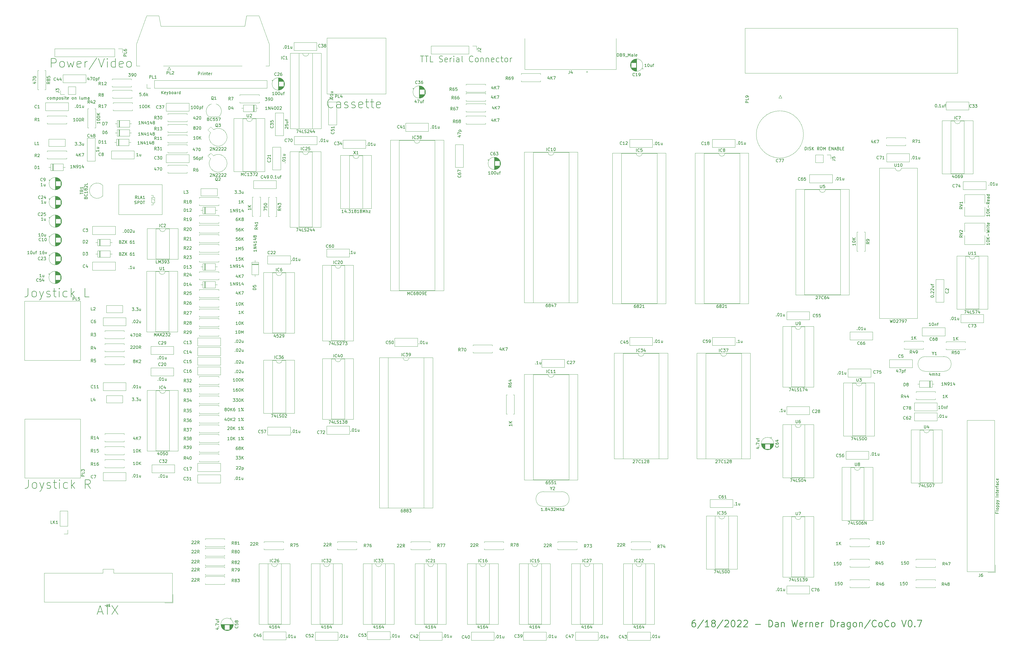
<source format=gbr>
%TF.GenerationSoftware,KiCad,Pcbnew,(5.1.5)-3*%
%TF.CreationDate,2022-06-22T20:07:16-05:00*%
%TF.ProjectId,dragon64,64726167-6f6e-4363-942e-6b696361645f,rev?*%
%TF.SameCoordinates,Original*%
%TF.FileFunction,Legend,Top*%
%TF.FilePolarity,Positive*%
%FSLAX46Y46*%
G04 Gerber Fmt 4.6, Leading zero omitted, Abs format (unit mm)*
G04 Created by KiCad (PCBNEW (5.1.5)-3) date 2022-06-22 20:07:16*
%MOMM*%
%LPD*%
G04 APERTURE LIST*
%ADD10C,0.250000*%
%ADD11C,0.120000*%
%ADD12C,0.150000*%
G04 APERTURE END LIST*
D10*
X227228571Y-167457857D02*
X226800000Y-167457857D01*
X226585714Y-167565000D01*
X226478571Y-167672142D01*
X226264285Y-167993571D01*
X226157142Y-168422142D01*
X226157142Y-169279285D01*
X226264285Y-169493571D01*
X226371428Y-169600714D01*
X226585714Y-169707857D01*
X227014285Y-169707857D01*
X227228571Y-169600714D01*
X227335714Y-169493571D01*
X227442857Y-169279285D01*
X227442857Y-168743571D01*
X227335714Y-168529285D01*
X227228571Y-168422142D01*
X227014285Y-168315000D01*
X226585714Y-168315000D01*
X226371428Y-168422142D01*
X226264285Y-168529285D01*
X226157142Y-168743571D01*
X230014285Y-167350714D02*
X228085714Y-170243571D01*
X231942857Y-169707857D02*
X230657142Y-169707857D01*
X231300000Y-169707857D02*
X231300000Y-167457857D01*
X231085714Y-167779285D01*
X230871428Y-167993571D01*
X230657142Y-168100714D01*
X233228571Y-168422142D02*
X233014285Y-168315000D01*
X232907142Y-168207857D01*
X232800000Y-167993571D01*
X232800000Y-167886428D01*
X232907142Y-167672142D01*
X233014285Y-167565000D01*
X233228571Y-167457857D01*
X233657142Y-167457857D01*
X233871428Y-167565000D01*
X233978571Y-167672142D01*
X234085714Y-167886428D01*
X234085714Y-167993571D01*
X233978571Y-168207857D01*
X233871428Y-168315000D01*
X233657142Y-168422142D01*
X233228571Y-168422142D01*
X233014285Y-168529285D01*
X232907142Y-168636428D01*
X232800000Y-168850714D01*
X232800000Y-169279285D01*
X232907142Y-169493571D01*
X233014285Y-169600714D01*
X233228571Y-169707857D01*
X233657142Y-169707857D01*
X233871428Y-169600714D01*
X233978571Y-169493571D01*
X234085714Y-169279285D01*
X234085714Y-168850714D01*
X233978571Y-168636428D01*
X233871428Y-168529285D01*
X233657142Y-168422142D01*
X236657142Y-167350714D02*
X234728571Y-170243571D01*
X237300000Y-167672142D02*
X237407142Y-167565000D01*
X237621428Y-167457857D01*
X238157142Y-167457857D01*
X238371428Y-167565000D01*
X238478571Y-167672142D01*
X238585714Y-167886428D01*
X238585714Y-168100714D01*
X238478571Y-168422142D01*
X237192857Y-169707857D01*
X238585714Y-169707857D01*
X239978571Y-167457857D02*
X240192857Y-167457857D01*
X240407142Y-167565000D01*
X240514285Y-167672142D01*
X240621428Y-167886428D01*
X240728571Y-168315000D01*
X240728571Y-168850714D01*
X240621428Y-169279285D01*
X240514285Y-169493571D01*
X240407142Y-169600714D01*
X240192857Y-169707857D01*
X239978571Y-169707857D01*
X239764285Y-169600714D01*
X239657142Y-169493571D01*
X239550000Y-169279285D01*
X239442857Y-168850714D01*
X239442857Y-168315000D01*
X239550000Y-167886428D01*
X239657142Y-167672142D01*
X239764285Y-167565000D01*
X239978571Y-167457857D01*
X241585714Y-167672142D02*
X241692857Y-167565000D01*
X241907142Y-167457857D01*
X242442857Y-167457857D01*
X242657142Y-167565000D01*
X242764285Y-167672142D01*
X242871428Y-167886428D01*
X242871428Y-168100714D01*
X242764285Y-168422142D01*
X241478571Y-169707857D01*
X242871428Y-169707857D01*
X243728571Y-167672142D02*
X243835714Y-167565000D01*
X244050000Y-167457857D01*
X244585714Y-167457857D01*
X244800000Y-167565000D01*
X244907142Y-167672142D01*
X245014285Y-167886428D01*
X245014285Y-168100714D01*
X244907142Y-168422142D01*
X243621428Y-169707857D01*
X245014285Y-169707857D01*
X247692857Y-168850714D02*
X249407142Y-168850714D01*
X252192857Y-169707857D02*
X252192857Y-167457857D01*
X252728571Y-167457857D01*
X253050000Y-167565000D01*
X253264285Y-167779285D01*
X253371428Y-167993571D01*
X253478571Y-168422142D01*
X253478571Y-168743571D01*
X253371428Y-169172142D01*
X253264285Y-169386428D01*
X253050000Y-169600714D01*
X252728571Y-169707857D01*
X252192857Y-169707857D01*
X255407142Y-169707857D02*
X255407142Y-168529285D01*
X255300000Y-168315000D01*
X255085714Y-168207857D01*
X254657142Y-168207857D01*
X254442857Y-168315000D01*
X255407142Y-169600714D02*
X255192857Y-169707857D01*
X254657142Y-169707857D01*
X254442857Y-169600714D01*
X254335714Y-169386428D01*
X254335714Y-169172142D01*
X254442857Y-168957857D01*
X254657142Y-168850714D01*
X255192857Y-168850714D01*
X255407142Y-168743571D01*
X256478571Y-168207857D02*
X256478571Y-169707857D01*
X256478571Y-168422142D02*
X256585714Y-168315000D01*
X256800000Y-168207857D01*
X257121428Y-168207857D01*
X257335714Y-168315000D01*
X257442857Y-168529285D01*
X257442857Y-169707857D01*
X260014285Y-167457857D02*
X260550000Y-169707857D01*
X260978571Y-168100714D01*
X261407142Y-169707857D01*
X261942857Y-167457857D01*
X263657142Y-169600714D02*
X263442857Y-169707857D01*
X263014285Y-169707857D01*
X262800000Y-169600714D01*
X262692857Y-169386428D01*
X262692857Y-168529285D01*
X262800000Y-168315000D01*
X263014285Y-168207857D01*
X263442857Y-168207857D01*
X263657142Y-168315000D01*
X263764285Y-168529285D01*
X263764285Y-168743571D01*
X262692857Y-168957857D01*
X264728571Y-169707857D02*
X264728571Y-168207857D01*
X264728571Y-168636428D02*
X264835714Y-168422142D01*
X264942857Y-168315000D01*
X265157142Y-168207857D01*
X265371428Y-168207857D01*
X266121428Y-168207857D02*
X266121428Y-169707857D01*
X266121428Y-168422142D02*
X266228571Y-168315000D01*
X266442857Y-168207857D01*
X266764285Y-168207857D01*
X266978571Y-168315000D01*
X267085714Y-168529285D01*
X267085714Y-169707857D01*
X269014285Y-169600714D02*
X268800000Y-169707857D01*
X268371428Y-169707857D01*
X268157142Y-169600714D01*
X268050000Y-169386428D01*
X268050000Y-168529285D01*
X268157142Y-168315000D01*
X268371428Y-168207857D01*
X268800000Y-168207857D01*
X269014285Y-168315000D01*
X269121428Y-168529285D01*
X269121428Y-168743571D01*
X268050000Y-168957857D01*
X270085714Y-169707857D02*
X270085714Y-168207857D01*
X270085714Y-168636428D02*
X270192857Y-168422142D01*
X270300000Y-168315000D01*
X270514285Y-168207857D01*
X270728571Y-168207857D01*
X273192857Y-169707857D02*
X273192857Y-167457857D01*
X273728571Y-167457857D01*
X274050000Y-167565000D01*
X274264285Y-167779285D01*
X274371428Y-167993571D01*
X274478571Y-168422142D01*
X274478571Y-168743571D01*
X274371428Y-169172142D01*
X274264285Y-169386428D01*
X274050000Y-169600714D01*
X273728571Y-169707857D01*
X273192857Y-169707857D01*
X275442857Y-169707857D02*
X275442857Y-168207857D01*
X275442857Y-168636428D02*
X275550000Y-168422142D01*
X275657142Y-168315000D01*
X275871428Y-168207857D01*
X276085714Y-168207857D01*
X277800000Y-169707857D02*
X277800000Y-168529285D01*
X277692857Y-168315000D01*
X277478571Y-168207857D01*
X277050000Y-168207857D01*
X276835714Y-168315000D01*
X277800000Y-169600714D02*
X277585714Y-169707857D01*
X277050000Y-169707857D01*
X276835714Y-169600714D01*
X276728571Y-169386428D01*
X276728571Y-169172142D01*
X276835714Y-168957857D01*
X277050000Y-168850714D01*
X277585714Y-168850714D01*
X277800000Y-168743571D01*
X279835714Y-168207857D02*
X279835714Y-170029285D01*
X279728571Y-170243571D01*
X279621428Y-170350714D01*
X279407142Y-170457857D01*
X279085714Y-170457857D01*
X278871428Y-170350714D01*
X279835714Y-169600714D02*
X279621428Y-169707857D01*
X279192857Y-169707857D01*
X278978571Y-169600714D01*
X278871428Y-169493571D01*
X278764285Y-169279285D01*
X278764285Y-168636428D01*
X278871428Y-168422142D01*
X278978571Y-168315000D01*
X279192857Y-168207857D01*
X279621428Y-168207857D01*
X279835714Y-168315000D01*
X281228571Y-169707857D02*
X281014285Y-169600714D01*
X280907142Y-169493571D01*
X280800000Y-169279285D01*
X280800000Y-168636428D01*
X280907142Y-168422142D01*
X281014285Y-168315000D01*
X281228571Y-168207857D01*
X281550000Y-168207857D01*
X281764285Y-168315000D01*
X281871428Y-168422142D01*
X281978571Y-168636428D01*
X281978571Y-169279285D01*
X281871428Y-169493571D01*
X281764285Y-169600714D01*
X281550000Y-169707857D01*
X281228571Y-169707857D01*
X282942857Y-168207857D02*
X282942857Y-169707857D01*
X282942857Y-168422142D02*
X283050000Y-168315000D01*
X283264285Y-168207857D01*
X283585714Y-168207857D01*
X283800000Y-168315000D01*
X283907142Y-168529285D01*
X283907142Y-169707857D01*
X286585714Y-167350714D02*
X284657142Y-170243571D01*
X288621428Y-169493571D02*
X288514285Y-169600714D01*
X288192857Y-169707857D01*
X287978571Y-169707857D01*
X287657142Y-169600714D01*
X287442857Y-169386428D01*
X287335714Y-169172142D01*
X287228571Y-168743571D01*
X287228571Y-168422142D01*
X287335714Y-167993571D01*
X287442857Y-167779285D01*
X287657142Y-167565000D01*
X287978571Y-167457857D01*
X288192857Y-167457857D01*
X288514285Y-167565000D01*
X288621428Y-167672142D01*
X289907142Y-169707857D02*
X289692857Y-169600714D01*
X289585714Y-169493571D01*
X289478571Y-169279285D01*
X289478571Y-168636428D01*
X289585714Y-168422142D01*
X289692857Y-168315000D01*
X289907142Y-168207857D01*
X290228571Y-168207857D01*
X290442857Y-168315000D01*
X290550000Y-168422142D01*
X290657142Y-168636428D01*
X290657142Y-169279285D01*
X290550000Y-169493571D01*
X290442857Y-169600714D01*
X290228571Y-169707857D01*
X289907142Y-169707857D01*
X292907142Y-169493571D02*
X292800000Y-169600714D01*
X292478571Y-169707857D01*
X292264285Y-169707857D01*
X291942857Y-169600714D01*
X291728571Y-169386428D01*
X291621428Y-169172142D01*
X291514285Y-168743571D01*
X291514285Y-168422142D01*
X291621428Y-167993571D01*
X291728571Y-167779285D01*
X291942857Y-167565000D01*
X292264285Y-167457857D01*
X292478571Y-167457857D01*
X292800000Y-167565000D01*
X292907142Y-167672142D01*
X294192857Y-169707857D02*
X293978571Y-169600714D01*
X293871428Y-169493571D01*
X293764285Y-169279285D01*
X293764285Y-168636428D01*
X293871428Y-168422142D01*
X293978571Y-168315000D01*
X294192857Y-168207857D01*
X294514285Y-168207857D01*
X294728571Y-168315000D01*
X294835714Y-168422142D01*
X294942857Y-168636428D01*
X294942857Y-169279285D01*
X294835714Y-169493571D01*
X294728571Y-169600714D01*
X294514285Y-169707857D01*
X294192857Y-169707857D01*
X297300000Y-167457857D02*
X298050000Y-169707857D01*
X298800000Y-167457857D01*
X299978571Y-167457857D02*
X300192857Y-167457857D01*
X300407142Y-167565000D01*
X300514285Y-167672142D01*
X300621428Y-167886428D01*
X300728571Y-168315000D01*
X300728571Y-168850714D01*
X300621428Y-169279285D01*
X300514285Y-169493571D01*
X300407142Y-169600714D01*
X300192857Y-169707857D01*
X299978571Y-169707857D01*
X299764285Y-169600714D01*
X299657142Y-169493571D01*
X299550000Y-169279285D01*
X299442857Y-168850714D01*
X299442857Y-168315000D01*
X299550000Y-167886428D01*
X299657142Y-167672142D01*
X299764285Y-167565000D01*
X299978571Y-167457857D01*
X301692857Y-169493571D02*
X301800000Y-169600714D01*
X301692857Y-169707857D01*
X301585714Y-169600714D01*
X301692857Y-169493571D01*
X301692857Y-169707857D01*
X302550000Y-167457857D02*
X304050000Y-167457857D01*
X303085714Y-169707857D01*
D11*
%TO.C,Y1*%
X311565000Y-83125000D02*
G75*
G03X311565000Y-78075000I0J2525000D01*
G01*
X305315000Y-83125000D02*
G75*
G02X305315000Y-78075000I0J2525000D01*
G01*
X305315000Y-83125000D02*
X311565000Y-83125000D01*
X305315000Y-78075000D02*
X311565000Y-78075000D01*
%TO.C,U11*%
X326460000Y-44010000D02*
X315960000Y-44010000D01*
X326460000Y-62030000D02*
X326460000Y-44010000D01*
X315960000Y-62030000D02*
X326460000Y-62030000D01*
X315960000Y-44010000D02*
X315960000Y-62030000D01*
X323460000Y-44070000D02*
X322210000Y-44070000D01*
X323460000Y-61970000D02*
X323460000Y-44070000D01*
X318960000Y-61970000D02*
X323460000Y-61970000D01*
X318960000Y-44070000D02*
X318960000Y-61970000D01*
X320210000Y-44070000D02*
X318960000Y-44070000D01*
X322210000Y-44070000D02*
G75*
G02X320210000Y-44070000I-1000000J0D01*
G01*
%TO.C,R50*%
X312320000Y-73030000D02*
X312320000Y-73360000D01*
X318860000Y-73030000D02*
X312320000Y-73030000D01*
X318860000Y-73360000D02*
X318860000Y-73030000D01*
X312320000Y-75770000D02*
X312320000Y-75440000D01*
X318860000Y-75770000D02*
X312320000Y-75770000D01*
X318860000Y-75440000D02*
X318860000Y-75770000D01*
%TO.C,R49*%
X298120000Y-72830000D02*
X298120000Y-73160000D01*
X304660000Y-72830000D02*
X298120000Y-72830000D01*
X304660000Y-73160000D02*
X304660000Y-72830000D01*
X298120000Y-75570000D02*
X298120000Y-75240000D01*
X304660000Y-75570000D02*
X298120000Y-75570000D01*
X304660000Y-75240000D02*
X304660000Y-75570000D01*
%TO.C,C77*%
X264000000Y-2782762D02*
G75*
G03X264000000Y-2782762I-8000000J0D01*
G01*
%TO.C,C68*%
X304230000Y-71070000D02*
X304230000Y-68330000D01*
X311970000Y-71070000D02*
X311970000Y-68330000D01*
X311970000Y-68330000D02*
X304230000Y-68330000D01*
X311970000Y-71070000D02*
X304230000Y-71070000D01*
%TO.C,C5*%
X300870000Y-79130000D02*
X300870000Y-81870000D01*
X293130000Y-79130000D02*
X293130000Y-81870000D01*
X293130000Y-81870000D02*
X300870000Y-81870000D01*
X293130000Y-79130000D02*
X300870000Y-79130000D01*
%TO.C,C2*%
X311570000Y-59670000D02*
X308830000Y-59670000D01*
X311570000Y-51930000D02*
X308830000Y-51930000D01*
X308830000Y-51930000D02*
X308830000Y-59670000D01*
X311570000Y-51930000D02*
X311570000Y-59670000D01*
%TO.C,X1*%
X117560000Y-9910000D02*
X107060000Y-9910000D01*
X117560000Y-27930000D02*
X117560000Y-9910000D01*
X107060000Y-27930000D02*
X117560000Y-27930000D01*
X107060000Y-9910000D02*
X107060000Y-27930000D01*
X114560000Y-9970000D02*
X113310000Y-9970000D01*
X114560000Y-27870000D02*
X114560000Y-9970000D01*
X110060000Y-27870000D02*
X114560000Y-27870000D01*
X110060000Y-9970000D02*
X110060000Y-27870000D01*
X111310000Y-9970000D02*
X110060000Y-9970000D01*
X113310000Y-9970000D02*
G75*
G02X111310000Y-9970000I-1000000J0D01*
G01*
%TO.C,U10*%
X302630000Y-14210000D02*
X297170000Y-14210000D01*
X302630000Y-65130000D02*
X302630000Y-14210000D01*
X289710000Y-65130000D02*
X302630000Y-65130000D01*
X289710000Y-14210000D02*
X289710000Y-65130000D01*
X295170000Y-14210000D02*
X289710000Y-14210000D01*
X297170000Y-14210000D02*
G75*
G02X295170000Y-14210000I-1000000J0D01*
G01*
%TO.C,U9*%
X267450000Y-67860000D02*
X256950000Y-67860000D01*
X267450000Y-88420000D02*
X267450000Y-67860000D01*
X256950000Y-88420000D02*
X267450000Y-88420000D01*
X256950000Y-67860000D02*
X256950000Y-88420000D01*
X264450000Y-67920000D02*
X263200000Y-67920000D01*
X264450000Y-88360000D02*
X264450000Y-67920000D01*
X259950000Y-88360000D02*
X264450000Y-88360000D01*
X259950000Y-67920000D02*
X259950000Y-88360000D01*
X261200000Y-67920000D02*
X259950000Y-67920000D01*
X263200000Y-67920000D02*
G75*
G02X261200000Y-67920000I-1000000J0D01*
G01*
%TO.C,U8*%
X287500000Y-115620000D02*
X277000000Y-115620000D01*
X287500000Y-133640000D02*
X287500000Y-115620000D01*
X277000000Y-133640000D02*
X287500000Y-133640000D01*
X277000000Y-115620000D02*
X277000000Y-133640000D01*
X284500000Y-115680000D02*
X283250000Y-115680000D01*
X284500000Y-133580000D02*
X284500000Y-115680000D01*
X280000000Y-133580000D02*
X284500000Y-133580000D01*
X280000000Y-115680000D02*
X280000000Y-133580000D01*
X281250000Y-115680000D02*
X280000000Y-115680000D01*
X283250000Y-115680000D02*
G75*
G02X281250000Y-115680000I-1000000J0D01*
G01*
%TO.C,U7*%
X267450000Y-132310000D02*
X256950000Y-132310000D01*
X267450000Y-152870000D02*
X267450000Y-132310000D01*
X256950000Y-152870000D02*
X267450000Y-152870000D01*
X256950000Y-132310000D02*
X256950000Y-152870000D01*
X264450000Y-132370000D02*
X263200000Y-132370000D01*
X264450000Y-152810000D02*
X264450000Y-132370000D01*
X259950000Y-152810000D02*
X264450000Y-152810000D01*
X259950000Y-132370000D02*
X259950000Y-152810000D01*
X261200000Y-132370000D02*
X259950000Y-132370000D01*
X263200000Y-132370000D02*
G75*
G02X261200000Y-132370000I-1000000J0D01*
G01*
%TO.C,U6*%
X267450000Y-101120000D02*
X256950000Y-101120000D01*
X267450000Y-119140000D02*
X267450000Y-101120000D01*
X256950000Y-119140000D02*
X267450000Y-119140000D01*
X256950000Y-101120000D02*
X256950000Y-119140000D01*
X264450000Y-101180000D02*
X263200000Y-101180000D01*
X264450000Y-119080000D02*
X264450000Y-101180000D01*
X259950000Y-119080000D02*
X264450000Y-119080000D01*
X259950000Y-101180000D02*
X259950000Y-119080000D01*
X261200000Y-101180000D02*
X259950000Y-101180000D01*
X263200000Y-101180000D02*
G75*
G02X261200000Y-101180000I-1000000J0D01*
G01*
%TO.C,U5*%
X279490000Y-21400000D02*
X261370000Y-21400000D01*
X279490000Y-57200000D02*
X279490000Y-21400000D01*
X261370000Y-57200000D02*
X279490000Y-57200000D01*
X261370000Y-21400000D02*
X261370000Y-57200000D01*
X276490000Y-21460000D02*
X271430000Y-21460000D01*
X276490000Y-57140000D02*
X276490000Y-21460000D01*
X264370000Y-57140000D02*
X276490000Y-57140000D01*
X264370000Y-21460000D02*
X264370000Y-57140000D01*
X269430000Y-21460000D02*
X264370000Y-21460000D01*
X271430000Y-21460000D02*
G75*
G02X269430000Y-21460000I-1000000J0D01*
G01*
%TO.C,U4*%
X310960000Y-102910000D02*
X300460000Y-102910000D01*
X310960000Y-120930000D02*
X310960000Y-102910000D01*
X300460000Y-120930000D02*
X310960000Y-120930000D01*
X300460000Y-102910000D02*
X300460000Y-120930000D01*
X307960000Y-102970000D02*
X306710000Y-102970000D01*
X307960000Y-120870000D02*
X307960000Y-102970000D01*
X303460000Y-120870000D02*
X307960000Y-120870000D01*
X303460000Y-102970000D02*
X303460000Y-120870000D01*
X304710000Y-102970000D02*
X303460000Y-102970000D01*
X306710000Y-102970000D02*
G75*
G02X304710000Y-102970000I-1000000J0D01*
G01*
%TO.C,U3*%
X288060000Y-87010000D02*
X277560000Y-87010000D01*
X288060000Y-105030000D02*
X288060000Y-87010000D01*
X277560000Y-105030000D02*
X288060000Y-105030000D01*
X277560000Y-87010000D02*
X277560000Y-105030000D01*
X285060000Y-87070000D02*
X283810000Y-87070000D01*
X285060000Y-104970000D02*
X285060000Y-87070000D01*
X280560000Y-104970000D02*
X285060000Y-104970000D01*
X280560000Y-87070000D02*
X280560000Y-104970000D01*
X281810000Y-87070000D02*
X280560000Y-87070000D01*
X283810000Y-87070000D02*
G75*
G02X281810000Y-87070000I-1000000J0D01*
G01*
%TO.C,U2*%
X81400000Y2630000D02*
X70900000Y2630000D01*
X81400000Y-15390000D02*
X81400000Y2630000D01*
X70900000Y-15390000D02*
X81400000Y-15390000D01*
X70900000Y2630000D02*
X70900000Y-15390000D01*
X78400000Y2570000D02*
X77150000Y2570000D01*
X78400000Y-15330000D02*
X78400000Y2570000D01*
X73900000Y-15330000D02*
X78400000Y-15330000D01*
X73900000Y2570000D02*
X73900000Y-15330000D01*
X75150000Y2570000D02*
X73900000Y2570000D01*
X77150000Y2570000D02*
G75*
G02X75150000Y2570000I-1000000J0D01*
G01*
%TO.C,RV2*%
X318620000Y-32840000D02*
X325460000Y-32840000D01*
X318620000Y-40080000D02*
X325460000Y-40080000D01*
X325460000Y-35750000D02*
X325460000Y-32840000D01*
X325460000Y-40080000D02*
X325460000Y-37050000D01*
X318620000Y-35750000D02*
X318620000Y-32840000D01*
X318620000Y-40080000D02*
X318620000Y-37050000D01*
%TO.C,RV1*%
X318620000Y-23180000D02*
X325460000Y-23180000D01*
X318620000Y-30420000D02*
X325460000Y-30420000D01*
X325460000Y-26090000D02*
X325460000Y-23180000D01*
X325460000Y-30420000D02*
X325460000Y-27390000D01*
X318620000Y-26090000D02*
X318620000Y-23180000D01*
X318620000Y-30420000D02*
X318620000Y-27390000D01*
%TO.C,R48*%
X302120000Y-153730000D02*
X302120000Y-154060000D01*
X308660000Y-153730000D02*
X302120000Y-153730000D01*
X308660000Y-154060000D02*
X308660000Y-153730000D01*
X302120000Y-156470000D02*
X302120000Y-156140000D01*
X308660000Y-156470000D02*
X302120000Y-156470000D01*
X308660000Y-156140000D02*
X308660000Y-156470000D01*
%TO.C,R47*%
X308660000Y-149545000D02*
X308660000Y-149215000D01*
X302120000Y-149545000D02*
X308660000Y-149545000D01*
X302120000Y-149215000D02*
X302120000Y-149545000D01*
X308660000Y-146805000D02*
X308660000Y-147135000D01*
X302120000Y-146805000D02*
X308660000Y-146805000D01*
X302120000Y-147135000D02*
X302120000Y-146805000D01*
%TO.C,R46*%
X279720000Y-153680000D02*
X279720000Y-154010000D01*
X286260000Y-153680000D02*
X279720000Y-153680000D01*
X286260000Y-154010000D02*
X286260000Y-153680000D01*
X279720000Y-156420000D02*
X279720000Y-156090000D01*
X286260000Y-156420000D02*
X279720000Y-156420000D01*
X286260000Y-156090000D02*
X286260000Y-156420000D01*
%TO.C,R45*%
X279720000Y-146755000D02*
X279720000Y-147085000D01*
X286260000Y-146755000D02*
X279720000Y-146755000D01*
X286260000Y-147085000D02*
X286260000Y-146755000D01*
X279720000Y-149495000D02*
X279720000Y-149165000D01*
X286260000Y-149495000D02*
X279720000Y-149495000D01*
X286260000Y-149165000D02*
X286260000Y-149495000D01*
%TO.C,R44*%
X308710000Y-92700000D02*
X308710000Y-92370000D01*
X302170000Y-92700000D02*
X308710000Y-92700000D01*
X302170000Y-92370000D02*
X302170000Y-92700000D01*
X308710000Y-89960000D02*
X308710000Y-90290000D01*
X302170000Y-89960000D02*
X308710000Y-89960000D01*
X302170000Y-90290000D02*
X302170000Y-89960000D01*
%TO.C,R10*%
X286260000Y-142570000D02*
X286260000Y-142240000D01*
X279720000Y-142570000D02*
X286260000Y-142570000D01*
X279720000Y-142240000D02*
X279720000Y-142570000D01*
X286260000Y-139830000D02*
X286260000Y-140160000D01*
X279720000Y-139830000D02*
X286260000Y-139830000D01*
X279720000Y-140160000D02*
X279720000Y-139830000D01*
%TO.C,R9*%
X282130000Y-42380000D02*
X282460000Y-42380000D01*
X282130000Y-35840000D02*
X282130000Y-42380000D01*
X282460000Y-35840000D02*
X282130000Y-35840000D01*
X284870000Y-42380000D02*
X284540000Y-42380000D01*
X284870000Y-35840000D02*
X284870000Y-42380000D01*
X284540000Y-35840000D02*
X284870000Y-35840000D01*
%TO.C,J6*%
X329045000Y-151270000D02*
X326505000Y-151270000D01*
X329045000Y-151270000D02*
X329045000Y-148730000D01*
X328795000Y-151020000D02*
X319445000Y-151020000D01*
X328795000Y-99680000D02*
X328795000Y-151020000D01*
X319445000Y-99680000D02*
X328795000Y-99680000D01*
X319445000Y-151020000D02*
X319445000Y-99680000D01*
%TO.C,J5*%
X273250000Y-9690000D02*
X273250000Y-11020000D01*
X271920000Y-9690000D02*
X273250000Y-9690000D01*
X270650000Y-9690000D02*
X270650000Y-12350000D01*
X270650000Y-12350000D02*
X268050000Y-12350000D01*
X270650000Y-9690000D02*
X268050000Y-9690000D01*
X268050000Y-9690000D02*
X268050000Y-12350000D01*
%TO.C,D8*%
X306960000Y-88540000D02*
X306960000Y-86300000D01*
X306720000Y-88540000D02*
X306720000Y-86300000D01*
X306840000Y-88540000D02*
X306840000Y-86300000D01*
X302670000Y-87420000D02*
X303320000Y-87420000D01*
X308210000Y-87420000D02*
X307560000Y-87420000D01*
X303320000Y-88540000D02*
X307560000Y-88540000D01*
X303320000Y-86300000D02*
X303320000Y-88540000D01*
X307560000Y-86300000D02*
X303320000Y-86300000D01*
X307560000Y-88540000D02*
X307560000Y-86300000D01*
%TO.C,C78*%
X309310000Y-93760000D02*
X309310000Y-96500000D01*
X301570000Y-93760000D02*
X301570000Y-96500000D01*
X301570000Y-96500000D02*
X309310000Y-96500000D01*
X301570000Y-93760000D02*
X309310000Y-93760000D01*
%TO.C,C76*%
X258320000Y-158570000D02*
X258320000Y-155830000D01*
X266060000Y-158570000D02*
X266060000Y-155830000D01*
X266060000Y-155830000D02*
X258320000Y-155830000D01*
X266060000Y-158570000D02*
X258320000Y-158570000D01*
%TO.C,C75*%
X279100000Y-85020000D02*
X279100000Y-82280000D01*
X286840000Y-85020000D02*
X286840000Y-82280000D01*
X286840000Y-82280000D02*
X279100000Y-82280000D01*
X286840000Y-85020000D02*
X279100000Y-85020000D01*
%TO.C,C74*%
X318130000Y-21470000D02*
X318130000Y-18730000D01*
X325870000Y-21470000D02*
X325870000Y-18730000D01*
X325870000Y-18730000D02*
X318130000Y-18730000D01*
X325870000Y-21470000D02*
X318130000Y-21470000D01*
%TO.C,C73*%
X317330000Y-66570000D02*
X317330000Y-63830000D01*
X325070000Y-66570000D02*
X325070000Y-63830000D01*
X325070000Y-63830000D02*
X317330000Y-63830000D01*
X325070000Y-66570000D02*
X317330000Y-66570000D01*
%TO.C,C72*%
X102335000Y-104420000D02*
X102335000Y-101680000D01*
X110075000Y-104420000D02*
X110075000Y-101680000D01*
X110075000Y-101680000D02*
X102335000Y-101680000D01*
X110075000Y-104420000D02*
X102335000Y-104420000D01*
%TO.C,C71*%
X292160000Y-12030000D02*
X292160000Y-9290000D01*
X299900000Y-12030000D02*
X299900000Y-9290000D01*
X299900000Y-9290000D02*
X292160000Y-9290000D01*
X299900000Y-12030000D02*
X292160000Y-12030000D01*
%TO.C,C70*%
X91320000Y-6190000D02*
X91320000Y-3450000D01*
X99060000Y-6190000D02*
X99060000Y-3450000D01*
X99060000Y-3450000D02*
X91320000Y-3450000D01*
X99060000Y-6190000D02*
X91320000Y-6190000D01*
%TO.C,C66*%
X279730000Y-72470000D02*
X279730000Y-69730000D01*
X287470000Y-72470000D02*
X287470000Y-69730000D01*
X287470000Y-69730000D02*
X279730000Y-69730000D01*
X287470000Y-72470000D02*
X279730000Y-72470000D01*
%TO.C,C65*%
X273790000Y-16430000D02*
X273790000Y-19170000D01*
X266050000Y-16430000D02*
X266050000Y-19170000D01*
X266050000Y-19170000D02*
X273790000Y-19170000D01*
X266050000Y-16430000D02*
X273790000Y-16430000D01*
%TO.C,C55*%
X258320000Y-65600000D02*
X258320000Y-62860000D01*
X266060000Y-65600000D02*
X266060000Y-62860000D01*
X266060000Y-62860000D02*
X258320000Y-62860000D01*
X266060000Y-65600000D02*
X258320000Y-65600000D01*
%TO.C,J4*%
X190560000Y18788675D02*
X190810000Y18355662D01*
X190310000Y18355662D02*
X190560000Y18788675D01*
X190810000Y18355662D02*
X190310000Y18355662D01*
X169535000Y19250000D02*
X169535000Y29730000D01*
X200505000Y19250000D02*
X169535000Y19250000D01*
X200505000Y29730000D02*
X200505000Y19250000D01*
%TO.C,R43*%
X82640000Y-30640000D02*
X82970000Y-30640000D01*
X82640000Y-24100000D02*
X82640000Y-30640000D01*
X82970000Y-24100000D02*
X82640000Y-24100000D01*
X85380000Y-30640000D02*
X85050000Y-30640000D01*
X85380000Y-24100000D02*
X85380000Y-30640000D01*
X85050000Y-24100000D02*
X85380000Y-24100000D01*
%TO.C,R42*%
X24050000Y5950000D02*
X23720000Y5950000D01*
X24050000Y-590000D02*
X24050000Y5950000D01*
X23720000Y-590000D02*
X24050000Y-590000D01*
X21310000Y5950000D02*
X21640000Y5950000D01*
X21310000Y-590000D02*
X21310000Y5950000D01*
X21640000Y-590000D02*
X21310000Y-590000D01*
%TO.C,Q3*%
X62992550Y-2147456D02*
G75*
G03X63982369Y-1157719I2572150J-1582544D01*
G01*
X62080252Y-1235501D02*
X62992419Y-2147669D01*
X63070201Y-245552D02*
X62080252Y-1235501D01*
X63982369Y-1157719D02*
X63070201Y-245552D01*
%TO.C,Q2*%
X62992550Y-10987456D02*
G75*
G03X63982369Y-9997719I2572150J-1582544D01*
G01*
X62080252Y-10075501D02*
X62992419Y-10987669D01*
X63070201Y-9085552D02*
X62080252Y-10075501D01*
X63982369Y-9997719D02*
X63070201Y-9085552D01*
%TO.C,Q1*%
X65918445Y3282316D02*
G75*
G03X64890000Y7560000I-1808445J1827684D01*
G01*
X62298125Y3268259D02*
G75*
G02X63290000Y7560000I1811875J1841741D01*
G01*
X62310000Y3260000D02*
X65910000Y3260000D01*
%TO.C,D7*%
X31900000Y1970000D02*
X31900000Y-270000D01*
X32140000Y1970000D02*
X32140000Y-270000D01*
X32020000Y1970000D02*
X32020000Y-270000D01*
X36190000Y850000D02*
X35540000Y850000D01*
X30650000Y850000D02*
X31300000Y850000D01*
X35540000Y1970000D02*
X31300000Y1970000D01*
X35540000Y-270000D02*
X35540000Y1970000D01*
X31300000Y-270000D02*
X35540000Y-270000D01*
X31300000Y1970000D02*
X31300000Y-270000D01*
%TO.C,D6*%
X31900000Y-1110000D02*
X31900000Y-3350000D01*
X32140000Y-1110000D02*
X32140000Y-3350000D01*
X32020000Y-1110000D02*
X32020000Y-3350000D01*
X36190000Y-2230000D02*
X35540000Y-2230000D01*
X30650000Y-2230000D02*
X31300000Y-2230000D01*
X35540000Y-1110000D02*
X31300000Y-1110000D01*
X35540000Y-3350000D02*
X35540000Y-1110000D01*
X31300000Y-3350000D02*
X35540000Y-3350000D01*
X31300000Y-1110000D02*
X31300000Y-3350000D01*
%TO.C,C54*%
X8230199Y-49875000D02*
X8230199Y-50275000D01*
X8030199Y-50075000D02*
X8430199Y-50075000D01*
X12381000Y-50900000D02*
X12381000Y-51640000D01*
X12341000Y-50733000D02*
X12341000Y-51807000D01*
X12301000Y-50606000D02*
X12301000Y-51934000D01*
X12261000Y-50502000D02*
X12261000Y-52038000D01*
X12221000Y-50411000D02*
X12221000Y-52129000D01*
X12181000Y-50330000D02*
X12181000Y-52210000D01*
X12141000Y-50257000D02*
X12141000Y-52283000D01*
X12101000Y-52110000D02*
X12101000Y-52350000D01*
X12101000Y-50190000D02*
X12101000Y-50430000D01*
X12061000Y-52110000D02*
X12061000Y-52412000D01*
X12061000Y-50128000D02*
X12061000Y-50430000D01*
X12021000Y-52110000D02*
X12021000Y-52470000D01*
X12021000Y-50070000D02*
X12021000Y-50430000D01*
X11981000Y-52110000D02*
X11981000Y-52524000D01*
X11981000Y-50016000D02*
X11981000Y-50430000D01*
X11941000Y-52110000D02*
X11941000Y-52574000D01*
X11941000Y-49966000D02*
X11941000Y-50430000D01*
X11901000Y-52110000D02*
X11901000Y-52621000D01*
X11901000Y-49919000D02*
X11901000Y-50430000D01*
X11861000Y-52110000D02*
X11861000Y-52666000D01*
X11861000Y-49874000D02*
X11861000Y-50430000D01*
X11821000Y-52110000D02*
X11821000Y-52708000D01*
X11821000Y-49832000D02*
X11821000Y-50430000D01*
X11781000Y-52110000D02*
X11781000Y-52748000D01*
X11781000Y-49792000D02*
X11781000Y-50430000D01*
X11741000Y-52110000D02*
X11741000Y-52786000D01*
X11741000Y-49754000D02*
X11741000Y-50430000D01*
X11701000Y-52110000D02*
X11701000Y-52822000D01*
X11701000Y-49718000D02*
X11701000Y-50430000D01*
X11661000Y-52110000D02*
X11661000Y-52857000D01*
X11661000Y-49683000D02*
X11661000Y-50430000D01*
X11621000Y-52110000D02*
X11621000Y-52889000D01*
X11621000Y-49651000D02*
X11621000Y-50430000D01*
X11581000Y-52110000D02*
X11581000Y-52920000D01*
X11581000Y-49620000D02*
X11581000Y-50430000D01*
X11541000Y-52110000D02*
X11541000Y-52950000D01*
X11541000Y-49590000D02*
X11541000Y-50430000D01*
X11501000Y-52110000D02*
X11501000Y-52978000D01*
X11501000Y-49562000D02*
X11501000Y-50430000D01*
X11461000Y-52110000D02*
X11461000Y-53005000D01*
X11461000Y-49535000D02*
X11461000Y-50430000D01*
X11421000Y-52110000D02*
X11421000Y-53030000D01*
X11421000Y-49510000D02*
X11421000Y-50430000D01*
X11381000Y-52110000D02*
X11381000Y-53055000D01*
X11381000Y-49485000D02*
X11381000Y-50430000D01*
X11341000Y-52110000D02*
X11341000Y-53078000D01*
X11341000Y-49462000D02*
X11341000Y-50430000D01*
X11301000Y-52110000D02*
X11301000Y-53100000D01*
X11301000Y-49440000D02*
X11301000Y-50430000D01*
X11261000Y-52110000D02*
X11261000Y-53121000D01*
X11261000Y-49419000D02*
X11261000Y-50430000D01*
X11221000Y-52110000D02*
X11221000Y-53140000D01*
X11221000Y-49400000D02*
X11221000Y-50430000D01*
X11181000Y-52110000D02*
X11181000Y-53159000D01*
X11181000Y-49381000D02*
X11181000Y-50430000D01*
X11141000Y-52110000D02*
X11141000Y-53177000D01*
X11141000Y-49363000D02*
X11141000Y-50430000D01*
X11101000Y-52110000D02*
X11101000Y-53194000D01*
X11101000Y-49346000D02*
X11101000Y-50430000D01*
X11061000Y-52110000D02*
X11061000Y-53210000D01*
X11061000Y-49330000D02*
X11061000Y-50430000D01*
X11021000Y-52110000D02*
X11021000Y-53224000D01*
X11021000Y-49316000D02*
X11021000Y-50430000D01*
X10980000Y-52110000D02*
X10980000Y-53238000D01*
X10980000Y-49302000D02*
X10980000Y-50430000D01*
X10940000Y-52110000D02*
X10940000Y-53252000D01*
X10940000Y-49288000D02*
X10940000Y-50430000D01*
X10900000Y-52110000D02*
X10900000Y-53264000D01*
X10900000Y-49276000D02*
X10900000Y-50430000D01*
X10860000Y-52110000D02*
X10860000Y-53275000D01*
X10860000Y-49265000D02*
X10860000Y-50430000D01*
X10820000Y-52110000D02*
X10820000Y-53286000D01*
X10820000Y-49254000D02*
X10820000Y-50430000D01*
X10780000Y-52110000D02*
X10780000Y-53295000D01*
X10780000Y-49245000D02*
X10780000Y-50430000D01*
X10740000Y-52110000D02*
X10740000Y-53304000D01*
X10740000Y-49236000D02*
X10740000Y-50430000D01*
X10700000Y-52110000D02*
X10700000Y-53312000D01*
X10700000Y-49228000D02*
X10700000Y-50430000D01*
X10660000Y-52110000D02*
X10660000Y-53320000D01*
X10660000Y-49220000D02*
X10660000Y-50430000D01*
X10620000Y-52110000D02*
X10620000Y-53326000D01*
X10620000Y-49214000D02*
X10620000Y-50430000D01*
X10580000Y-52110000D02*
X10580000Y-53332000D01*
X10580000Y-49208000D02*
X10580000Y-50430000D01*
X10540000Y-52110000D02*
X10540000Y-53337000D01*
X10540000Y-49203000D02*
X10540000Y-50430000D01*
X10500000Y-52110000D02*
X10500000Y-53341000D01*
X10500000Y-49199000D02*
X10500000Y-50430000D01*
X10460000Y-49196000D02*
X10460000Y-53344000D01*
X10420000Y-49193000D02*
X10420000Y-53347000D01*
X10380000Y-49191000D02*
X10380000Y-53349000D01*
X10340000Y-49190000D02*
X10340000Y-53350000D01*
X10300000Y-49190000D02*
X10300000Y-53350000D01*
X12420000Y-51270000D02*
G75*
G03X12420000Y-51270000I-2120000J0D01*
G01*
%TO.C,C49*%
X85270000Y-18390000D02*
X85270000Y-21130000D01*
X77530000Y-18390000D02*
X77530000Y-21130000D01*
X77530000Y-21130000D02*
X85270000Y-21130000D01*
X77530000Y-18390000D02*
X85270000Y-18390000D01*
%TO.C,C48*%
X21140000Y-4040000D02*
X23880000Y-4040000D01*
X21140000Y-11780000D02*
X23880000Y-11780000D01*
X23880000Y-11780000D02*
X23880000Y-4040000D01*
X21140000Y-11780000D02*
X21140000Y-4040000D01*
%TO.C,R41*%
X77150000Y-30560000D02*
X77480000Y-30560000D01*
X77150000Y-24020000D02*
X77150000Y-30560000D01*
X77480000Y-24020000D02*
X77150000Y-24020000D01*
X79890000Y-30560000D02*
X79560000Y-30560000D01*
X79890000Y-24020000D02*
X79890000Y-30560000D01*
X79560000Y-24020000D02*
X79890000Y-24020000D01*
%TO.C,R31*%
X48540000Y-6260000D02*
X48540000Y-6590000D01*
X55080000Y-6260000D02*
X48540000Y-6260000D01*
X55080000Y-6590000D02*
X55080000Y-6260000D01*
X48540000Y-9000000D02*
X48540000Y-8670000D01*
X55080000Y-9000000D02*
X48540000Y-9000000D01*
X55080000Y-8670000D02*
X55080000Y-9000000D01*
%TO.C,R30*%
X55080000Y1560000D02*
X55080000Y1890000D01*
X48540000Y1560000D02*
X55080000Y1560000D01*
X48540000Y1890000D02*
X48540000Y1560000D01*
X55080000Y4300000D02*
X55080000Y3970000D01*
X48540000Y4300000D02*
X55080000Y4300000D01*
X48540000Y3970000D02*
X48540000Y4300000D01*
%TO.C,R13*%
X55080000Y-2090000D02*
X55080000Y-1760000D01*
X48540000Y-2090000D02*
X55080000Y-2090000D01*
X48540000Y-1760000D02*
X48540000Y-2090000D01*
X55080000Y650000D02*
X55080000Y320000D01*
X48540000Y650000D02*
X55080000Y650000D01*
X48540000Y320000D02*
X48540000Y650000D01*
%TO.C,R12*%
X29640000Y16040000D02*
X29640000Y15710000D01*
X36180000Y16040000D02*
X29640000Y16040000D01*
X36180000Y15710000D02*
X36180000Y16040000D01*
X29640000Y13300000D02*
X29640000Y13630000D01*
X36180000Y13300000D02*
X29640000Y13300000D01*
X36180000Y13630000D02*
X36180000Y13300000D01*
%TO.C,R11*%
X55080000Y-5640000D02*
X55080000Y-5310000D01*
X48540000Y-5640000D02*
X55080000Y-5640000D01*
X48540000Y-5310000D02*
X48540000Y-5640000D01*
X55080000Y-2900000D02*
X55080000Y-3230000D01*
X48540000Y-2900000D02*
X55080000Y-2900000D01*
X48540000Y-3230000D02*
X48540000Y-2900000D01*
%TO.C,R8*%
X29800000Y12240000D02*
X29800000Y11910000D01*
X36340000Y12240000D02*
X29800000Y12240000D01*
X36340000Y11910000D02*
X36340000Y12240000D01*
X29800000Y9500000D02*
X29800000Y9830000D01*
X36340000Y9500000D02*
X29800000Y9500000D01*
X36340000Y9830000D02*
X36340000Y9500000D01*
%TO.C,R7*%
X72930000Y10690000D02*
X72930000Y10360000D01*
X79470000Y10690000D02*
X72930000Y10690000D01*
X79470000Y10360000D02*
X79470000Y10690000D01*
X72930000Y7950000D02*
X72930000Y8280000D01*
X79470000Y7950000D02*
X72930000Y7950000D01*
X79470000Y8280000D02*
X79470000Y7950000D01*
%TO.C,R6*%
X48540000Y-13170000D02*
X48540000Y-13500000D01*
X55080000Y-13170000D02*
X48540000Y-13170000D01*
X55080000Y-13500000D02*
X55080000Y-13170000D01*
X48540000Y-15910000D02*
X48540000Y-15580000D01*
X55080000Y-15910000D02*
X48540000Y-15910000D01*
X55080000Y-15580000D02*
X55080000Y-15910000D01*
%TO.C,J3*%
X12110000Y10750000D02*
X12110000Y12080000D01*
X13440000Y10750000D02*
X12110000Y10750000D01*
X14710000Y10750000D02*
X14710000Y13410000D01*
X14710000Y13410000D02*
X17310000Y13410000D01*
X14710000Y10750000D02*
X17310000Y10750000D01*
X17310000Y10750000D02*
X17310000Y13410000D01*
%TO.C,D5*%
X79220000Y-46690000D02*
X76980000Y-46690000D01*
X79220000Y-46930000D02*
X76980000Y-46930000D01*
X79220000Y-46810000D02*
X76980000Y-46810000D01*
X78100000Y-50980000D02*
X78100000Y-50330000D01*
X78100000Y-45440000D02*
X78100000Y-46090000D01*
X79220000Y-50330000D02*
X79220000Y-46090000D01*
X76980000Y-50330000D02*
X79220000Y-50330000D01*
X76980000Y-46090000D02*
X76980000Y-50330000D01*
X79220000Y-46090000D02*
X76980000Y-46090000D01*
%TO.C,D4*%
X77770000Y4980000D02*
X77770000Y7220000D01*
X77530000Y4980000D02*
X77530000Y7220000D01*
X77650000Y4980000D02*
X77650000Y7220000D01*
X73480000Y6100000D02*
X74130000Y6100000D01*
X79020000Y6100000D02*
X78370000Y6100000D01*
X74130000Y4980000D02*
X78370000Y4980000D01*
X74130000Y7220000D02*
X74130000Y4980000D01*
X78370000Y7220000D02*
X74130000Y7220000D01*
X78370000Y4980000D02*
X78370000Y7220000D01*
%TO.C,C44*%
X12990000Y14750000D02*
X12990000Y17490000D01*
X20730000Y14750000D02*
X20730000Y17490000D01*
X20730000Y17490000D02*
X12990000Y17490000D01*
X20730000Y14750000D02*
X12990000Y14750000D01*
%TO.C,C37*%
X47940000Y5110000D02*
X47940000Y7850000D01*
X55680000Y5110000D02*
X55680000Y7850000D01*
X55680000Y7850000D02*
X47940000Y7850000D01*
X55680000Y5110000D02*
X47940000Y5110000D01*
%TO.C,C36*%
X131660199Y12995000D02*
X131660199Y12595000D01*
X131460199Y12795000D02*
X131860199Y12795000D01*
X135811000Y11970000D02*
X135811000Y11230000D01*
X135771000Y12137000D02*
X135771000Y11063000D01*
X135731000Y12264000D02*
X135731000Y10936000D01*
X135691000Y12368000D02*
X135691000Y10832000D01*
X135651000Y12459000D02*
X135651000Y10741000D01*
X135611000Y12540000D02*
X135611000Y10660000D01*
X135571000Y12613000D02*
X135571000Y10587000D01*
X135531000Y10760000D02*
X135531000Y10520000D01*
X135531000Y12680000D02*
X135531000Y12440000D01*
X135491000Y10760000D02*
X135491000Y10458000D01*
X135491000Y12742000D02*
X135491000Y12440000D01*
X135451000Y10760000D02*
X135451000Y10400000D01*
X135451000Y12800000D02*
X135451000Y12440000D01*
X135411000Y10760000D02*
X135411000Y10346000D01*
X135411000Y12854000D02*
X135411000Y12440000D01*
X135371000Y10760000D02*
X135371000Y10296000D01*
X135371000Y12904000D02*
X135371000Y12440000D01*
X135331000Y10760000D02*
X135331000Y10249000D01*
X135331000Y12951000D02*
X135331000Y12440000D01*
X135291000Y10760000D02*
X135291000Y10204000D01*
X135291000Y12996000D02*
X135291000Y12440000D01*
X135251000Y10760000D02*
X135251000Y10162000D01*
X135251000Y13038000D02*
X135251000Y12440000D01*
X135211000Y10760000D02*
X135211000Y10122000D01*
X135211000Y13078000D02*
X135211000Y12440000D01*
X135171000Y10760000D02*
X135171000Y10084000D01*
X135171000Y13116000D02*
X135171000Y12440000D01*
X135131000Y10760000D02*
X135131000Y10048000D01*
X135131000Y13152000D02*
X135131000Y12440000D01*
X135091000Y10760000D02*
X135091000Y10013000D01*
X135091000Y13187000D02*
X135091000Y12440000D01*
X135051000Y10760000D02*
X135051000Y9981000D01*
X135051000Y13219000D02*
X135051000Y12440000D01*
X135011000Y10760000D02*
X135011000Y9950000D01*
X135011000Y13250000D02*
X135011000Y12440000D01*
X134971000Y10760000D02*
X134971000Y9920000D01*
X134971000Y13280000D02*
X134971000Y12440000D01*
X134931000Y10760000D02*
X134931000Y9892000D01*
X134931000Y13308000D02*
X134931000Y12440000D01*
X134891000Y10760000D02*
X134891000Y9865000D01*
X134891000Y13335000D02*
X134891000Y12440000D01*
X134851000Y10760000D02*
X134851000Y9840000D01*
X134851000Y13360000D02*
X134851000Y12440000D01*
X134811000Y10760000D02*
X134811000Y9815000D01*
X134811000Y13385000D02*
X134811000Y12440000D01*
X134771000Y10760000D02*
X134771000Y9792000D01*
X134771000Y13408000D02*
X134771000Y12440000D01*
X134731000Y10760000D02*
X134731000Y9770000D01*
X134731000Y13430000D02*
X134731000Y12440000D01*
X134691000Y10760000D02*
X134691000Y9749000D01*
X134691000Y13451000D02*
X134691000Y12440000D01*
X134651000Y10760000D02*
X134651000Y9730000D01*
X134651000Y13470000D02*
X134651000Y12440000D01*
X134611000Y10760000D02*
X134611000Y9711000D01*
X134611000Y13489000D02*
X134611000Y12440000D01*
X134571000Y10760000D02*
X134571000Y9693000D01*
X134571000Y13507000D02*
X134571000Y12440000D01*
X134531000Y10760000D02*
X134531000Y9676000D01*
X134531000Y13524000D02*
X134531000Y12440000D01*
X134491000Y10760000D02*
X134491000Y9660000D01*
X134491000Y13540000D02*
X134491000Y12440000D01*
X134451000Y10760000D02*
X134451000Y9646000D01*
X134451000Y13554000D02*
X134451000Y12440000D01*
X134410000Y10760000D02*
X134410000Y9632000D01*
X134410000Y13568000D02*
X134410000Y12440000D01*
X134370000Y10760000D02*
X134370000Y9618000D01*
X134370000Y13582000D02*
X134370000Y12440000D01*
X134330000Y10760000D02*
X134330000Y9606000D01*
X134330000Y13594000D02*
X134330000Y12440000D01*
X134290000Y10760000D02*
X134290000Y9595000D01*
X134290000Y13605000D02*
X134290000Y12440000D01*
X134250000Y10760000D02*
X134250000Y9584000D01*
X134250000Y13616000D02*
X134250000Y12440000D01*
X134210000Y10760000D02*
X134210000Y9575000D01*
X134210000Y13625000D02*
X134210000Y12440000D01*
X134170000Y10760000D02*
X134170000Y9566000D01*
X134170000Y13634000D02*
X134170000Y12440000D01*
X134130000Y10760000D02*
X134130000Y9558000D01*
X134130000Y13642000D02*
X134130000Y12440000D01*
X134090000Y10760000D02*
X134090000Y9550000D01*
X134090000Y13650000D02*
X134090000Y12440000D01*
X134050000Y10760000D02*
X134050000Y9544000D01*
X134050000Y13656000D02*
X134050000Y12440000D01*
X134010000Y10760000D02*
X134010000Y9538000D01*
X134010000Y13662000D02*
X134010000Y12440000D01*
X133970000Y10760000D02*
X133970000Y9533000D01*
X133970000Y13667000D02*
X133970000Y12440000D01*
X133930000Y10760000D02*
X133930000Y9529000D01*
X133930000Y13671000D02*
X133930000Y12440000D01*
X133890000Y13674000D02*
X133890000Y9526000D01*
X133850000Y13677000D02*
X133850000Y9523000D01*
X133810000Y13679000D02*
X133810000Y9521000D01*
X133770000Y13680000D02*
X133770000Y9520000D01*
X133730000Y13680000D02*
X133730000Y9520000D01*
X135850000Y11600000D02*
G75*
G03X135850000Y11600000I-2120000J0D01*
G01*
%TO.C,C35*%
X84960000Y4560000D02*
X87700000Y4560000D01*
X84960000Y-3180000D02*
X87700000Y-3180000D01*
X87700000Y-3180000D02*
X87700000Y4560000D01*
X84960000Y-3180000D02*
X84960000Y4560000D01*
%TO.C,C33*%
X312330000Y5530000D02*
X312330000Y8270000D01*
X320070000Y5530000D02*
X320070000Y8270000D01*
X320070000Y8270000D02*
X312330000Y8270000D01*
X320070000Y5530000D02*
X312330000Y5530000D01*
%TO.C,C32*%
X50830000Y-114740000D02*
X50830000Y-117480000D01*
X43090000Y-114740000D02*
X43090000Y-117480000D01*
X43090000Y-117480000D02*
X50830000Y-117480000D01*
X43090000Y-114740000D02*
X50830000Y-114740000D01*
%TO.C,C31*%
X58630000Y-120940000D02*
X58630000Y-118200000D01*
X66370000Y-120940000D02*
X66370000Y-118200000D01*
X66370000Y-118200000D02*
X58630000Y-118200000D01*
X66370000Y-120940000D02*
X58630000Y-120940000D01*
%TO.C,C30*%
X55680000Y-9620000D02*
X55680000Y-12360000D01*
X47940000Y-9620000D02*
X47940000Y-12360000D01*
X47940000Y-12360000D02*
X55680000Y-12360000D01*
X47940000Y-9620000D02*
X55680000Y-9620000D01*
%TO.C,C29*%
X50490000Y-74640000D02*
X50490000Y-77380000D01*
X42750000Y-74640000D02*
X42750000Y-77380000D01*
X42750000Y-77380000D02*
X50490000Y-77380000D01*
X42750000Y-74640000D02*
X50490000Y-74640000D01*
%TO.C,C22*%
X90070000Y-43930000D02*
X90070000Y-46670000D01*
X82330000Y-43930000D02*
X82330000Y-46670000D01*
X82330000Y-46670000D02*
X90070000Y-46670000D01*
X82330000Y-43930000D02*
X90070000Y-43930000D01*
%TO.C,C21*%
X84020000Y-7060000D02*
X86760000Y-7060000D01*
X84020000Y-14800000D02*
X86760000Y-14800000D01*
X86760000Y-14800000D02*
X86760000Y-7060000D01*
X84020000Y-14800000D02*
X84020000Y-7060000D01*
%TO.C,C20*%
X50480000Y-81890000D02*
X50480000Y-84630000D01*
X42740000Y-81890000D02*
X42740000Y-84630000D01*
X42740000Y-84630000D02*
X50480000Y-84630000D01*
X42740000Y-81890000D02*
X50480000Y-81890000D01*
%TO.C,J2*%
X153160000Y27180000D02*
X153160000Y25850000D01*
X151830000Y27180000D02*
X153160000Y27180000D01*
X150560000Y27180000D02*
X150560000Y24520000D01*
X150560000Y24520000D02*
X137800000Y24520000D01*
X150560000Y27180000D02*
X137800000Y27180000D01*
X137800000Y27180000D02*
X137800000Y24520000D01*
%TO.C,Y2*%
X182065000Y-128925000D02*
G75*
G03X182065000Y-123875000I0J2525000D01*
G01*
X175815000Y-128925000D02*
G75*
G02X175815000Y-123875000I0J2525000D01*
G01*
X175815000Y-128925000D02*
X182065000Y-128925000D01*
X175815000Y-123875000D02*
X182065000Y-123875000D01*
%TO.C,R85*%
X4380000Y12395000D02*
X4710000Y12395000D01*
X4380000Y18935000D02*
X4380000Y12395000D01*
X4710000Y18935000D02*
X4380000Y18935000D01*
X7120000Y12395000D02*
X6790000Y12395000D01*
X7120000Y18935000D02*
X7120000Y12395000D01*
X6790000Y18935000D02*
X7120000Y18935000D01*
%TO.C,R83*%
X67780000Y-155370000D02*
X67780000Y-155040000D01*
X61240000Y-155370000D02*
X67780000Y-155370000D01*
X61240000Y-155040000D02*
X61240000Y-155370000D01*
X67780000Y-152630000D02*
X67780000Y-152960000D01*
X61240000Y-152630000D02*
X67780000Y-152630000D01*
X61240000Y-152960000D02*
X61240000Y-152630000D01*
%TO.C,R82*%
X67780000Y-148970000D02*
X67780000Y-148640000D01*
X61240000Y-148970000D02*
X67780000Y-148970000D01*
X61240000Y-148640000D02*
X61240000Y-148970000D01*
X67780000Y-146230000D02*
X67780000Y-146560000D01*
X61240000Y-146230000D02*
X67780000Y-146230000D01*
X61240000Y-146560000D02*
X61240000Y-146230000D01*
%TO.C,R81*%
X67780000Y-142570000D02*
X67780000Y-142240000D01*
X61240000Y-142570000D02*
X67780000Y-142570000D01*
X61240000Y-142240000D02*
X61240000Y-142570000D01*
X67780000Y-139830000D02*
X67780000Y-140160000D01*
X61240000Y-139830000D02*
X67780000Y-139830000D01*
X61240000Y-140160000D02*
X61240000Y-139830000D01*
%TO.C,R80*%
X67780000Y-145770000D02*
X67780000Y-145440000D01*
X61240000Y-145770000D02*
X67780000Y-145770000D01*
X61240000Y-145440000D02*
X61240000Y-145770000D01*
X67780000Y-143030000D02*
X67780000Y-143360000D01*
X61240000Y-143030000D02*
X67780000Y-143030000D01*
X61240000Y-143360000D02*
X61240000Y-143030000D01*
%TO.C,R79*%
X67780000Y-152170000D02*
X67780000Y-151840000D01*
X61240000Y-152170000D02*
X67780000Y-152170000D01*
X61240000Y-151840000D02*
X61240000Y-152170000D01*
X67780000Y-149430000D02*
X67780000Y-149760000D01*
X61240000Y-149430000D02*
X67780000Y-149430000D01*
X61240000Y-149760000D02*
X61240000Y-149430000D01*
%TO.C,R78*%
X162320000Y-143570000D02*
X162320000Y-143240000D01*
X155780000Y-143570000D02*
X162320000Y-143570000D01*
X155780000Y-143240000D02*
X155780000Y-143570000D01*
X162320000Y-140830000D02*
X162320000Y-141160000D01*
X155780000Y-140830000D02*
X162320000Y-140830000D01*
X155780000Y-141160000D02*
X155780000Y-140830000D01*
%TO.C,R77*%
X137440000Y-143570000D02*
X137440000Y-143240000D01*
X130900000Y-143570000D02*
X137440000Y-143570000D01*
X130900000Y-143240000D02*
X130900000Y-143570000D01*
X137440000Y-140830000D02*
X137440000Y-141160000D01*
X130900000Y-140830000D02*
X137440000Y-140830000D01*
X130900000Y-141160000D02*
X130900000Y-140830000D01*
%TO.C,R76*%
X112560000Y-143570000D02*
X112560000Y-143240000D01*
X106020000Y-143570000D02*
X112560000Y-143570000D01*
X106020000Y-143240000D02*
X106020000Y-143570000D01*
X112560000Y-140830000D02*
X112560000Y-141160000D01*
X106020000Y-140830000D02*
X112560000Y-140830000D01*
X106020000Y-141160000D02*
X106020000Y-140830000D01*
%TO.C,R75*%
X87680000Y-143570000D02*
X87680000Y-143240000D01*
X81140000Y-143570000D02*
X87680000Y-143570000D01*
X81140000Y-143240000D02*
X81140000Y-143570000D01*
X87680000Y-140830000D02*
X87680000Y-141160000D01*
X81140000Y-140830000D02*
X87680000Y-140830000D01*
X81140000Y-141160000D02*
X81140000Y-140830000D01*
%TO.C,R74*%
X212080000Y-143570000D02*
X212080000Y-143240000D01*
X205540000Y-143570000D02*
X212080000Y-143570000D01*
X205540000Y-143240000D02*
X205540000Y-143570000D01*
X212080000Y-140830000D02*
X212080000Y-141160000D01*
X205540000Y-140830000D02*
X212080000Y-140830000D01*
X205540000Y-141160000D02*
X205540000Y-140830000D01*
%TO.C,R73*%
X187200000Y-143570000D02*
X187200000Y-143240000D01*
X180660000Y-143570000D02*
X187200000Y-143570000D01*
X180660000Y-143240000D02*
X180660000Y-143570000D01*
X187200000Y-140830000D02*
X187200000Y-141160000D01*
X180660000Y-140830000D02*
X187200000Y-140830000D01*
X180660000Y-141160000D02*
X180660000Y-140830000D01*
%TO.C,R71*%
X292120000Y-3830000D02*
X292120000Y-4160000D01*
X298660000Y-3830000D02*
X292120000Y-3830000D01*
X298660000Y-4160000D02*
X298660000Y-3830000D01*
X292120000Y-6570000D02*
X292120000Y-6240000D01*
X298660000Y-6570000D02*
X292120000Y-6570000D01*
X298660000Y-6240000D02*
X298660000Y-6570000D01*
%TO.C,R70*%
X158480000Y-76870000D02*
X158480000Y-76540000D01*
X151940000Y-76870000D02*
X158480000Y-76870000D01*
X151940000Y-76540000D02*
X151940000Y-76870000D01*
X158480000Y-74130000D02*
X158480000Y-74460000D01*
X151940000Y-74130000D02*
X158480000Y-74130000D01*
X151940000Y-74460000D02*
X151940000Y-74130000D01*
%TO.C,R69*%
X168300000Y17864600D02*
X168300000Y17534600D01*
X174840000Y17864600D02*
X168300000Y17864600D01*
X174840000Y17534600D02*
X174840000Y17864600D01*
X168300000Y15124600D02*
X168300000Y15454600D01*
X174840000Y15124600D02*
X168300000Y15124600D01*
X174840000Y15454600D02*
X174840000Y15124600D01*
%TO.C,R68*%
X149640000Y3480500D02*
X149640000Y3150500D01*
X156180000Y3480500D02*
X149640000Y3480500D01*
X156180000Y3150500D02*
X156180000Y3480500D01*
X149640000Y740500D02*
X149640000Y1070500D01*
X156180000Y740500D02*
X149640000Y740500D01*
X156180000Y1070500D02*
X156180000Y740500D01*
%TO.C,R67*%
X149640000Y7636900D02*
X149640000Y7306900D01*
X156180000Y7636900D02*
X149640000Y7636900D01*
X156180000Y7306900D02*
X156180000Y7636900D01*
X149640000Y4896900D02*
X149640000Y5226900D01*
X156180000Y4896900D02*
X149640000Y4896900D01*
X156180000Y5226900D02*
X156180000Y4896900D01*
%TO.C,R66*%
X149640000Y11212800D02*
X149640000Y10882800D01*
X156180000Y11212800D02*
X149640000Y11212800D01*
X156180000Y10882800D02*
X156180000Y11212800D01*
X149640000Y8472800D02*
X149640000Y8802800D01*
X156180000Y8472800D02*
X149640000Y8472800D01*
X156180000Y8802800D02*
X156180000Y8472800D01*
%TO.C,R65*%
X156180000Y11548700D02*
X156180000Y11878700D01*
X149640000Y11548700D02*
X156180000Y11548700D01*
X149640000Y11878700D02*
X149640000Y11548700D01*
X156180000Y14288700D02*
X156180000Y13958700D01*
X149640000Y14288700D02*
X156180000Y14288700D01*
X149640000Y13958700D02*
X149640000Y14288700D01*
%TO.C,R64*%
X163230000Y-97580000D02*
X163560000Y-97580000D01*
X163230000Y-91040000D02*
X163230000Y-97580000D01*
X163560000Y-91040000D02*
X163230000Y-91040000D01*
X165970000Y-97580000D02*
X165640000Y-97580000D01*
X165970000Y-91040000D02*
X165970000Y-97580000D01*
X165640000Y-91040000D02*
X165970000Y-91040000D01*
%TO.C,R40*%
X65754000Y-113771000D02*
X65754000Y-113441000D01*
X59214000Y-113771000D02*
X65754000Y-113771000D01*
X59214000Y-113441000D02*
X59214000Y-113771000D01*
X65754000Y-111031000D02*
X65754000Y-111361000D01*
X59214000Y-111031000D02*
X65754000Y-111031000D01*
X59214000Y-111361000D02*
X59214000Y-111031000D01*
%TO.C,R39*%
X59214000Y-107757000D02*
X59214000Y-108087000D01*
X65754000Y-107757000D02*
X59214000Y-107757000D01*
X65754000Y-108087000D02*
X65754000Y-107757000D01*
X59214000Y-110497000D02*
X59214000Y-110167000D01*
X65754000Y-110497000D02*
X59214000Y-110497000D01*
X65754000Y-110167000D02*
X65754000Y-110497000D01*
%TO.C,R38*%
X59214000Y-104483000D02*
X59214000Y-104813000D01*
X65754000Y-104483000D02*
X59214000Y-104483000D01*
X65754000Y-104813000D02*
X65754000Y-104483000D01*
X59214000Y-107223000D02*
X59214000Y-106893000D01*
X65754000Y-107223000D02*
X59214000Y-107223000D01*
X65754000Y-106893000D02*
X65754000Y-107223000D01*
%TO.C,R37*%
X59214000Y-101208000D02*
X59214000Y-101538000D01*
X65754000Y-101208000D02*
X59214000Y-101208000D01*
X65754000Y-101538000D02*
X65754000Y-101208000D01*
X59214000Y-103948000D02*
X59214000Y-103618000D01*
X65754000Y-103948000D02*
X59214000Y-103948000D01*
X65754000Y-103618000D02*
X65754000Y-103948000D01*
%TO.C,R36*%
X59214000Y-97934300D02*
X59214000Y-98264300D01*
X65754000Y-97934300D02*
X59214000Y-97934300D01*
X65754000Y-98264300D02*
X65754000Y-97934300D01*
X59214000Y-100674300D02*
X59214000Y-100344300D01*
X65754000Y-100674300D02*
X59214000Y-100674300D01*
X65754000Y-100344300D02*
X65754000Y-100674300D01*
%TO.C,R35*%
X59214000Y-94660200D02*
X59214000Y-94990200D01*
X65754000Y-94660200D02*
X59214000Y-94660200D01*
X65754000Y-94990200D02*
X65754000Y-94660200D01*
X59214000Y-97400200D02*
X59214000Y-97070200D01*
X65754000Y-97400200D02*
X59214000Y-97400200D01*
X65754000Y-97070200D02*
X65754000Y-97400200D01*
%TO.C,R34*%
X59214000Y-91386000D02*
X59214000Y-91716000D01*
X65754000Y-91386000D02*
X59214000Y-91386000D01*
X65754000Y-91716000D02*
X65754000Y-91386000D01*
X59214000Y-94126000D02*
X59214000Y-93796000D01*
X65754000Y-94126000D02*
X59214000Y-94126000D01*
X65754000Y-93796000D02*
X65754000Y-94126000D01*
%TO.C,R33*%
X59214000Y-88111900D02*
X59214000Y-88441900D01*
X65754000Y-88111900D02*
X59214000Y-88111900D01*
X65754000Y-88441900D02*
X65754000Y-88111900D01*
X59214000Y-90851900D02*
X59214000Y-90521900D01*
X65754000Y-90851900D02*
X59214000Y-90851900D01*
X65754000Y-90521900D02*
X65754000Y-90851900D01*
%TO.C,R32*%
X65754000Y-87577700D02*
X65754000Y-87247700D01*
X59214000Y-87577700D02*
X65754000Y-87577700D01*
X59214000Y-87247700D02*
X59214000Y-87577700D01*
X65754000Y-84837700D02*
X65754000Y-85167700D01*
X59214000Y-84837700D02*
X65754000Y-84837700D01*
X59214000Y-85167700D02*
X59214000Y-84837700D01*
%TO.C,R29*%
X65754000Y-71207100D02*
X65754000Y-70877100D01*
X59214000Y-71207100D02*
X65754000Y-71207100D01*
X59214000Y-70877100D02*
X59214000Y-71207100D01*
X65754000Y-68467100D02*
X65754000Y-68797100D01*
X59214000Y-68467100D02*
X65754000Y-68467100D01*
X59214000Y-68797100D02*
X59214000Y-68467100D01*
%TO.C,R28*%
X59214000Y-65192900D02*
X59214000Y-65522900D01*
X65754000Y-65192900D02*
X59214000Y-65192900D01*
X65754000Y-65522900D02*
X65754000Y-65192900D01*
X59214000Y-67932900D02*
X59214000Y-67602900D01*
X65754000Y-67932900D02*
X59214000Y-67932900D01*
X65754000Y-67602900D02*
X65754000Y-67932900D01*
%TO.C,R27*%
X59214000Y-61918800D02*
X59214000Y-62248800D01*
X65754000Y-61918800D02*
X59214000Y-61918800D01*
X65754000Y-62248800D02*
X65754000Y-61918800D01*
X59214000Y-64658800D02*
X59214000Y-64328800D01*
X65754000Y-64658800D02*
X59214000Y-64658800D01*
X65754000Y-64328800D02*
X65754000Y-64658800D01*
%TO.C,R26*%
X65754000Y-61384600D02*
X65754000Y-61054600D01*
X59214000Y-61384600D02*
X65754000Y-61384600D01*
X59214000Y-61054600D02*
X59214000Y-61384600D01*
X65754000Y-58644600D02*
X65754000Y-58974600D01*
X59214000Y-58644600D02*
X65754000Y-58644600D01*
X59214000Y-58974600D02*
X59214000Y-58644600D01*
%TO.C,R25*%
X59214000Y-55370500D02*
X59214000Y-55700500D01*
X65754000Y-55370500D02*
X59214000Y-55370500D01*
X65754000Y-55700500D02*
X65754000Y-55370500D01*
X59214000Y-58110500D02*
X59214000Y-57780500D01*
X65754000Y-58110500D02*
X59214000Y-58110500D01*
X65754000Y-57780500D02*
X65754000Y-58110500D01*
%TO.C,R24*%
X59214000Y-49322200D02*
X59214000Y-49652200D01*
X65754000Y-49322200D02*
X59214000Y-49322200D01*
X65754000Y-49652200D02*
X65754000Y-49322200D01*
X59214000Y-52062200D02*
X59214000Y-51732200D01*
X65754000Y-52062200D02*
X59214000Y-52062200D01*
X65754000Y-51732200D02*
X65754000Y-52062200D01*
%TO.C,R23*%
X65754000Y-46014000D02*
X65754000Y-45684000D01*
X59214000Y-46014000D02*
X65754000Y-46014000D01*
X59214000Y-45684000D02*
X59214000Y-46014000D01*
X65754000Y-43274000D02*
X65754000Y-43604000D01*
X59214000Y-43274000D02*
X65754000Y-43274000D01*
X59214000Y-43604000D02*
X59214000Y-43274000D01*
%TO.C,R22*%
X65754000Y-42739800D02*
X65754000Y-42409800D01*
X59214000Y-42739800D02*
X65754000Y-42739800D01*
X59214000Y-42409800D02*
X59214000Y-42739800D01*
X65754000Y-39999800D02*
X65754000Y-40329800D01*
X59214000Y-39999800D02*
X65754000Y-39999800D01*
X59214000Y-40329800D02*
X59214000Y-39999800D01*
%TO.C,R21*%
X59214000Y-36725700D02*
X59214000Y-37055700D01*
X65754000Y-36725700D02*
X59214000Y-36725700D01*
X65754000Y-37055700D02*
X65754000Y-36725700D01*
X59214000Y-39465700D02*
X59214000Y-39135700D01*
X65754000Y-39465700D02*
X59214000Y-39465700D01*
X65754000Y-39135700D02*
X65754000Y-39465700D01*
%TO.C,R20*%
X59214000Y-33451500D02*
X59214000Y-33781500D01*
X65754000Y-33451500D02*
X59214000Y-33451500D01*
X65754000Y-33781500D02*
X65754000Y-33451500D01*
X59214000Y-36191500D02*
X59214000Y-35861500D01*
X65754000Y-36191500D02*
X59214000Y-36191500D01*
X65754000Y-35861500D02*
X65754000Y-36191500D01*
%TO.C,R19*%
X65754000Y-32917400D02*
X65754000Y-32587400D01*
X59214000Y-32917400D02*
X65754000Y-32917400D01*
X59214000Y-32587400D02*
X59214000Y-32917400D01*
X65754000Y-30177400D02*
X65754000Y-30507400D01*
X59214000Y-30177400D02*
X65754000Y-30177400D01*
X59214000Y-30507400D02*
X59214000Y-30177400D01*
%TO.C,R18*%
X59214000Y-24129100D02*
X59214000Y-24459100D01*
X65754000Y-24129100D02*
X59214000Y-24129100D01*
X65754000Y-24459100D02*
X65754000Y-24129100D01*
X59214000Y-26869100D02*
X59214000Y-26539100D01*
X65754000Y-26869100D02*
X59214000Y-26869100D01*
X65754000Y-26539100D02*
X65754000Y-26869100D01*
%TO.C,R17*%
X36494000Y5260000D02*
X36494000Y5590000D01*
X29954000Y5260000D02*
X36494000Y5260000D01*
X29954000Y5590000D02*
X29954000Y5260000D01*
X36494000Y8000000D02*
X36494000Y7670000D01*
X29954000Y8000000D02*
X36494000Y8000000D01*
X29954000Y7670000D02*
X29954000Y8000000D01*
%TO.C,R16*%
X33735000Y-115767000D02*
X33735000Y-115437000D01*
X27195000Y-115767000D02*
X33735000Y-115767000D01*
X27195000Y-115437000D02*
X27195000Y-115767000D01*
X33735000Y-113027000D02*
X33735000Y-113357000D01*
X27195000Y-113027000D02*
X33735000Y-113027000D01*
X27195000Y-113357000D02*
X27195000Y-113027000D01*
%TO.C,R15*%
X33735000Y-111364000D02*
X33735000Y-111034000D01*
X27195000Y-111364000D02*
X33735000Y-111364000D01*
X27195000Y-111034000D02*
X27195000Y-111364000D01*
X33735000Y-108624000D02*
X33735000Y-108954000D01*
X27195000Y-108624000D02*
X33735000Y-108624000D01*
X27195000Y-108954000D02*
X27195000Y-108624000D01*
%TO.C,R14*%
X33735000Y-106961000D02*
X33735000Y-106631000D01*
X27195000Y-106961000D02*
X33735000Y-106961000D01*
X27195000Y-106631000D02*
X27195000Y-106961000D01*
X33735000Y-104221000D02*
X33735000Y-104551000D01*
X27195000Y-104221000D02*
X33735000Y-104221000D01*
X27195000Y-104551000D02*
X27195000Y-104221000D01*
%TO.C,R5*%
X33735000Y-80841600D02*
X33735000Y-80511600D01*
X27195000Y-80841600D02*
X33735000Y-80841600D01*
X27195000Y-80511600D02*
X27195000Y-80841600D01*
X33735000Y-78101600D02*
X33735000Y-78431600D01*
X27195000Y-78101600D02*
X33735000Y-78101600D01*
X27195000Y-78431600D02*
X27195000Y-78101600D01*
%TO.C,R4*%
X27195000Y-73698500D02*
X27195000Y-74028500D01*
X33735000Y-73698500D02*
X27195000Y-73698500D01*
X33735000Y-74028500D02*
X33735000Y-73698500D01*
X27195000Y-76438500D02*
X27195000Y-76108500D01*
X33735000Y-76438500D02*
X27195000Y-76438500D01*
X33735000Y-76108500D02*
X33735000Y-76438500D01*
%TO.C,R3*%
X33735000Y-72035300D02*
X33735000Y-71705300D01*
X27195000Y-72035300D02*
X33735000Y-72035300D01*
X27195000Y-71705300D02*
X27195000Y-72035300D01*
X33735000Y-69295300D02*
X33735000Y-69625300D01*
X27195000Y-69295300D02*
X33735000Y-69295300D01*
X27195000Y-69625300D02*
X27195000Y-69295300D01*
%TO.C,R2*%
X14205000Y-11060000D02*
X14205000Y-10730000D01*
X7665000Y-11060000D02*
X14205000Y-11060000D01*
X7665000Y-10730000D02*
X7665000Y-11060000D01*
X14205000Y-8320000D02*
X14205000Y-8650000D01*
X7665000Y-8320000D02*
X14205000Y-8320000D01*
X7665000Y-8650000D02*
X7665000Y-8320000D01*
%TO.C,R1*%
X7665000Y3545000D02*
X7665000Y3215000D01*
X14205000Y3545000D02*
X7665000Y3545000D01*
X14205000Y3215000D02*
X14205000Y3545000D01*
X7665000Y805000D02*
X7665000Y1135000D01*
X14205000Y805000D02*
X7665000Y805000D01*
X14205000Y1135000D02*
X14205000Y805000D01*
%TO.C,IC40*%
X111465000Y-78810000D02*
X100965000Y-78810000D01*
X111465000Y-99370000D02*
X111465000Y-78810000D01*
X100965000Y-99370000D02*
X111465000Y-99370000D01*
X100965000Y-78810000D02*
X100965000Y-99370000D01*
X108465000Y-78870000D02*
X107215000Y-78870000D01*
X108465000Y-99310000D02*
X108465000Y-78870000D01*
X103965000Y-99310000D02*
X108465000Y-99310000D01*
X103965000Y-78870000D02*
X103965000Y-99310000D01*
X105215000Y-78870000D02*
X103965000Y-78870000D01*
X107215000Y-78870000D02*
G75*
G02X105215000Y-78870000I-1000000J0D01*
G01*
%TO.C,IC39*%
X138340000Y-78410000D02*
X120220000Y-78410000D01*
X138340000Y-129450000D02*
X138340000Y-78410000D01*
X120220000Y-129450000D02*
X138340000Y-129450000D01*
X120220000Y-78410000D02*
X120220000Y-129450000D01*
X135340000Y-78470000D02*
X130280000Y-78470000D01*
X135340000Y-129390000D02*
X135340000Y-78470000D01*
X123220000Y-129390000D02*
X135340000Y-129390000D01*
X123220000Y-78470000D02*
X123220000Y-129390000D01*
X128280000Y-78470000D02*
X123220000Y-78470000D01*
X130280000Y-78470000D02*
G75*
G02X128280000Y-78470000I-1000000J0D01*
G01*
%TO.C,IC38*%
X142040000Y-4730000D02*
X123920000Y-4730000D01*
X142040000Y-55770000D02*
X142040000Y-4730000D01*
X123920000Y-55770000D02*
X142040000Y-55770000D01*
X123920000Y-4730000D02*
X123920000Y-55770000D01*
X139040000Y-4790000D02*
X133980000Y-4790000D01*
X139040000Y-55710000D02*
X139040000Y-4790000D01*
X126920000Y-55710000D02*
X139040000Y-55710000D01*
X126920000Y-4790000D02*
X126920000Y-55710000D01*
X131980000Y-4790000D02*
X126920000Y-4790000D01*
X133980000Y-4790000D02*
G75*
G02X131980000Y-4790000I-1000000J0D01*
G01*
%TO.C,IC37*%
X245985000Y-76960000D02*
X227865000Y-76960000D01*
X245985000Y-112760000D02*
X245985000Y-76960000D01*
X227865000Y-112760000D02*
X245985000Y-112760000D01*
X227865000Y-76960000D02*
X227865000Y-112760000D01*
X242985000Y-77020000D02*
X237925000Y-77020000D01*
X242985000Y-112700000D02*
X242985000Y-77020000D01*
X230865000Y-112700000D02*
X242985000Y-112700000D01*
X230865000Y-77020000D02*
X230865000Y-112700000D01*
X235925000Y-77020000D02*
X230865000Y-77020000D01*
X237925000Y-77020000D02*
G75*
G02X235925000Y-77020000I-1000000J0D01*
G01*
%TO.C,IC36*%
X91460000Y-79290000D02*
X80960000Y-79290000D01*
X91460000Y-97310000D02*
X91460000Y-79290000D01*
X80960000Y-97310000D02*
X91460000Y-97310000D01*
X80960000Y-79290000D02*
X80960000Y-97310000D01*
X88460000Y-79350000D02*
X87210000Y-79350000D01*
X88460000Y-97250000D02*
X88460000Y-79350000D01*
X83960000Y-97250000D02*
X88460000Y-97250000D01*
X83960000Y-79350000D02*
X83960000Y-97250000D01*
X85210000Y-79350000D02*
X83960000Y-79350000D01*
X87210000Y-79350000D02*
G75*
G02X85210000Y-79350000I-1000000J0D01*
G01*
%TO.C,IC35*%
X241560000Y-132110000D02*
X231060000Y-132110000D01*
X241560000Y-150130000D02*
X241560000Y-132110000D01*
X231060000Y-150130000D02*
X241560000Y-150130000D01*
X231060000Y-132110000D02*
X231060000Y-150130000D01*
X238560000Y-132170000D02*
X237310000Y-132170000D01*
X238560000Y-150070000D02*
X238560000Y-132170000D01*
X234060000Y-150070000D02*
X238560000Y-150070000D01*
X234060000Y-132170000D02*
X234060000Y-150070000D01*
X235310000Y-132170000D02*
X234060000Y-132170000D01*
X237310000Y-132170000D02*
G75*
G02X235310000Y-132170000I-1000000J0D01*
G01*
%TO.C,IC34*%
X217980000Y-76960000D02*
X199860000Y-76960000D01*
X217980000Y-112760000D02*
X217980000Y-76960000D01*
X199860000Y-112760000D02*
X217980000Y-112760000D01*
X199860000Y-76960000D02*
X199860000Y-112760000D01*
X214980000Y-77020000D02*
X209920000Y-77020000D01*
X214980000Y-112700000D02*
X214980000Y-77020000D01*
X202860000Y-112700000D02*
X214980000Y-112700000D01*
X202860000Y-77020000D02*
X202860000Y-112700000D01*
X207920000Y-77020000D02*
X202860000Y-77020000D01*
X209920000Y-77020000D02*
G75*
G02X207920000Y-77020000I-1000000J0D01*
G01*
%TO.C,IC33*%
X125228000Y-148280000D02*
X114728000Y-148280000D01*
X125228000Y-168840000D02*
X125228000Y-148280000D01*
X114728000Y-168840000D02*
X125228000Y-168840000D01*
X114728000Y-148280000D02*
X114728000Y-168840000D01*
X122228000Y-148340000D02*
X120978000Y-148340000D01*
X122228000Y-168780000D02*
X122228000Y-148340000D01*
X117728000Y-168780000D02*
X122228000Y-168780000D01*
X117728000Y-148340000D02*
X117728000Y-168780000D01*
X118978000Y-148340000D02*
X117728000Y-148340000D01*
X120978000Y-148340000D02*
G75*
G02X118978000Y-148340000I-1000000J0D01*
G01*
%TO.C,IC32*%
X107580700Y-148280000D02*
X97080700Y-148280000D01*
X107580700Y-168840000D02*
X107580700Y-148280000D01*
X97080700Y-168840000D02*
X107580700Y-168840000D01*
X97080700Y-148280000D02*
X97080700Y-168840000D01*
X104580700Y-148340000D02*
X103330700Y-148340000D01*
X104580700Y-168780000D02*
X104580700Y-148340000D01*
X100080700Y-168780000D02*
X104580700Y-168780000D01*
X100080700Y-148340000D02*
X100080700Y-168780000D01*
X101330700Y-148340000D02*
X100080700Y-148340000D01*
X103330700Y-148340000D02*
G75*
G02X101330700Y-148340000I-1000000J0D01*
G01*
%TO.C,IC27*%
X195818000Y-148280000D02*
X185318000Y-148280000D01*
X195818000Y-168840000D02*
X195818000Y-148280000D01*
X185318000Y-168840000D02*
X195818000Y-168840000D01*
X185318000Y-148280000D02*
X185318000Y-168840000D01*
X192818000Y-148340000D02*
X191568000Y-148340000D01*
X192818000Y-168780000D02*
X192818000Y-148340000D01*
X188318000Y-168780000D02*
X192818000Y-168780000D01*
X188318000Y-148340000D02*
X188318000Y-168780000D01*
X189568000Y-148340000D02*
X188318000Y-148340000D01*
X191568000Y-148340000D02*
G75*
G02X189568000Y-148340000I-1000000J0D01*
G01*
%TO.C,IC26*%
X89933300Y-148280000D02*
X79433300Y-148280000D01*
X89933300Y-168840000D02*
X89933300Y-148280000D01*
X79433300Y-168840000D02*
X89933300Y-168840000D01*
X79433300Y-148280000D02*
X79433300Y-168840000D01*
X86933300Y-148340000D02*
X85683300Y-148340000D01*
X86933300Y-168780000D02*
X86933300Y-148340000D01*
X82433300Y-168780000D02*
X86933300Y-168780000D01*
X82433300Y-148340000D02*
X82433300Y-168780000D01*
X83683300Y-148340000D02*
X82433300Y-148340000D01*
X85683300Y-148340000D02*
G75*
G02X83683300Y-148340000I-1000000J0D01*
G01*
%TO.C,IC25*%
X100450000Y-8584000D02*
X89950000Y-8584000D01*
X100450000Y-34224000D02*
X100450000Y-8584000D01*
X89950000Y-34224000D02*
X100450000Y-34224000D01*
X89950000Y-8584000D02*
X89950000Y-34224000D01*
X97450000Y-8644000D02*
X96200000Y-8644000D01*
X97450000Y-34164000D02*
X97450000Y-8644000D01*
X92950000Y-34164000D02*
X97450000Y-34164000D01*
X92950000Y-8644000D02*
X92950000Y-34164000D01*
X94200000Y-8644000D02*
X92950000Y-8644000D01*
X96200000Y-8644000D02*
G75*
G02X94200000Y-8644000I-1000000J0D01*
G01*
%TO.C,IC22*%
X213465000Y-148280000D02*
X202965000Y-148280000D01*
X213465000Y-168840000D02*
X213465000Y-148280000D01*
X202965000Y-168840000D02*
X213465000Y-168840000D01*
X202965000Y-148280000D02*
X202965000Y-168840000D01*
X210465000Y-148340000D02*
X209215000Y-148340000D01*
X210465000Y-168780000D02*
X210465000Y-148340000D01*
X205965000Y-168780000D02*
X210465000Y-168780000D01*
X205965000Y-148340000D02*
X205965000Y-168780000D01*
X207215000Y-148340000D02*
X205965000Y-148340000D01*
X209215000Y-148340000D02*
G75*
G02X207215000Y-148340000I-1000000J0D01*
G01*
%TO.C,IC21*%
X142875000Y-148280000D02*
X132375000Y-148280000D01*
X142875000Y-168840000D02*
X142875000Y-148280000D01*
X132375000Y-168840000D02*
X142875000Y-168840000D01*
X132375000Y-148280000D02*
X132375000Y-168840000D01*
X139875000Y-148340000D02*
X138625000Y-148340000D01*
X139875000Y-168780000D02*
X139875000Y-148340000D01*
X135375000Y-168780000D02*
X139875000Y-168780000D01*
X135375000Y-148340000D02*
X135375000Y-168780000D01*
X136625000Y-148340000D02*
X135375000Y-148340000D01*
X138625000Y-148340000D02*
G75*
G02X136625000Y-148340000I-1000000J0D01*
G01*
%TO.C,IC20*%
X111465000Y-47120000D02*
X100965000Y-47120000D01*
X111465000Y-72760000D02*
X111465000Y-47120000D01*
X100965000Y-72760000D02*
X111465000Y-72760000D01*
X100965000Y-47120000D02*
X100965000Y-72760000D01*
X108465000Y-47180000D02*
X107215000Y-47180000D01*
X108465000Y-72700000D02*
X108465000Y-47180000D01*
X103965000Y-72700000D02*
X108465000Y-72700000D01*
X103965000Y-47180000D02*
X103965000Y-72700000D01*
X105215000Y-47180000D02*
X103965000Y-47180000D01*
X107215000Y-47180000D02*
G75*
G02X105215000Y-47180000I-1000000J0D01*
G01*
%TO.C,IC16*%
X160523000Y-148280000D02*
X150023000Y-148280000D01*
X160523000Y-168840000D02*
X160523000Y-148280000D01*
X150023000Y-168840000D02*
X160523000Y-168840000D01*
X150023000Y-148280000D02*
X150023000Y-168840000D01*
X157523000Y-148340000D02*
X156273000Y-148340000D01*
X157523000Y-168780000D02*
X157523000Y-148340000D01*
X153023000Y-168780000D02*
X157523000Y-168780000D01*
X153023000Y-148340000D02*
X153023000Y-168780000D01*
X154273000Y-148340000D02*
X153023000Y-148340000D01*
X156273000Y-148340000D02*
G75*
G02X154273000Y-148340000I-1000000J0D01*
G01*
%TO.C,IC15*%
X178170000Y-148280000D02*
X167670000Y-148280000D01*
X178170000Y-168840000D02*
X178170000Y-148280000D01*
X167670000Y-168840000D02*
X178170000Y-168840000D01*
X167670000Y-148280000D02*
X167670000Y-168840000D01*
X175170000Y-148340000D02*
X173920000Y-148340000D01*
X175170000Y-168780000D02*
X175170000Y-148340000D01*
X170670000Y-168780000D02*
X175170000Y-168780000D01*
X170670000Y-148340000D02*
X170670000Y-168780000D01*
X171920000Y-148340000D02*
X170670000Y-148340000D01*
X173920000Y-148340000D02*
G75*
G02X171920000Y-148340000I-1000000J0D01*
G01*
%TO.C,IC11*%
X187480000Y-84110000D02*
X169360000Y-84110000D01*
X187480000Y-119910000D02*
X187480000Y-84110000D01*
X169360000Y-119910000D02*
X187480000Y-119910000D01*
X169360000Y-84110000D02*
X169360000Y-119910000D01*
X184480000Y-84170000D02*
X179420000Y-84170000D01*
X184480000Y-119850000D02*
X184480000Y-84170000D01*
X172360000Y-119850000D02*
X184480000Y-119850000D01*
X172360000Y-84170000D02*
X172360000Y-119850000D01*
X177420000Y-84170000D02*
X172360000Y-84170000D01*
X179420000Y-84170000D02*
G75*
G02X177420000Y-84170000I-1000000J0D01*
G01*
%TO.C,IC10*%
X187480000Y-8810000D02*
X169360000Y-8810000D01*
X187480000Y-59850000D02*
X187480000Y-8810000D01*
X169360000Y-59850000D02*
X187480000Y-59850000D01*
X169360000Y-8810000D02*
X169360000Y-59850000D01*
X184480000Y-8870000D02*
X179420000Y-8870000D01*
X184480000Y-59790000D02*
X184480000Y-8870000D01*
X172360000Y-59790000D02*
X184480000Y-59790000D01*
X172360000Y-8870000D02*
X172360000Y-59790000D01*
X177420000Y-8870000D02*
X172360000Y-8870000D01*
X179420000Y-8870000D02*
G75*
G02X177420000Y-8870000I-1000000J0D01*
G01*
%TO.C,IC8*%
X245385000Y-9110000D02*
X227265000Y-9110000D01*
X245385000Y-60150000D02*
X245385000Y-9110000D01*
X227265000Y-60150000D02*
X245385000Y-60150000D01*
X227265000Y-9110000D02*
X227265000Y-60150000D01*
X242385000Y-9170000D02*
X237325000Y-9170000D01*
X242385000Y-60090000D02*
X242385000Y-9170000D01*
X230265000Y-60090000D02*
X242385000Y-60090000D01*
X230265000Y-9170000D02*
X230265000Y-60090000D01*
X235325000Y-9170000D02*
X230265000Y-9170000D01*
X237325000Y-9170000D02*
G75*
G02X235325000Y-9170000I-1000000J0D01*
G01*
%TO.C,IC7*%
X321460000Y1890000D02*
X310960000Y1890000D01*
X321460000Y-16130000D02*
X321460000Y1890000D01*
X310960000Y-16130000D02*
X321460000Y-16130000D01*
X310960000Y1890000D02*
X310960000Y-16130000D01*
X318460000Y1830000D02*
X317210000Y1830000D01*
X318460000Y-16070000D02*
X318460000Y1830000D01*
X313960000Y-16070000D02*
X318460000Y-16070000D01*
X313960000Y1830000D02*
X313960000Y-16070000D01*
X315210000Y1830000D02*
X313960000Y1830000D01*
X317210000Y1830000D02*
G75*
G02X315210000Y1830000I-1000000J0D01*
G01*
%TO.C,IC6*%
X91460000Y-49610000D02*
X80960000Y-49610000D01*
X91460000Y-70170000D02*
X91460000Y-49610000D01*
X80960000Y-70170000D02*
X91460000Y-70170000D01*
X80960000Y-49610000D02*
X80960000Y-70170000D01*
X88460000Y-49670000D02*
X87210000Y-49670000D01*
X88460000Y-70110000D02*
X88460000Y-49670000D01*
X83960000Y-70110000D02*
X88460000Y-70110000D01*
X83960000Y-49670000D02*
X83960000Y-70110000D01*
X85210000Y-49670000D02*
X83960000Y-49670000D01*
X87210000Y-49670000D02*
G75*
G02X85210000Y-49670000I-1000000J0D01*
G01*
%TO.C,IC5*%
X217380000Y-9110000D02*
X199260000Y-9110000D01*
X217380000Y-60150000D02*
X217380000Y-9110000D01*
X199260000Y-60150000D02*
X217380000Y-60150000D01*
X199260000Y-9110000D02*
X199260000Y-60150000D01*
X214380000Y-9170000D02*
X209320000Y-9170000D01*
X214380000Y-60090000D02*
X214380000Y-9170000D01*
X202260000Y-60090000D02*
X214380000Y-60090000D01*
X202260000Y-9170000D02*
X202260000Y-60090000D01*
X207320000Y-9170000D02*
X202260000Y-9170000D01*
X209320000Y-9170000D02*
G75*
G02X207320000Y-9170000I-1000000J0D01*
G01*
%TO.C,IC4*%
X51986000Y-89542000D02*
X41486000Y-89542000D01*
X51986000Y-110102000D02*
X51986000Y-89542000D01*
X41486000Y-110102000D02*
X51986000Y-110102000D01*
X41486000Y-89542000D02*
X41486000Y-110102000D01*
X48986000Y-89602000D02*
X47736000Y-89602000D01*
X48986000Y-110042000D02*
X48986000Y-89602000D01*
X44486000Y-110042000D02*
X48986000Y-110042000D01*
X44486000Y-89602000D02*
X44486000Y-110042000D01*
X45736000Y-89602000D02*
X44486000Y-89602000D01*
X47736000Y-89602000D02*
G75*
G02X45736000Y-89602000I-1000000J0D01*
G01*
%TO.C,IC2*%
X51986000Y-34678000D02*
X41486000Y-34678000D01*
X51986000Y-45078000D02*
X51986000Y-34678000D01*
X41486000Y-45078000D02*
X51986000Y-45078000D01*
X41486000Y-34678000D02*
X41486000Y-45078000D01*
X48986000Y-34738000D02*
X47736000Y-34738000D01*
X48986000Y-45018000D02*
X48986000Y-34738000D01*
X44486000Y-45018000D02*
X48986000Y-45018000D01*
X44486000Y-34738000D02*
X44486000Y-45018000D01*
X45736000Y-34738000D02*
X44486000Y-34738000D01*
X47736000Y-34738000D02*
G75*
G02X45736000Y-34738000I-1000000J0D01*
G01*
%TO.C,IC1*%
X100500000Y24800000D02*
X90000000Y24800000D01*
X100500000Y-840000D02*
X100500000Y24800000D01*
X90000000Y-840000D02*
X100500000Y-840000D01*
X90000000Y24800000D02*
X90000000Y-840000D01*
X97500000Y24740000D02*
X96250000Y24740000D01*
X97500000Y-780000D02*
X97500000Y24740000D01*
X93000000Y-780000D02*
X97500000Y-780000D01*
X93000000Y24740000D02*
X93000000Y-780000D01*
X94250000Y24740000D02*
X93000000Y24740000D01*
X96250000Y24740000D02*
G75*
G02X94250000Y24740000I-1000000J0D01*
G01*
%TO.C,D1*%
X9415000Y-12775000D02*
X9415000Y-15015000D01*
X9655000Y-12775000D02*
X9655000Y-15015000D01*
X9535000Y-12775000D02*
X9535000Y-15015000D01*
X13705000Y-13895000D02*
X13055000Y-13895000D01*
X8165000Y-13895000D02*
X8815000Y-13895000D01*
X13055000Y-12775000D02*
X8815000Y-12775000D01*
X13055000Y-15015000D02*
X13055000Y-12775000D01*
X8815000Y-15015000D02*
X13055000Y-15015000D01*
X8815000Y-12775000D02*
X8815000Y-15015000D01*
%TO.C,C67*%
X145930000Y-6230000D02*
X148670000Y-6230000D01*
X145930000Y-13970000D02*
X148670000Y-13970000D01*
X148670000Y-13970000D02*
X148670000Y-6230000D01*
X145930000Y-13970000D02*
X145930000Y-6230000D01*
%TO.C,C62*%
X301570000Y-99870000D02*
X301570000Y-97130000D01*
X309310000Y-99870000D02*
X309310000Y-97130000D01*
X309310000Y-97130000D02*
X301570000Y-97130000D01*
X309310000Y-99870000D02*
X301570000Y-99870000D01*
%TO.C,C61*%
X240070000Y-126530000D02*
X240070000Y-129270000D01*
X232330000Y-126530000D02*
X232330000Y-129270000D01*
X232330000Y-129270000D02*
X240070000Y-129270000D01*
X232330000Y-126530000D02*
X240070000Y-126530000D01*
%TO.C,C60*%
X110075000Y-41630000D02*
X110075000Y-44370000D01*
X102335000Y-41630000D02*
X102335000Y-44370000D01*
X102335000Y-44370000D02*
X110075000Y-44370000D01*
X102335000Y-41630000D02*
X110075000Y-41630000D01*
%TO.C,C59*%
X233060000Y-74329000D02*
X233060000Y-71589000D01*
X240800000Y-74329000D02*
X240800000Y-71589000D01*
X240800000Y-71589000D02*
X233060000Y-71589000D01*
X240800000Y-74329000D02*
X233060000Y-74329000D01*
%TO.C,C57*%
X82330000Y-104720000D02*
X82330000Y-101980000D01*
X90070000Y-104720000D02*
X90070000Y-101980000D01*
X90070000Y-101980000D02*
X82330000Y-101980000D01*
X90070000Y-104720000D02*
X82330000Y-104720000D01*
%TO.C,C56*%
X278370000Y-112920000D02*
X278370000Y-110180000D01*
X286110000Y-112920000D02*
X286110000Y-110180000D01*
X286110000Y-110180000D02*
X278370000Y-110180000D01*
X286110000Y-112920000D02*
X278370000Y-112920000D01*
%TO.C,C53*%
X123838000Y-171330000D02*
X123838000Y-174070000D01*
X116098000Y-171330000D02*
X116098000Y-174070000D01*
X116098000Y-174070000D02*
X123838000Y-174070000D01*
X116098000Y-171330000D02*
X123838000Y-171330000D01*
%TO.C,C52*%
X106190700Y-171530000D02*
X106190700Y-174270000D01*
X98450700Y-171530000D02*
X98450700Y-174270000D01*
X98450700Y-174270000D02*
X106190700Y-174270000D01*
X98450700Y-171530000D02*
X106190700Y-171530000D01*
%TO.C,C51*%
X102990000Y8230000D02*
X105730000Y8230000D01*
X102990000Y490000D02*
X105730000Y490000D01*
X105730000Y490000D02*
X105730000Y8230000D01*
X102990000Y490000D02*
X102990000Y8230000D01*
%TO.C,C50*%
X133155000Y-71879000D02*
X133155000Y-74619000D01*
X125415000Y-71879000D02*
X125415000Y-74619000D01*
X125415000Y-74619000D02*
X133155000Y-74619000D01*
X125415000Y-71879000D02*
X133155000Y-71879000D01*
%TO.C,C47*%
X194428000Y-171530000D02*
X194428000Y-174270000D01*
X186688000Y-171530000D02*
X186688000Y-174270000D01*
X186688000Y-174270000D02*
X194428000Y-174270000D01*
X186688000Y-171530000D02*
X194428000Y-171530000D01*
%TO.C,C46*%
X88543300Y-171420000D02*
X88543300Y-174160000D01*
X80803300Y-171420000D02*
X80803300Y-174160000D01*
X80803300Y-174160000D02*
X88543300Y-174160000D01*
X80803300Y-171420000D02*
X88543300Y-171420000D01*
%TO.C,C45*%
X212795000Y-71589000D02*
X212795000Y-74329000D01*
X205055000Y-71589000D02*
X205055000Y-74329000D01*
X205055000Y-74329000D02*
X212795000Y-74329000D01*
X205055000Y-71589000D02*
X212795000Y-71589000D01*
%TO.C,C43*%
X212075000Y-171530000D02*
X212075000Y-174270000D01*
X204335000Y-171530000D02*
X204335000Y-174270000D01*
X204335000Y-174270000D02*
X212075000Y-174270000D01*
X204335000Y-171530000D02*
X212075000Y-171530000D01*
%TO.C,C42*%
X141485000Y-171520000D02*
X141485000Y-174260000D01*
X133745000Y-171520000D02*
X133745000Y-174260000D01*
X133745000Y-174260000D02*
X141485000Y-174260000D01*
X133745000Y-171520000D02*
X141485000Y-171520000D01*
%TO.C,C41*%
X136855000Y1021000D02*
X136855000Y-1719000D01*
X129115000Y1021000D02*
X129115000Y-1719000D01*
X129115000Y-1719000D02*
X136855000Y-1719000D01*
X129115000Y1021000D02*
X136855000Y1021000D01*
%TO.C,C40*%
X159133000Y-171530000D02*
X159133000Y-174270000D01*
X151393000Y-171530000D02*
X151393000Y-174270000D01*
X151393000Y-174270000D02*
X159133000Y-174270000D01*
X151393000Y-171530000D02*
X159133000Y-171530000D01*
%TO.C,C39*%
X176780000Y-171530000D02*
X176780000Y-174270000D01*
X169040000Y-171530000D02*
X169040000Y-174270000D01*
X169040000Y-174270000D02*
X176780000Y-174270000D01*
X169040000Y-171530000D02*
X176780000Y-171530000D01*
%TO.C,C38*%
X91260000Y25650000D02*
X91260000Y28390000D01*
X99000000Y25650000D02*
X99000000Y28390000D01*
X99000000Y28390000D02*
X91260000Y28390000D01*
X99000000Y25650000D02*
X91260000Y25650000D01*
%TO.C,C34*%
X115570000Y-4730000D02*
X115570000Y-7470000D01*
X107830000Y-4730000D02*
X107830000Y-7470000D01*
X107830000Y-7470000D02*
X115570000Y-7470000D01*
X107830000Y-4730000D02*
X115570000Y-4730000D01*
%TO.C,C28*%
X258320000Y-97770000D02*
X258320000Y-95030000D01*
X266060000Y-97770000D02*
X266060000Y-95030000D01*
X266060000Y-95030000D02*
X258320000Y-95030000D01*
X266060000Y-97770000D02*
X258320000Y-97770000D01*
%TO.C,C27*%
X182970000Y-79030000D02*
X182970000Y-81770000D01*
X175230000Y-79030000D02*
X175230000Y-81770000D01*
X175230000Y-81770000D02*
X182970000Y-81770000D01*
X175230000Y-79030000D02*
X182970000Y-79030000D01*
%TO.C,C18*%
X240800000Y-4415000D02*
X240800000Y-7155000D01*
X233060000Y-4415000D02*
X233060000Y-7155000D01*
X233060000Y-7155000D02*
X240800000Y-7155000D01*
X233060000Y-4415000D02*
X240800000Y-4415000D01*
%TO.C,C17*%
X66354000Y-114305000D02*
X66354000Y-117045000D01*
X58614000Y-114305000D02*
X58614000Y-117045000D01*
X58614000Y-117045000D02*
X66354000Y-117045000D01*
X58614000Y-114305000D02*
X66354000Y-114305000D01*
%TO.C,C16*%
X66354000Y-81563600D02*
X66354000Y-84303600D01*
X58614000Y-81563600D02*
X58614000Y-84303600D01*
X58614000Y-84303600D02*
X66354000Y-84303600D01*
X58614000Y-81563600D02*
X66354000Y-81563600D01*
%TO.C,C15*%
X66354000Y-78289500D02*
X66354000Y-81029500D01*
X58614000Y-78289500D02*
X58614000Y-81029500D01*
X58614000Y-81029500D02*
X66354000Y-81029500D01*
X58614000Y-78289500D02*
X66354000Y-78289500D01*
%TO.C,C14*%
X66354000Y-75015300D02*
X66354000Y-77755300D01*
X58614000Y-75015300D02*
X58614000Y-77755300D01*
X58614000Y-77755300D02*
X66354000Y-77755300D01*
X58614000Y-75015300D02*
X66354000Y-75015300D01*
%TO.C,C13*%
X66354000Y-71741200D02*
X66354000Y-74481200D01*
X58614000Y-71741200D02*
X58614000Y-74481200D01*
X58614000Y-74481200D02*
X66354000Y-74481200D01*
X58614000Y-71741200D02*
X66354000Y-71741200D01*
%TO.C,C12*%
X212795000Y-4415000D02*
X212795000Y-7155000D01*
X205055000Y-4415000D02*
X205055000Y-7155000D01*
X205055000Y-7155000D02*
X212795000Y-7155000D01*
X205055000Y-4415000D02*
X212795000Y-4415000D01*
%TO.C,C11*%
X34335000Y-86907900D02*
X34335000Y-89647900D01*
X26595000Y-86907900D02*
X26595000Y-89647900D01*
X26595000Y-89647900D02*
X34335000Y-89647900D01*
X26595000Y-86907900D02*
X34335000Y-86907900D01*
%TO.C,C8*%
X37094000Y-8320000D02*
X37094000Y-11060000D01*
X29354000Y-8320000D02*
X29354000Y-11060000D01*
X29354000Y-11060000D02*
X37094000Y-11060000D01*
X29354000Y-8320000D02*
X37094000Y-8320000D01*
%TO.C,C7*%
X26595000Y-120170000D02*
X26595000Y-117430000D01*
X34335000Y-120170000D02*
X34335000Y-117430000D01*
X34335000Y-117430000D02*
X26595000Y-117430000D01*
X34335000Y-120170000D02*
X26595000Y-120170000D01*
%TO.C,C6*%
X34335000Y-64892200D02*
X34335000Y-67632200D01*
X26595000Y-64892200D02*
X26595000Y-67632200D01*
X26595000Y-67632200D02*
X34335000Y-67632200D01*
X26595000Y-64892200D02*
X34335000Y-64892200D01*
%TO.C,C4*%
X30705000Y-46055000D02*
X30705000Y-48795000D01*
X22965000Y-46055000D02*
X22965000Y-48795000D01*
X22965000Y-48795000D02*
X30705000Y-48795000D01*
X22965000Y-46055000D02*
X30705000Y-46055000D01*
%TO.C,C3*%
X30705000Y-33930000D02*
X30705000Y-36670000D01*
X22965000Y-33930000D02*
X22965000Y-36670000D01*
X22965000Y-36670000D02*
X30705000Y-36670000D01*
X22965000Y-33930000D02*
X30705000Y-33930000D01*
%TO.C,C1*%
X14805000Y8000000D02*
X14805000Y5260000D01*
X7065000Y8000000D02*
X7065000Y5260000D01*
X7065000Y5260000D02*
X14805000Y5260000D01*
X7065000Y8000000D02*
X14805000Y8000000D01*
%TO.C,D14*%
X60964000Y-52596400D02*
X60964000Y-54836400D01*
X61204000Y-52596400D02*
X61204000Y-54836400D01*
X61084000Y-52596400D02*
X61084000Y-54836400D01*
X65254000Y-53716400D02*
X64604000Y-53716400D01*
X59714000Y-53716400D02*
X60364000Y-53716400D01*
X64604000Y-52596400D02*
X60364000Y-52596400D01*
X64604000Y-54836400D02*
X64604000Y-52596400D01*
X60364000Y-54836400D02*
X64604000Y-54836400D01*
X60364000Y-52596400D02*
X60364000Y-54836400D01*
%TO.C,D13*%
X60964000Y-46548100D02*
X60964000Y-48788100D01*
X61204000Y-46548100D02*
X61204000Y-48788100D01*
X61084000Y-46548100D02*
X61084000Y-48788100D01*
X65254000Y-47668100D02*
X64604000Y-47668100D01*
X59714000Y-47668100D02*
X60364000Y-47668100D01*
X64604000Y-46548100D02*
X60364000Y-46548100D01*
X64604000Y-48788100D02*
X64604000Y-46548100D01*
X60364000Y-48788100D02*
X64604000Y-48788100D01*
X60364000Y-46548100D02*
X60364000Y-48788100D01*
%TO.C,D12*%
X60964000Y-27403300D02*
X60964000Y-29643300D01*
X61204000Y-27403300D02*
X61204000Y-29643300D01*
X61084000Y-27403300D02*
X61084000Y-29643300D01*
X65254000Y-28523300D02*
X64604000Y-28523300D01*
X59714000Y-28523300D02*
X60364000Y-28523300D01*
X64604000Y-27403300D02*
X60364000Y-27403300D01*
X64604000Y-29643300D02*
X64604000Y-27403300D01*
X60364000Y-29643300D02*
X64604000Y-29643300D01*
X60364000Y-27403300D02*
X60364000Y-29643300D01*
%TO.C,D11*%
X31704000Y-4365000D02*
X31704000Y-6605000D01*
X31944000Y-4365000D02*
X31944000Y-6605000D01*
X31824000Y-4365000D02*
X31824000Y-6605000D01*
X35994000Y-5485000D02*
X35344000Y-5485000D01*
X30454000Y-5485000D02*
X31104000Y-5485000D01*
X35344000Y-4365000D02*
X31104000Y-4365000D01*
X35344000Y-6605000D02*
X35344000Y-4365000D01*
X31104000Y-6605000D02*
X35344000Y-6605000D01*
X31104000Y-4365000D02*
X31104000Y-6605000D01*
%TO.C,D3*%
X25315000Y-42180000D02*
X25315000Y-44420000D01*
X25555000Y-42180000D02*
X25555000Y-44420000D01*
X25435000Y-42180000D02*
X25435000Y-44420000D01*
X29605000Y-43300000D02*
X28955000Y-43300000D01*
X24065000Y-43300000D02*
X24715000Y-43300000D01*
X28955000Y-42180000D02*
X24715000Y-42180000D01*
X28955000Y-44420000D02*
X28955000Y-42180000D01*
X24715000Y-44420000D02*
X28955000Y-44420000D01*
X24715000Y-42180000D02*
X24715000Y-44420000D01*
%TO.C,D2*%
X25315000Y-38305000D02*
X25315000Y-40545000D01*
X25555000Y-38305000D02*
X25555000Y-40545000D01*
X25435000Y-38305000D02*
X25435000Y-40545000D01*
X29605000Y-39425000D02*
X28955000Y-39425000D01*
X24065000Y-39425000D02*
X24715000Y-39425000D01*
X28955000Y-38305000D02*
X24715000Y-38305000D01*
X28955000Y-40545000D02*
X28955000Y-38305000D01*
X24715000Y-40545000D02*
X28955000Y-40545000D01*
X24715000Y-38305000D02*
X24715000Y-40545000D01*
%TO.C,U1*%
X51830200Y-49185000D02*
X41330200Y-49185000D01*
X51830200Y-69745000D02*
X51830200Y-49185000D01*
X41330200Y-69745000D02*
X51830200Y-69745000D01*
X41330200Y-49185000D02*
X41330200Y-69745000D01*
X48830200Y-49245000D02*
X47580200Y-49245000D01*
X48830200Y-69685000D02*
X48830200Y-49245000D01*
X44330200Y-69685000D02*
X48830200Y-69685000D01*
X44330200Y-49245000D02*
X44330200Y-69685000D01*
X45580200Y-49245000D02*
X44330200Y-49245000D01*
X47580200Y-49245000D02*
G75*
G02X45580200Y-49245000I-1000000J0D01*
G01*
%TO.C,L4*%
X27695000Y-93751100D02*
X33235000Y-93751100D01*
X27695000Y-91311100D02*
X27695000Y-93751100D01*
X33235000Y-91311100D02*
X27695000Y-91311100D01*
X33235000Y-93751100D02*
X33235000Y-91311100D01*
%TO.C,L3*%
X59714000Y-23595000D02*
X65254000Y-23595000D01*
X59714000Y-21155000D02*
X59714000Y-23595000D01*
X65254000Y-21155000D02*
X59714000Y-21155000D01*
X65254000Y-23595000D02*
X65254000Y-21155000D01*
%TO.C,L2*%
X27695000Y-63229000D02*
X33235000Y-63229000D01*
X27695000Y-60789000D02*
X27695000Y-63229000D01*
X33235000Y-60789000D02*
X27695000Y-60789000D01*
X33235000Y-63229000D02*
X33235000Y-60789000D01*
%TO.C,L1*%
X8165000Y-6805000D02*
X13705000Y-6805000D01*
X8165000Y-4365000D02*
X8165000Y-6805000D01*
X13705000Y-4365000D02*
X8165000Y-4365000D01*
X13705000Y-6805000D02*
X13705000Y-4365000D01*
%TO.C,C25*%
X8305199Y-30783000D02*
X8305199Y-31183000D01*
X8105199Y-30983000D02*
X8505199Y-30983000D01*
X12456000Y-31808000D02*
X12456000Y-32548000D01*
X12416000Y-31641000D02*
X12416000Y-32715000D01*
X12376000Y-31514000D02*
X12376000Y-32842000D01*
X12336000Y-31410000D02*
X12336000Y-32946000D01*
X12296000Y-31319000D02*
X12296000Y-33037000D01*
X12256000Y-31238000D02*
X12256000Y-33118000D01*
X12216000Y-31165000D02*
X12216000Y-33191000D01*
X12176000Y-33018000D02*
X12176000Y-33258000D01*
X12176000Y-31098000D02*
X12176000Y-31338000D01*
X12136000Y-33018000D02*
X12136000Y-33320000D01*
X12136000Y-31036000D02*
X12136000Y-31338000D01*
X12096000Y-33018000D02*
X12096000Y-33378000D01*
X12096000Y-30978000D02*
X12096000Y-31338000D01*
X12056000Y-33018000D02*
X12056000Y-33432000D01*
X12056000Y-30924000D02*
X12056000Y-31338000D01*
X12016000Y-33018000D02*
X12016000Y-33482000D01*
X12016000Y-30874000D02*
X12016000Y-31338000D01*
X11976000Y-33018000D02*
X11976000Y-33529000D01*
X11976000Y-30827000D02*
X11976000Y-31338000D01*
X11936000Y-33018000D02*
X11936000Y-33574000D01*
X11936000Y-30782000D02*
X11936000Y-31338000D01*
X11896000Y-33018000D02*
X11896000Y-33616000D01*
X11896000Y-30740000D02*
X11896000Y-31338000D01*
X11856000Y-33018000D02*
X11856000Y-33656000D01*
X11856000Y-30700000D02*
X11856000Y-31338000D01*
X11816000Y-33018000D02*
X11816000Y-33694000D01*
X11816000Y-30662000D02*
X11816000Y-31338000D01*
X11776000Y-33018000D02*
X11776000Y-33730000D01*
X11776000Y-30626000D02*
X11776000Y-31338000D01*
X11736000Y-33018000D02*
X11736000Y-33765000D01*
X11736000Y-30591000D02*
X11736000Y-31338000D01*
X11696000Y-33018000D02*
X11696000Y-33797000D01*
X11696000Y-30559000D02*
X11696000Y-31338000D01*
X11656000Y-33018000D02*
X11656000Y-33828000D01*
X11656000Y-30528000D02*
X11656000Y-31338000D01*
X11616000Y-33018000D02*
X11616000Y-33858000D01*
X11616000Y-30498000D02*
X11616000Y-31338000D01*
X11576000Y-33018000D02*
X11576000Y-33886000D01*
X11576000Y-30470000D02*
X11576000Y-31338000D01*
X11536000Y-33018000D02*
X11536000Y-33913000D01*
X11536000Y-30443000D02*
X11536000Y-31338000D01*
X11496000Y-33018000D02*
X11496000Y-33938000D01*
X11496000Y-30418000D02*
X11496000Y-31338000D01*
X11456000Y-33018000D02*
X11456000Y-33963000D01*
X11456000Y-30393000D02*
X11456000Y-31338000D01*
X11416000Y-33018000D02*
X11416000Y-33986000D01*
X11416000Y-30370000D02*
X11416000Y-31338000D01*
X11376000Y-33018000D02*
X11376000Y-34008000D01*
X11376000Y-30348000D02*
X11376000Y-31338000D01*
X11336000Y-33018000D02*
X11336000Y-34029000D01*
X11336000Y-30327000D02*
X11336000Y-31338000D01*
X11296000Y-33018000D02*
X11296000Y-34048000D01*
X11296000Y-30308000D02*
X11296000Y-31338000D01*
X11256000Y-33018000D02*
X11256000Y-34067000D01*
X11256000Y-30289000D02*
X11256000Y-31338000D01*
X11216000Y-33018000D02*
X11216000Y-34085000D01*
X11216000Y-30271000D02*
X11216000Y-31338000D01*
X11176000Y-33018000D02*
X11176000Y-34102000D01*
X11176000Y-30254000D02*
X11176000Y-31338000D01*
X11136000Y-33018000D02*
X11136000Y-34118000D01*
X11136000Y-30238000D02*
X11136000Y-31338000D01*
X11096000Y-33018000D02*
X11096000Y-34132000D01*
X11096000Y-30224000D02*
X11096000Y-31338000D01*
X11055000Y-33018000D02*
X11055000Y-34146000D01*
X11055000Y-30210000D02*
X11055000Y-31338000D01*
X11015000Y-33018000D02*
X11015000Y-34160000D01*
X11015000Y-30196000D02*
X11015000Y-31338000D01*
X10975000Y-33018000D02*
X10975000Y-34172000D01*
X10975000Y-30184000D02*
X10975000Y-31338000D01*
X10935000Y-33018000D02*
X10935000Y-34183000D01*
X10935000Y-30173000D02*
X10935000Y-31338000D01*
X10895000Y-33018000D02*
X10895000Y-34194000D01*
X10895000Y-30162000D02*
X10895000Y-31338000D01*
X10855000Y-33018000D02*
X10855000Y-34203000D01*
X10855000Y-30153000D02*
X10855000Y-31338000D01*
X10815000Y-33018000D02*
X10815000Y-34212000D01*
X10815000Y-30144000D02*
X10815000Y-31338000D01*
X10775000Y-33018000D02*
X10775000Y-34220000D01*
X10775000Y-30136000D02*
X10775000Y-31338000D01*
X10735000Y-33018000D02*
X10735000Y-34228000D01*
X10735000Y-30128000D02*
X10735000Y-31338000D01*
X10695000Y-33018000D02*
X10695000Y-34234000D01*
X10695000Y-30122000D02*
X10695000Y-31338000D01*
X10655000Y-33018000D02*
X10655000Y-34240000D01*
X10655000Y-30116000D02*
X10655000Y-31338000D01*
X10615000Y-33018000D02*
X10615000Y-34245000D01*
X10615000Y-30111000D02*
X10615000Y-31338000D01*
X10575000Y-33018000D02*
X10575000Y-34249000D01*
X10575000Y-30107000D02*
X10575000Y-31338000D01*
X10535000Y-30104000D02*
X10535000Y-34252000D01*
X10495000Y-30101000D02*
X10495000Y-34255000D01*
X10455000Y-30099000D02*
X10455000Y-34257000D01*
X10415000Y-30098000D02*
X10415000Y-34258000D01*
X10375000Y-30098000D02*
X10375000Y-34258000D01*
X12495000Y-32178000D02*
G75*
G03X12495000Y-32178000I-2120000J0D01*
G01*
%TO.C,C24*%
X8305199Y-24419000D02*
X8305199Y-24819000D01*
X8105199Y-24619000D02*
X8505199Y-24619000D01*
X12456000Y-25444000D02*
X12456000Y-26184000D01*
X12416000Y-25277000D02*
X12416000Y-26351000D01*
X12376000Y-25150000D02*
X12376000Y-26478000D01*
X12336000Y-25046000D02*
X12336000Y-26582000D01*
X12296000Y-24955000D02*
X12296000Y-26673000D01*
X12256000Y-24874000D02*
X12256000Y-26754000D01*
X12216000Y-24801000D02*
X12216000Y-26827000D01*
X12176000Y-26654000D02*
X12176000Y-26894000D01*
X12176000Y-24734000D02*
X12176000Y-24974000D01*
X12136000Y-26654000D02*
X12136000Y-26956000D01*
X12136000Y-24672000D02*
X12136000Y-24974000D01*
X12096000Y-26654000D02*
X12096000Y-27014000D01*
X12096000Y-24614000D02*
X12096000Y-24974000D01*
X12056000Y-26654000D02*
X12056000Y-27068000D01*
X12056000Y-24560000D02*
X12056000Y-24974000D01*
X12016000Y-26654000D02*
X12016000Y-27118000D01*
X12016000Y-24510000D02*
X12016000Y-24974000D01*
X11976000Y-26654000D02*
X11976000Y-27165000D01*
X11976000Y-24463000D02*
X11976000Y-24974000D01*
X11936000Y-26654000D02*
X11936000Y-27210000D01*
X11936000Y-24418000D02*
X11936000Y-24974000D01*
X11896000Y-26654000D02*
X11896000Y-27252000D01*
X11896000Y-24376000D02*
X11896000Y-24974000D01*
X11856000Y-26654000D02*
X11856000Y-27292000D01*
X11856000Y-24336000D02*
X11856000Y-24974000D01*
X11816000Y-26654000D02*
X11816000Y-27330000D01*
X11816000Y-24298000D02*
X11816000Y-24974000D01*
X11776000Y-26654000D02*
X11776000Y-27366000D01*
X11776000Y-24262000D02*
X11776000Y-24974000D01*
X11736000Y-26654000D02*
X11736000Y-27401000D01*
X11736000Y-24227000D02*
X11736000Y-24974000D01*
X11696000Y-26654000D02*
X11696000Y-27433000D01*
X11696000Y-24195000D02*
X11696000Y-24974000D01*
X11656000Y-26654000D02*
X11656000Y-27464000D01*
X11656000Y-24164000D02*
X11656000Y-24974000D01*
X11616000Y-26654000D02*
X11616000Y-27494000D01*
X11616000Y-24134000D02*
X11616000Y-24974000D01*
X11576000Y-26654000D02*
X11576000Y-27522000D01*
X11576000Y-24106000D02*
X11576000Y-24974000D01*
X11536000Y-26654000D02*
X11536000Y-27549000D01*
X11536000Y-24079000D02*
X11536000Y-24974000D01*
X11496000Y-26654000D02*
X11496000Y-27574000D01*
X11496000Y-24054000D02*
X11496000Y-24974000D01*
X11456000Y-26654000D02*
X11456000Y-27599000D01*
X11456000Y-24029000D02*
X11456000Y-24974000D01*
X11416000Y-26654000D02*
X11416000Y-27622000D01*
X11416000Y-24006000D02*
X11416000Y-24974000D01*
X11376000Y-26654000D02*
X11376000Y-27644000D01*
X11376000Y-23984000D02*
X11376000Y-24974000D01*
X11336000Y-26654000D02*
X11336000Y-27665000D01*
X11336000Y-23963000D02*
X11336000Y-24974000D01*
X11296000Y-26654000D02*
X11296000Y-27684000D01*
X11296000Y-23944000D02*
X11296000Y-24974000D01*
X11256000Y-26654000D02*
X11256000Y-27703000D01*
X11256000Y-23925000D02*
X11256000Y-24974000D01*
X11216000Y-26654000D02*
X11216000Y-27721000D01*
X11216000Y-23907000D02*
X11216000Y-24974000D01*
X11176000Y-26654000D02*
X11176000Y-27738000D01*
X11176000Y-23890000D02*
X11176000Y-24974000D01*
X11136000Y-26654000D02*
X11136000Y-27754000D01*
X11136000Y-23874000D02*
X11136000Y-24974000D01*
X11096000Y-26654000D02*
X11096000Y-27768000D01*
X11096000Y-23860000D02*
X11096000Y-24974000D01*
X11055000Y-26654000D02*
X11055000Y-27782000D01*
X11055000Y-23846000D02*
X11055000Y-24974000D01*
X11015000Y-26654000D02*
X11015000Y-27796000D01*
X11015000Y-23832000D02*
X11015000Y-24974000D01*
X10975000Y-26654000D02*
X10975000Y-27808000D01*
X10975000Y-23820000D02*
X10975000Y-24974000D01*
X10935000Y-26654000D02*
X10935000Y-27819000D01*
X10935000Y-23809000D02*
X10935000Y-24974000D01*
X10895000Y-26654000D02*
X10895000Y-27830000D01*
X10895000Y-23798000D02*
X10895000Y-24974000D01*
X10855000Y-26654000D02*
X10855000Y-27839000D01*
X10855000Y-23789000D02*
X10855000Y-24974000D01*
X10815000Y-26654000D02*
X10815000Y-27848000D01*
X10815000Y-23780000D02*
X10815000Y-24974000D01*
X10775000Y-26654000D02*
X10775000Y-27856000D01*
X10775000Y-23772000D02*
X10775000Y-24974000D01*
X10735000Y-26654000D02*
X10735000Y-27864000D01*
X10735000Y-23764000D02*
X10735000Y-24974000D01*
X10695000Y-26654000D02*
X10695000Y-27870000D01*
X10695000Y-23758000D02*
X10695000Y-24974000D01*
X10655000Y-26654000D02*
X10655000Y-27876000D01*
X10655000Y-23752000D02*
X10655000Y-24974000D01*
X10615000Y-26654000D02*
X10615000Y-27881000D01*
X10615000Y-23747000D02*
X10615000Y-24974000D01*
X10575000Y-26654000D02*
X10575000Y-27885000D01*
X10575000Y-23743000D02*
X10575000Y-24974000D01*
X10535000Y-23740000D02*
X10535000Y-27888000D01*
X10495000Y-23737000D02*
X10495000Y-27891000D01*
X10455000Y-23735000D02*
X10455000Y-27893000D01*
X10415000Y-23734000D02*
X10415000Y-27894000D01*
X10375000Y-23734000D02*
X10375000Y-27894000D01*
X12495000Y-25814000D02*
G75*
G03X12495000Y-25814000I-2120000J0D01*
G01*
%TO.C,C10*%
X8305199Y-37147000D02*
X8305199Y-37547000D01*
X8105199Y-37347000D02*
X8505199Y-37347000D01*
X12456000Y-38172000D02*
X12456000Y-38912000D01*
X12416000Y-38005000D02*
X12416000Y-39079000D01*
X12376000Y-37878000D02*
X12376000Y-39206000D01*
X12336000Y-37774000D02*
X12336000Y-39310000D01*
X12296000Y-37683000D02*
X12296000Y-39401000D01*
X12256000Y-37602000D02*
X12256000Y-39482000D01*
X12216000Y-37529000D02*
X12216000Y-39555000D01*
X12176000Y-39382000D02*
X12176000Y-39622000D01*
X12176000Y-37462000D02*
X12176000Y-37702000D01*
X12136000Y-39382000D02*
X12136000Y-39684000D01*
X12136000Y-37400000D02*
X12136000Y-37702000D01*
X12096000Y-39382000D02*
X12096000Y-39742000D01*
X12096000Y-37342000D02*
X12096000Y-37702000D01*
X12056000Y-39382000D02*
X12056000Y-39796000D01*
X12056000Y-37288000D02*
X12056000Y-37702000D01*
X12016000Y-39382000D02*
X12016000Y-39846000D01*
X12016000Y-37238000D02*
X12016000Y-37702000D01*
X11976000Y-39382000D02*
X11976000Y-39893000D01*
X11976000Y-37191000D02*
X11976000Y-37702000D01*
X11936000Y-39382000D02*
X11936000Y-39938000D01*
X11936000Y-37146000D02*
X11936000Y-37702000D01*
X11896000Y-39382000D02*
X11896000Y-39980000D01*
X11896000Y-37104000D02*
X11896000Y-37702000D01*
X11856000Y-39382000D02*
X11856000Y-40020000D01*
X11856000Y-37064000D02*
X11856000Y-37702000D01*
X11816000Y-39382000D02*
X11816000Y-40058000D01*
X11816000Y-37026000D02*
X11816000Y-37702000D01*
X11776000Y-39382000D02*
X11776000Y-40094000D01*
X11776000Y-36990000D02*
X11776000Y-37702000D01*
X11736000Y-39382000D02*
X11736000Y-40129000D01*
X11736000Y-36955000D02*
X11736000Y-37702000D01*
X11696000Y-39382000D02*
X11696000Y-40161000D01*
X11696000Y-36923000D02*
X11696000Y-37702000D01*
X11656000Y-39382000D02*
X11656000Y-40192000D01*
X11656000Y-36892000D02*
X11656000Y-37702000D01*
X11616000Y-39382000D02*
X11616000Y-40222000D01*
X11616000Y-36862000D02*
X11616000Y-37702000D01*
X11576000Y-39382000D02*
X11576000Y-40250000D01*
X11576000Y-36834000D02*
X11576000Y-37702000D01*
X11536000Y-39382000D02*
X11536000Y-40277000D01*
X11536000Y-36807000D02*
X11536000Y-37702000D01*
X11496000Y-39382000D02*
X11496000Y-40302000D01*
X11496000Y-36782000D02*
X11496000Y-37702000D01*
X11456000Y-39382000D02*
X11456000Y-40327000D01*
X11456000Y-36757000D02*
X11456000Y-37702000D01*
X11416000Y-39382000D02*
X11416000Y-40350000D01*
X11416000Y-36734000D02*
X11416000Y-37702000D01*
X11376000Y-39382000D02*
X11376000Y-40372000D01*
X11376000Y-36712000D02*
X11376000Y-37702000D01*
X11336000Y-39382000D02*
X11336000Y-40393000D01*
X11336000Y-36691000D02*
X11336000Y-37702000D01*
X11296000Y-39382000D02*
X11296000Y-40412000D01*
X11296000Y-36672000D02*
X11296000Y-37702000D01*
X11256000Y-39382000D02*
X11256000Y-40431000D01*
X11256000Y-36653000D02*
X11256000Y-37702000D01*
X11216000Y-39382000D02*
X11216000Y-40449000D01*
X11216000Y-36635000D02*
X11216000Y-37702000D01*
X11176000Y-39382000D02*
X11176000Y-40466000D01*
X11176000Y-36618000D02*
X11176000Y-37702000D01*
X11136000Y-39382000D02*
X11136000Y-40482000D01*
X11136000Y-36602000D02*
X11136000Y-37702000D01*
X11096000Y-39382000D02*
X11096000Y-40496000D01*
X11096000Y-36588000D02*
X11096000Y-37702000D01*
X11055000Y-39382000D02*
X11055000Y-40510000D01*
X11055000Y-36574000D02*
X11055000Y-37702000D01*
X11015000Y-39382000D02*
X11015000Y-40524000D01*
X11015000Y-36560000D02*
X11015000Y-37702000D01*
X10975000Y-39382000D02*
X10975000Y-40536000D01*
X10975000Y-36548000D02*
X10975000Y-37702000D01*
X10935000Y-39382000D02*
X10935000Y-40547000D01*
X10935000Y-36537000D02*
X10935000Y-37702000D01*
X10895000Y-39382000D02*
X10895000Y-40558000D01*
X10895000Y-36526000D02*
X10895000Y-37702000D01*
X10855000Y-39382000D02*
X10855000Y-40567000D01*
X10855000Y-36517000D02*
X10855000Y-37702000D01*
X10815000Y-39382000D02*
X10815000Y-40576000D01*
X10815000Y-36508000D02*
X10815000Y-37702000D01*
X10775000Y-39382000D02*
X10775000Y-40584000D01*
X10775000Y-36500000D02*
X10775000Y-37702000D01*
X10735000Y-39382000D02*
X10735000Y-40592000D01*
X10735000Y-36492000D02*
X10735000Y-37702000D01*
X10695000Y-39382000D02*
X10695000Y-40598000D01*
X10695000Y-36486000D02*
X10695000Y-37702000D01*
X10655000Y-39382000D02*
X10655000Y-40604000D01*
X10655000Y-36480000D02*
X10655000Y-37702000D01*
X10615000Y-39382000D02*
X10615000Y-40609000D01*
X10615000Y-36475000D02*
X10615000Y-37702000D01*
X10575000Y-39382000D02*
X10575000Y-40613000D01*
X10575000Y-36471000D02*
X10575000Y-37702000D01*
X10535000Y-36468000D02*
X10535000Y-40616000D01*
X10495000Y-36465000D02*
X10495000Y-40619000D01*
X10455000Y-36463000D02*
X10455000Y-40621000D01*
X10415000Y-36462000D02*
X10415000Y-40622000D01*
X10375000Y-36462000D02*
X10375000Y-40622000D01*
X12495000Y-38542000D02*
G75*
G03X12495000Y-38542000I-2120000J0D01*
G01*
%TO.C,C9*%
X8305199Y-18055000D02*
X8305199Y-18455000D01*
X8105199Y-18255000D02*
X8505199Y-18255000D01*
X12456000Y-19080000D02*
X12456000Y-19820000D01*
X12416000Y-18913000D02*
X12416000Y-19987000D01*
X12376000Y-18786000D02*
X12376000Y-20114000D01*
X12336000Y-18682000D02*
X12336000Y-20218000D01*
X12296000Y-18591000D02*
X12296000Y-20309000D01*
X12256000Y-18510000D02*
X12256000Y-20390000D01*
X12216000Y-18437000D02*
X12216000Y-20463000D01*
X12176000Y-20290000D02*
X12176000Y-20530000D01*
X12176000Y-18370000D02*
X12176000Y-18610000D01*
X12136000Y-20290000D02*
X12136000Y-20592000D01*
X12136000Y-18308000D02*
X12136000Y-18610000D01*
X12096000Y-20290000D02*
X12096000Y-20650000D01*
X12096000Y-18250000D02*
X12096000Y-18610000D01*
X12056000Y-20290000D02*
X12056000Y-20704000D01*
X12056000Y-18196000D02*
X12056000Y-18610000D01*
X12016000Y-20290000D02*
X12016000Y-20754000D01*
X12016000Y-18146000D02*
X12016000Y-18610000D01*
X11976000Y-20290000D02*
X11976000Y-20801000D01*
X11976000Y-18099000D02*
X11976000Y-18610000D01*
X11936000Y-20290000D02*
X11936000Y-20846000D01*
X11936000Y-18054000D02*
X11936000Y-18610000D01*
X11896000Y-20290000D02*
X11896000Y-20888000D01*
X11896000Y-18012000D02*
X11896000Y-18610000D01*
X11856000Y-20290000D02*
X11856000Y-20928000D01*
X11856000Y-17972000D02*
X11856000Y-18610000D01*
X11816000Y-20290000D02*
X11816000Y-20966000D01*
X11816000Y-17934000D02*
X11816000Y-18610000D01*
X11776000Y-20290000D02*
X11776000Y-21002000D01*
X11776000Y-17898000D02*
X11776000Y-18610000D01*
X11736000Y-20290000D02*
X11736000Y-21037000D01*
X11736000Y-17863000D02*
X11736000Y-18610000D01*
X11696000Y-20290000D02*
X11696000Y-21069000D01*
X11696000Y-17831000D02*
X11696000Y-18610000D01*
X11656000Y-20290000D02*
X11656000Y-21100000D01*
X11656000Y-17800000D02*
X11656000Y-18610000D01*
X11616000Y-20290000D02*
X11616000Y-21130000D01*
X11616000Y-17770000D02*
X11616000Y-18610000D01*
X11576000Y-20290000D02*
X11576000Y-21158000D01*
X11576000Y-17742000D02*
X11576000Y-18610000D01*
X11536000Y-20290000D02*
X11536000Y-21185000D01*
X11536000Y-17715000D02*
X11536000Y-18610000D01*
X11496000Y-20290000D02*
X11496000Y-21210000D01*
X11496000Y-17690000D02*
X11496000Y-18610000D01*
X11456000Y-20290000D02*
X11456000Y-21235000D01*
X11456000Y-17665000D02*
X11456000Y-18610000D01*
X11416000Y-20290000D02*
X11416000Y-21258000D01*
X11416000Y-17642000D02*
X11416000Y-18610000D01*
X11376000Y-20290000D02*
X11376000Y-21280000D01*
X11376000Y-17620000D02*
X11376000Y-18610000D01*
X11336000Y-20290000D02*
X11336000Y-21301000D01*
X11336000Y-17599000D02*
X11336000Y-18610000D01*
X11296000Y-20290000D02*
X11296000Y-21320000D01*
X11296000Y-17580000D02*
X11296000Y-18610000D01*
X11256000Y-20290000D02*
X11256000Y-21339000D01*
X11256000Y-17561000D02*
X11256000Y-18610000D01*
X11216000Y-20290000D02*
X11216000Y-21357000D01*
X11216000Y-17543000D02*
X11216000Y-18610000D01*
X11176000Y-20290000D02*
X11176000Y-21374000D01*
X11176000Y-17526000D02*
X11176000Y-18610000D01*
X11136000Y-20290000D02*
X11136000Y-21390000D01*
X11136000Y-17510000D02*
X11136000Y-18610000D01*
X11096000Y-20290000D02*
X11096000Y-21404000D01*
X11096000Y-17496000D02*
X11096000Y-18610000D01*
X11055000Y-20290000D02*
X11055000Y-21418000D01*
X11055000Y-17482000D02*
X11055000Y-18610000D01*
X11015000Y-20290000D02*
X11015000Y-21432000D01*
X11015000Y-17468000D02*
X11015000Y-18610000D01*
X10975000Y-20290000D02*
X10975000Y-21444000D01*
X10975000Y-17456000D02*
X10975000Y-18610000D01*
X10935000Y-20290000D02*
X10935000Y-21455000D01*
X10935000Y-17445000D02*
X10935000Y-18610000D01*
X10895000Y-20290000D02*
X10895000Y-21466000D01*
X10895000Y-17434000D02*
X10895000Y-18610000D01*
X10855000Y-20290000D02*
X10855000Y-21475000D01*
X10855000Y-17425000D02*
X10855000Y-18610000D01*
X10815000Y-20290000D02*
X10815000Y-21484000D01*
X10815000Y-17416000D02*
X10815000Y-18610000D01*
X10775000Y-20290000D02*
X10775000Y-21492000D01*
X10775000Y-17408000D02*
X10775000Y-18610000D01*
X10735000Y-20290000D02*
X10735000Y-21500000D01*
X10735000Y-17400000D02*
X10735000Y-18610000D01*
X10695000Y-20290000D02*
X10695000Y-21506000D01*
X10695000Y-17394000D02*
X10695000Y-18610000D01*
X10655000Y-20290000D02*
X10655000Y-21512000D01*
X10655000Y-17388000D02*
X10655000Y-18610000D01*
X10615000Y-20290000D02*
X10615000Y-21517000D01*
X10615000Y-17383000D02*
X10615000Y-18610000D01*
X10575000Y-20290000D02*
X10575000Y-21521000D01*
X10575000Y-17379000D02*
X10575000Y-18610000D01*
X10535000Y-17376000D02*
X10535000Y-21524000D01*
X10495000Y-17373000D02*
X10495000Y-21527000D01*
X10455000Y-17371000D02*
X10455000Y-21529000D01*
X10415000Y-17370000D02*
X10415000Y-21530000D01*
X10375000Y-17370000D02*
X10375000Y-21530000D01*
X12495000Y-19450000D02*
G75*
G03X12495000Y-19450000I-2120000J0D01*
G01*
%TO.C,PL9*%
X256600000Y9550000D02*
X256100000Y10550000D01*
X255600000Y9550000D02*
X256600000Y9550000D01*
X256100000Y10550000D02*
X255600000Y9550000D01*
X244225500Y33236000D02*
X316234500Y33236000D01*
X316234500Y33236000D02*
X316234500Y17996000D01*
X316234500Y17996000D02*
X244225500Y17996000D01*
X244225500Y17996000D02*
X244225500Y33236000D01*
%TO.C,PL6*%
X33105000Y26255000D02*
X33105000Y24925000D01*
X31775000Y26255000D02*
X33105000Y26255000D01*
X30505000Y26255000D02*
X30505000Y23595000D01*
X30505000Y23595000D02*
X10125000Y23595000D01*
X30505000Y26255000D02*
X10125000Y26255000D01*
X10125000Y26255000D02*
X10125000Y23595000D01*
%TO.C,J1*%
X50250000Y-161600000D02*
X50250000Y-158750000D01*
X47400000Y-161600000D02*
X50250000Y-161600000D01*
X26490000Y-150140000D02*
X28300000Y-150140000D01*
X26490000Y-151540000D02*
X26490000Y-150140000D01*
X6590000Y-151540000D02*
X26490000Y-151540000D01*
X6590000Y-161360000D02*
X6590000Y-151540000D01*
X28300000Y-161360000D02*
X6590000Y-161360000D01*
X30110000Y-150140000D02*
X28300000Y-150140000D01*
X30110000Y-151540000D02*
X30110000Y-150140000D01*
X50010000Y-151540000D02*
X30110000Y-151540000D01*
X50010000Y-161360000D02*
X50010000Y-151540000D01*
X28300000Y-161360000D02*
X50010000Y-161360000D01*
%TO.C,C64*%
X253195000Y-105530199D02*
X252795000Y-105530199D01*
X252995000Y-105330199D02*
X252995000Y-105730199D01*
X252170000Y-109681000D02*
X251430000Y-109681000D01*
X252337000Y-109641000D02*
X251263000Y-109641000D01*
X252464000Y-109601000D02*
X251136000Y-109601000D01*
X252568000Y-109561000D02*
X251032000Y-109561000D01*
X252659000Y-109521000D02*
X250941000Y-109521000D01*
X252740000Y-109481000D02*
X250860000Y-109481000D01*
X252813000Y-109441000D02*
X250787000Y-109441000D01*
X250960000Y-109401000D02*
X250720000Y-109401000D01*
X252880000Y-109401000D02*
X252640000Y-109401000D01*
X250960000Y-109361000D02*
X250658000Y-109361000D01*
X252942000Y-109361000D02*
X252640000Y-109361000D01*
X250960000Y-109321000D02*
X250600000Y-109321000D01*
X253000000Y-109321000D02*
X252640000Y-109321000D01*
X250960000Y-109281000D02*
X250546000Y-109281000D01*
X253054000Y-109281000D02*
X252640000Y-109281000D01*
X250960000Y-109241000D02*
X250496000Y-109241000D01*
X253104000Y-109241000D02*
X252640000Y-109241000D01*
X250960000Y-109201000D02*
X250449000Y-109201000D01*
X253151000Y-109201000D02*
X252640000Y-109201000D01*
X250960000Y-109161000D02*
X250404000Y-109161000D01*
X253196000Y-109161000D02*
X252640000Y-109161000D01*
X250960000Y-109121000D02*
X250362000Y-109121000D01*
X253238000Y-109121000D02*
X252640000Y-109121000D01*
X250960000Y-109081000D02*
X250322000Y-109081000D01*
X253278000Y-109081000D02*
X252640000Y-109081000D01*
X250960000Y-109041000D02*
X250284000Y-109041000D01*
X253316000Y-109041000D02*
X252640000Y-109041000D01*
X250960000Y-109001000D02*
X250248000Y-109001000D01*
X253352000Y-109001000D02*
X252640000Y-109001000D01*
X250960000Y-108961000D02*
X250213000Y-108961000D01*
X253387000Y-108961000D02*
X252640000Y-108961000D01*
X250960000Y-108921000D02*
X250181000Y-108921000D01*
X253419000Y-108921000D02*
X252640000Y-108921000D01*
X250960000Y-108881000D02*
X250150000Y-108881000D01*
X253450000Y-108881000D02*
X252640000Y-108881000D01*
X250960000Y-108841000D02*
X250120000Y-108841000D01*
X253480000Y-108841000D02*
X252640000Y-108841000D01*
X250960000Y-108801000D02*
X250092000Y-108801000D01*
X253508000Y-108801000D02*
X252640000Y-108801000D01*
X250960000Y-108761000D02*
X250065000Y-108761000D01*
X253535000Y-108761000D02*
X252640000Y-108761000D01*
X250960000Y-108721000D02*
X250040000Y-108721000D01*
X253560000Y-108721000D02*
X252640000Y-108721000D01*
X250960000Y-108681000D02*
X250015000Y-108681000D01*
X253585000Y-108681000D02*
X252640000Y-108681000D01*
X250960000Y-108641000D02*
X249992000Y-108641000D01*
X253608000Y-108641000D02*
X252640000Y-108641000D01*
X250960000Y-108601000D02*
X249970000Y-108601000D01*
X253630000Y-108601000D02*
X252640000Y-108601000D01*
X250960000Y-108561000D02*
X249949000Y-108561000D01*
X253651000Y-108561000D02*
X252640000Y-108561000D01*
X250960000Y-108521000D02*
X249930000Y-108521000D01*
X253670000Y-108521000D02*
X252640000Y-108521000D01*
X250960000Y-108481000D02*
X249911000Y-108481000D01*
X253689000Y-108481000D02*
X252640000Y-108481000D01*
X250960000Y-108441000D02*
X249893000Y-108441000D01*
X253707000Y-108441000D02*
X252640000Y-108441000D01*
X250960000Y-108401000D02*
X249876000Y-108401000D01*
X253724000Y-108401000D02*
X252640000Y-108401000D01*
X250960000Y-108361000D02*
X249860000Y-108361000D01*
X253740000Y-108361000D02*
X252640000Y-108361000D01*
X250960000Y-108321000D02*
X249846000Y-108321000D01*
X253754000Y-108321000D02*
X252640000Y-108321000D01*
X250960000Y-108280000D02*
X249832000Y-108280000D01*
X253768000Y-108280000D02*
X252640000Y-108280000D01*
X250960000Y-108240000D02*
X249818000Y-108240000D01*
X253782000Y-108240000D02*
X252640000Y-108240000D01*
X250960000Y-108200000D02*
X249806000Y-108200000D01*
X253794000Y-108200000D02*
X252640000Y-108200000D01*
X250960000Y-108160000D02*
X249795000Y-108160000D01*
X253805000Y-108160000D02*
X252640000Y-108160000D01*
X250960000Y-108120000D02*
X249784000Y-108120000D01*
X253816000Y-108120000D02*
X252640000Y-108120000D01*
X250960000Y-108080000D02*
X249775000Y-108080000D01*
X253825000Y-108080000D02*
X252640000Y-108080000D01*
X250960000Y-108040000D02*
X249766000Y-108040000D01*
X253834000Y-108040000D02*
X252640000Y-108040000D01*
X250960000Y-108000000D02*
X249758000Y-108000000D01*
X253842000Y-108000000D02*
X252640000Y-108000000D01*
X250960000Y-107960000D02*
X249750000Y-107960000D01*
X253850000Y-107960000D02*
X252640000Y-107960000D01*
X250960000Y-107920000D02*
X249744000Y-107920000D01*
X253856000Y-107920000D02*
X252640000Y-107920000D01*
X250960000Y-107880000D02*
X249738000Y-107880000D01*
X253862000Y-107880000D02*
X252640000Y-107880000D01*
X250960000Y-107840000D02*
X249733000Y-107840000D01*
X253867000Y-107840000D02*
X252640000Y-107840000D01*
X250960000Y-107800000D02*
X249729000Y-107800000D01*
X253871000Y-107800000D02*
X252640000Y-107800000D01*
X253874000Y-107760000D02*
X249726000Y-107760000D01*
X253877000Y-107720000D02*
X249723000Y-107720000D01*
X253879000Y-107680000D02*
X249721000Y-107680000D01*
X253880000Y-107640000D02*
X249720000Y-107640000D01*
X253880000Y-107600000D02*
X249720000Y-107600000D01*
X253920000Y-107600000D02*
G75*
G03X253920000Y-107600000I-2120000J0D01*
G01*
%TO.C,C63*%
X157130199Y-11205000D02*
X157130199Y-11605000D01*
X156930199Y-11405000D02*
X157330199Y-11405000D01*
X161281000Y-12230000D02*
X161281000Y-12970000D01*
X161241000Y-12063000D02*
X161241000Y-13137000D01*
X161201000Y-11936000D02*
X161201000Y-13264000D01*
X161161000Y-11832000D02*
X161161000Y-13368000D01*
X161121000Y-11741000D02*
X161121000Y-13459000D01*
X161081000Y-11660000D02*
X161081000Y-13540000D01*
X161041000Y-11587000D02*
X161041000Y-13613000D01*
X161001000Y-13440000D02*
X161001000Y-13680000D01*
X161001000Y-11520000D02*
X161001000Y-11760000D01*
X160961000Y-13440000D02*
X160961000Y-13742000D01*
X160961000Y-11458000D02*
X160961000Y-11760000D01*
X160921000Y-13440000D02*
X160921000Y-13800000D01*
X160921000Y-11400000D02*
X160921000Y-11760000D01*
X160881000Y-13440000D02*
X160881000Y-13854000D01*
X160881000Y-11346000D02*
X160881000Y-11760000D01*
X160841000Y-13440000D02*
X160841000Y-13904000D01*
X160841000Y-11296000D02*
X160841000Y-11760000D01*
X160801000Y-13440000D02*
X160801000Y-13951000D01*
X160801000Y-11249000D02*
X160801000Y-11760000D01*
X160761000Y-13440000D02*
X160761000Y-13996000D01*
X160761000Y-11204000D02*
X160761000Y-11760000D01*
X160721000Y-13440000D02*
X160721000Y-14038000D01*
X160721000Y-11162000D02*
X160721000Y-11760000D01*
X160681000Y-13440000D02*
X160681000Y-14078000D01*
X160681000Y-11122000D02*
X160681000Y-11760000D01*
X160641000Y-13440000D02*
X160641000Y-14116000D01*
X160641000Y-11084000D02*
X160641000Y-11760000D01*
X160601000Y-13440000D02*
X160601000Y-14152000D01*
X160601000Y-11048000D02*
X160601000Y-11760000D01*
X160561000Y-13440000D02*
X160561000Y-14187000D01*
X160561000Y-11013000D02*
X160561000Y-11760000D01*
X160521000Y-13440000D02*
X160521000Y-14219000D01*
X160521000Y-10981000D02*
X160521000Y-11760000D01*
X160481000Y-13440000D02*
X160481000Y-14250000D01*
X160481000Y-10950000D02*
X160481000Y-11760000D01*
X160441000Y-13440000D02*
X160441000Y-14280000D01*
X160441000Y-10920000D02*
X160441000Y-11760000D01*
X160401000Y-13440000D02*
X160401000Y-14308000D01*
X160401000Y-10892000D02*
X160401000Y-11760000D01*
X160361000Y-13440000D02*
X160361000Y-14335000D01*
X160361000Y-10865000D02*
X160361000Y-11760000D01*
X160321000Y-13440000D02*
X160321000Y-14360000D01*
X160321000Y-10840000D02*
X160321000Y-11760000D01*
X160281000Y-13440000D02*
X160281000Y-14385000D01*
X160281000Y-10815000D02*
X160281000Y-11760000D01*
X160241000Y-13440000D02*
X160241000Y-14408000D01*
X160241000Y-10792000D02*
X160241000Y-11760000D01*
X160201000Y-13440000D02*
X160201000Y-14430000D01*
X160201000Y-10770000D02*
X160201000Y-11760000D01*
X160161000Y-13440000D02*
X160161000Y-14451000D01*
X160161000Y-10749000D02*
X160161000Y-11760000D01*
X160121000Y-13440000D02*
X160121000Y-14470000D01*
X160121000Y-10730000D02*
X160121000Y-11760000D01*
X160081000Y-13440000D02*
X160081000Y-14489000D01*
X160081000Y-10711000D02*
X160081000Y-11760000D01*
X160041000Y-13440000D02*
X160041000Y-14507000D01*
X160041000Y-10693000D02*
X160041000Y-11760000D01*
X160001000Y-13440000D02*
X160001000Y-14524000D01*
X160001000Y-10676000D02*
X160001000Y-11760000D01*
X159961000Y-13440000D02*
X159961000Y-14540000D01*
X159961000Y-10660000D02*
X159961000Y-11760000D01*
X159921000Y-13440000D02*
X159921000Y-14554000D01*
X159921000Y-10646000D02*
X159921000Y-11760000D01*
X159880000Y-13440000D02*
X159880000Y-14568000D01*
X159880000Y-10632000D02*
X159880000Y-11760000D01*
X159840000Y-13440000D02*
X159840000Y-14582000D01*
X159840000Y-10618000D02*
X159840000Y-11760000D01*
X159800000Y-13440000D02*
X159800000Y-14594000D01*
X159800000Y-10606000D02*
X159800000Y-11760000D01*
X159760000Y-13440000D02*
X159760000Y-14605000D01*
X159760000Y-10595000D02*
X159760000Y-11760000D01*
X159720000Y-13440000D02*
X159720000Y-14616000D01*
X159720000Y-10584000D02*
X159720000Y-11760000D01*
X159680000Y-13440000D02*
X159680000Y-14625000D01*
X159680000Y-10575000D02*
X159680000Y-11760000D01*
X159640000Y-13440000D02*
X159640000Y-14634000D01*
X159640000Y-10566000D02*
X159640000Y-11760000D01*
X159600000Y-13440000D02*
X159600000Y-14642000D01*
X159600000Y-10558000D02*
X159600000Y-11760000D01*
X159560000Y-13440000D02*
X159560000Y-14650000D01*
X159560000Y-10550000D02*
X159560000Y-11760000D01*
X159520000Y-13440000D02*
X159520000Y-14656000D01*
X159520000Y-10544000D02*
X159520000Y-11760000D01*
X159480000Y-13440000D02*
X159480000Y-14662000D01*
X159480000Y-10538000D02*
X159480000Y-11760000D01*
X159440000Y-13440000D02*
X159440000Y-14667000D01*
X159440000Y-10533000D02*
X159440000Y-11760000D01*
X159400000Y-13440000D02*
X159400000Y-14671000D01*
X159400000Y-10529000D02*
X159400000Y-11760000D01*
X159360000Y-10526000D02*
X159360000Y-14674000D01*
X159320000Y-10523000D02*
X159320000Y-14677000D01*
X159280000Y-10521000D02*
X159280000Y-14679000D01*
X159240000Y-10520000D02*
X159240000Y-14680000D01*
X159200000Y-10520000D02*
X159200000Y-14680000D01*
X161320000Y-12600000D02*
G75*
G03X161320000Y-12600000I-2120000J0D01*
G01*
%TO.C,C58*%
X69995000Y-166830199D02*
X69595000Y-166830199D01*
X69795000Y-166630199D02*
X69795000Y-167030199D01*
X68970000Y-170981000D02*
X68230000Y-170981000D01*
X69137000Y-170941000D02*
X68063000Y-170941000D01*
X69264000Y-170901000D02*
X67936000Y-170901000D01*
X69368000Y-170861000D02*
X67832000Y-170861000D01*
X69459000Y-170821000D02*
X67741000Y-170821000D01*
X69540000Y-170781000D02*
X67660000Y-170781000D01*
X69613000Y-170741000D02*
X67587000Y-170741000D01*
X67760000Y-170701000D02*
X67520000Y-170701000D01*
X69680000Y-170701000D02*
X69440000Y-170701000D01*
X67760000Y-170661000D02*
X67458000Y-170661000D01*
X69742000Y-170661000D02*
X69440000Y-170661000D01*
X67760000Y-170621000D02*
X67400000Y-170621000D01*
X69800000Y-170621000D02*
X69440000Y-170621000D01*
X67760000Y-170581000D02*
X67346000Y-170581000D01*
X69854000Y-170581000D02*
X69440000Y-170581000D01*
X67760000Y-170541000D02*
X67296000Y-170541000D01*
X69904000Y-170541000D02*
X69440000Y-170541000D01*
X67760000Y-170501000D02*
X67249000Y-170501000D01*
X69951000Y-170501000D02*
X69440000Y-170501000D01*
X67760000Y-170461000D02*
X67204000Y-170461000D01*
X69996000Y-170461000D02*
X69440000Y-170461000D01*
X67760000Y-170421000D02*
X67162000Y-170421000D01*
X70038000Y-170421000D02*
X69440000Y-170421000D01*
X67760000Y-170381000D02*
X67122000Y-170381000D01*
X70078000Y-170381000D02*
X69440000Y-170381000D01*
X67760000Y-170341000D02*
X67084000Y-170341000D01*
X70116000Y-170341000D02*
X69440000Y-170341000D01*
X67760000Y-170301000D02*
X67048000Y-170301000D01*
X70152000Y-170301000D02*
X69440000Y-170301000D01*
X67760000Y-170261000D02*
X67013000Y-170261000D01*
X70187000Y-170261000D02*
X69440000Y-170261000D01*
X67760000Y-170221000D02*
X66981000Y-170221000D01*
X70219000Y-170221000D02*
X69440000Y-170221000D01*
X67760000Y-170181000D02*
X66950000Y-170181000D01*
X70250000Y-170181000D02*
X69440000Y-170181000D01*
X67760000Y-170141000D02*
X66920000Y-170141000D01*
X70280000Y-170141000D02*
X69440000Y-170141000D01*
X67760000Y-170101000D02*
X66892000Y-170101000D01*
X70308000Y-170101000D02*
X69440000Y-170101000D01*
X67760000Y-170061000D02*
X66865000Y-170061000D01*
X70335000Y-170061000D02*
X69440000Y-170061000D01*
X67760000Y-170021000D02*
X66840000Y-170021000D01*
X70360000Y-170021000D02*
X69440000Y-170021000D01*
X67760000Y-169981000D02*
X66815000Y-169981000D01*
X70385000Y-169981000D02*
X69440000Y-169981000D01*
X67760000Y-169941000D02*
X66792000Y-169941000D01*
X70408000Y-169941000D02*
X69440000Y-169941000D01*
X67760000Y-169901000D02*
X66770000Y-169901000D01*
X70430000Y-169901000D02*
X69440000Y-169901000D01*
X67760000Y-169861000D02*
X66749000Y-169861000D01*
X70451000Y-169861000D02*
X69440000Y-169861000D01*
X67760000Y-169821000D02*
X66730000Y-169821000D01*
X70470000Y-169821000D02*
X69440000Y-169821000D01*
X67760000Y-169781000D02*
X66711000Y-169781000D01*
X70489000Y-169781000D02*
X69440000Y-169781000D01*
X67760000Y-169741000D02*
X66693000Y-169741000D01*
X70507000Y-169741000D02*
X69440000Y-169741000D01*
X67760000Y-169701000D02*
X66676000Y-169701000D01*
X70524000Y-169701000D02*
X69440000Y-169701000D01*
X67760000Y-169661000D02*
X66660000Y-169661000D01*
X70540000Y-169661000D02*
X69440000Y-169661000D01*
X67760000Y-169621000D02*
X66646000Y-169621000D01*
X70554000Y-169621000D02*
X69440000Y-169621000D01*
X67760000Y-169580000D02*
X66632000Y-169580000D01*
X70568000Y-169580000D02*
X69440000Y-169580000D01*
X67760000Y-169540000D02*
X66618000Y-169540000D01*
X70582000Y-169540000D02*
X69440000Y-169540000D01*
X67760000Y-169500000D02*
X66606000Y-169500000D01*
X70594000Y-169500000D02*
X69440000Y-169500000D01*
X67760000Y-169460000D02*
X66595000Y-169460000D01*
X70605000Y-169460000D02*
X69440000Y-169460000D01*
X67760000Y-169420000D02*
X66584000Y-169420000D01*
X70616000Y-169420000D02*
X69440000Y-169420000D01*
X67760000Y-169380000D02*
X66575000Y-169380000D01*
X70625000Y-169380000D02*
X69440000Y-169380000D01*
X67760000Y-169340000D02*
X66566000Y-169340000D01*
X70634000Y-169340000D02*
X69440000Y-169340000D01*
X67760000Y-169300000D02*
X66558000Y-169300000D01*
X70642000Y-169300000D02*
X69440000Y-169300000D01*
X67760000Y-169260000D02*
X66550000Y-169260000D01*
X70650000Y-169260000D02*
X69440000Y-169260000D01*
X67760000Y-169220000D02*
X66544000Y-169220000D01*
X70656000Y-169220000D02*
X69440000Y-169220000D01*
X67760000Y-169180000D02*
X66538000Y-169180000D01*
X70662000Y-169180000D02*
X69440000Y-169180000D01*
X67760000Y-169140000D02*
X66533000Y-169140000D01*
X70667000Y-169140000D02*
X69440000Y-169140000D01*
X67760000Y-169100000D02*
X66529000Y-169100000D01*
X70671000Y-169100000D02*
X69440000Y-169100000D01*
X70674000Y-169060000D02*
X66526000Y-169060000D01*
X70677000Y-169020000D02*
X66523000Y-169020000D01*
X70679000Y-168980000D02*
X66521000Y-168980000D01*
X70680000Y-168940000D02*
X66520000Y-168940000D01*
X70680000Y-168900000D02*
X66520000Y-168900000D01*
X70720000Y-168900000D02*
G75*
G03X70720000Y-168900000I-2120000J0D01*
G01*
%TO.C,C26*%
X83900199Y15735000D02*
X83900199Y15335000D01*
X83700199Y15535000D02*
X84100199Y15535000D01*
X88051000Y14710000D02*
X88051000Y13970000D01*
X88011000Y14877000D02*
X88011000Y13803000D01*
X87971000Y15004000D02*
X87971000Y13676000D01*
X87931000Y15108000D02*
X87931000Y13572000D01*
X87891000Y15199000D02*
X87891000Y13481000D01*
X87851000Y15280000D02*
X87851000Y13400000D01*
X87811000Y15353000D02*
X87811000Y13327000D01*
X87771000Y13500000D02*
X87771000Y13260000D01*
X87771000Y15420000D02*
X87771000Y15180000D01*
X87731000Y13500000D02*
X87731000Y13198000D01*
X87731000Y15482000D02*
X87731000Y15180000D01*
X87691000Y13500000D02*
X87691000Y13140000D01*
X87691000Y15540000D02*
X87691000Y15180000D01*
X87651000Y13500000D02*
X87651000Y13086000D01*
X87651000Y15594000D02*
X87651000Y15180000D01*
X87611000Y13500000D02*
X87611000Y13036000D01*
X87611000Y15644000D02*
X87611000Y15180000D01*
X87571000Y13500000D02*
X87571000Y12989000D01*
X87571000Y15691000D02*
X87571000Y15180000D01*
X87531000Y13500000D02*
X87531000Y12944000D01*
X87531000Y15736000D02*
X87531000Y15180000D01*
X87491000Y13500000D02*
X87491000Y12902000D01*
X87491000Y15778000D02*
X87491000Y15180000D01*
X87451000Y13500000D02*
X87451000Y12862000D01*
X87451000Y15818000D02*
X87451000Y15180000D01*
X87411000Y13500000D02*
X87411000Y12824000D01*
X87411000Y15856000D02*
X87411000Y15180000D01*
X87371000Y13500000D02*
X87371000Y12788000D01*
X87371000Y15892000D02*
X87371000Y15180000D01*
X87331000Y13500000D02*
X87331000Y12753000D01*
X87331000Y15927000D02*
X87331000Y15180000D01*
X87291000Y13500000D02*
X87291000Y12721000D01*
X87291000Y15959000D02*
X87291000Y15180000D01*
X87251000Y13500000D02*
X87251000Y12690000D01*
X87251000Y15990000D02*
X87251000Y15180000D01*
X87211000Y13500000D02*
X87211000Y12660000D01*
X87211000Y16020000D02*
X87211000Y15180000D01*
X87171000Y13500000D02*
X87171000Y12632000D01*
X87171000Y16048000D02*
X87171000Y15180000D01*
X87131000Y13500000D02*
X87131000Y12605000D01*
X87131000Y16075000D02*
X87131000Y15180000D01*
X87091000Y13500000D02*
X87091000Y12580000D01*
X87091000Y16100000D02*
X87091000Y15180000D01*
X87051000Y13500000D02*
X87051000Y12555000D01*
X87051000Y16125000D02*
X87051000Y15180000D01*
X87011000Y13500000D02*
X87011000Y12532000D01*
X87011000Y16148000D02*
X87011000Y15180000D01*
X86971000Y13500000D02*
X86971000Y12510000D01*
X86971000Y16170000D02*
X86971000Y15180000D01*
X86931000Y13500000D02*
X86931000Y12489000D01*
X86931000Y16191000D02*
X86931000Y15180000D01*
X86891000Y13500000D02*
X86891000Y12470000D01*
X86891000Y16210000D02*
X86891000Y15180000D01*
X86851000Y13500000D02*
X86851000Y12451000D01*
X86851000Y16229000D02*
X86851000Y15180000D01*
X86811000Y13500000D02*
X86811000Y12433000D01*
X86811000Y16247000D02*
X86811000Y15180000D01*
X86771000Y13500000D02*
X86771000Y12416000D01*
X86771000Y16264000D02*
X86771000Y15180000D01*
X86731000Y13500000D02*
X86731000Y12400000D01*
X86731000Y16280000D02*
X86731000Y15180000D01*
X86691000Y13500000D02*
X86691000Y12386000D01*
X86691000Y16294000D02*
X86691000Y15180000D01*
X86650000Y13500000D02*
X86650000Y12372000D01*
X86650000Y16308000D02*
X86650000Y15180000D01*
X86610000Y13500000D02*
X86610000Y12358000D01*
X86610000Y16322000D02*
X86610000Y15180000D01*
X86570000Y13500000D02*
X86570000Y12346000D01*
X86570000Y16334000D02*
X86570000Y15180000D01*
X86530000Y13500000D02*
X86530000Y12335000D01*
X86530000Y16345000D02*
X86530000Y15180000D01*
X86490000Y13500000D02*
X86490000Y12324000D01*
X86490000Y16356000D02*
X86490000Y15180000D01*
X86450000Y13500000D02*
X86450000Y12315000D01*
X86450000Y16365000D02*
X86450000Y15180000D01*
X86410000Y13500000D02*
X86410000Y12306000D01*
X86410000Y16374000D02*
X86410000Y15180000D01*
X86370000Y13500000D02*
X86370000Y12298000D01*
X86370000Y16382000D02*
X86370000Y15180000D01*
X86330000Y13500000D02*
X86330000Y12290000D01*
X86330000Y16390000D02*
X86330000Y15180000D01*
X86290000Y13500000D02*
X86290000Y12284000D01*
X86290000Y16396000D02*
X86290000Y15180000D01*
X86250000Y13500000D02*
X86250000Y12278000D01*
X86250000Y16402000D02*
X86250000Y15180000D01*
X86210000Y13500000D02*
X86210000Y12273000D01*
X86210000Y16407000D02*
X86210000Y15180000D01*
X86170000Y13500000D02*
X86170000Y12269000D01*
X86170000Y16411000D02*
X86170000Y15180000D01*
X86130000Y16414000D02*
X86130000Y12266000D01*
X86090000Y16417000D02*
X86090000Y12263000D01*
X86050000Y16419000D02*
X86050000Y12261000D01*
X86010000Y16420000D02*
X86010000Y12260000D01*
X85970000Y16420000D02*
X85970000Y12260000D01*
X88090000Y14340000D02*
G75*
G03X88090000Y14340000I-2120000J0D01*
G01*
%TO.C,C23*%
X8305199Y-43511000D02*
X8305199Y-43911000D01*
X8105199Y-43711000D02*
X8505199Y-43711000D01*
X12456000Y-44536000D02*
X12456000Y-45276000D01*
X12416000Y-44369000D02*
X12416000Y-45443000D01*
X12376000Y-44242000D02*
X12376000Y-45570000D01*
X12336000Y-44138000D02*
X12336000Y-45674000D01*
X12296000Y-44047000D02*
X12296000Y-45765000D01*
X12256000Y-43966000D02*
X12256000Y-45846000D01*
X12216000Y-43893000D02*
X12216000Y-45919000D01*
X12176000Y-45746000D02*
X12176000Y-45986000D01*
X12176000Y-43826000D02*
X12176000Y-44066000D01*
X12136000Y-45746000D02*
X12136000Y-46048000D01*
X12136000Y-43764000D02*
X12136000Y-44066000D01*
X12096000Y-45746000D02*
X12096000Y-46106000D01*
X12096000Y-43706000D02*
X12096000Y-44066000D01*
X12056000Y-45746000D02*
X12056000Y-46160000D01*
X12056000Y-43652000D02*
X12056000Y-44066000D01*
X12016000Y-45746000D02*
X12016000Y-46210000D01*
X12016000Y-43602000D02*
X12016000Y-44066000D01*
X11976000Y-45746000D02*
X11976000Y-46257000D01*
X11976000Y-43555000D02*
X11976000Y-44066000D01*
X11936000Y-45746000D02*
X11936000Y-46302000D01*
X11936000Y-43510000D02*
X11936000Y-44066000D01*
X11896000Y-45746000D02*
X11896000Y-46344000D01*
X11896000Y-43468000D02*
X11896000Y-44066000D01*
X11856000Y-45746000D02*
X11856000Y-46384000D01*
X11856000Y-43428000D02*
X11856000Y-44066000D01*
X11816000Y-45746000D02*
X11816000Y-46422000D01*
X11816000Y-43390000D02*
X11816000Y-44066000D01*
X11776000Y-45746000D02*
X11776000Y-46458000D01*
X11776000Y-43354000D02*
X11776000Y-44066000D01*
X11736000Y-45746000D02*
X11736000Y-46493000D01*
X11736000Y-43319000D02*
X11736000Y-44066000D01*
X11696000Y-45746000D02*
X11696000Y-46525000D01*
X11696000Y-43287000D02*
X11696000Y-44066000D01*
X11656000Y-45746000D02*
X11656000Y-46556000D01*
X11656000Y-43256000D02*
X11656000Y-44066000D01*
X11616000Y-45746000D02*
X11616000Y-46586000D01*
X11616000Y-43226000D02*
X11616000Y-44066000D01*
X11576000Y-45746000D02*
X11576000Y-46614000D01*
X11576000Y-43198000D02*
X11576000Y-44066000D01*
X11536000Y-45746000D02*
X11536000Y-46641000D01*
X11536000Y-43171000D02*
X11536000Y-44066000D01*
X11496000Y-45746000D02*
X11496000Y-46666000D01*
X11496000Y-43146000D02*
X11496000Y-44066000D01*
X11456000Y-45746000D02*
X11456000Y-46691000D01*
X11456000Y-43121000D02*
X11456000Y-44066000D01*
X11416000Y-45746000D02*
X11416000Y-46714000D01*
X11416000Y-43098000D02*
X11416000Y-44066000D01*
X11376000Y-45746000D02*
X11376000Y-46736000D01*
X11376000Y-43076000D02*
X11376000Y-44066000D01*
X11336000Y-45746000D02*
X11336000Y-46757000D01*
X11336000Y-43055000D02*
X11336000Y-44066000D01*
X11296000Y-45746000D02*
X11296000Y-46776000D01*
X11296000Y-43036000D02*
X11296000Y-44066000D01*
X11256000Y-45746000D02*
X11256000Y-46795000D01*
X11256000Y-43017000D02*
X11256000Y-44066000D01*
X11216000Y-45746000D02*
X11216000Y-46813000D01*
X11216000Y-42999000D02*
X11216000Y-44066000D01*
X11176000Y-45746000D02*
X11176000Y-46830000D01*
X11176000Y-42982000D02*
X11176000Y-44066000D01*
X11136000Y-45746000D02*
X11136000Y-46846000D01*
X11136000Y-42966000D02*
X11136000Y-44066000D01*
X11096000Y-45746000D02*
X11096000Y-46860000D01*
X11096000Y-42952000D02*
X11096000Y-44066000D01*
X11055000Y-45746000D02*
X11055000Y-46874000D01*
X11055000Y-42938000D02*
X11055000Y-44066000D01*
X11015000Y-45746000D02*
X11015000Y-46888000D01*
X11015000Y-42924000D02*
X11015000Y-44066000D01*
X10975000Y-45746000D02*
X10975000Y-46900000D01*
X10975000Y-42912000D02*
X10975000Y-44066000D01*
X10935000Y-45746000D02*
X10935000Y-46911000D01*
X10935000Y-42901000D02*
X10935000Y-44066000D01*
X10895000Y-45746000D02*
X10895000Y-46922000D01*
X10895000Y-42890000D02*
X10895000Y-44066000D01*
X10855000Y-45746000D02*
X10855000Y-46931000D01*
X10855000Y-42881000D02*
X10855000Y-44066000D01*
X10815000Y-45746000D02*
X10815000Y-46940000D01*
X10815000Y-42872000D02*
X10815000Y-44066000D01*
X10775000Y-45746000D02*
X10775000Y-46948000D01*
X10775000Y-42864000D02*
X10775000Y-44066000D01*
X10735000Y-45746000D02*
X10735000Y-46956000D01*
X10735000Y-42856000D02*
X10735000Y-44066000D01*
X10695000Y-45746000D02*
X10695000Y-46962000D01*
X10695000Y-42850000D02*
X10695000Y-44066000D01*
X10655000Y-45746000D02*
X10655000Y-46968000D01*
X10655000Y-42844000D02*
X10655000Y-44066000D01*
X10615000Y-45746000D02*
X10615000Y-46973000D01*
X10615000Y-42839000D02*
X10615000Y-44066000D01*
X10575000Y-45746000D02*
X10575000Y-46977000D01*
X10575000Y-42835000D02*
X10575000Y-44066000D01*
X10535000Y-42832000D02*
X10535000Y-46980000D01*
X10495000Y-42829000D02*
X10495000Y-46983000D01*
X10455000Y-42827000D02*
X10455000Y-46985000D01*
X10415000Y-42826000D02*
X10415000Y-46986000D01*
X10375000Y-42826000D02*
X10375000Y-46986000D01*
X12495000Y-44906000D02*
G75*
G03X12495000Y-44906000I-2120000J0D01*
G01*
%TO.C,C19*%
X209479801Y19325000D02*
X209479801Y19725000D01*
X209679801Y19525000D02*
X209279801Y19525000D01*
X205329000Y20350000D02*
X205329000Y21090000D01*
X205369000Y20183000D02*
X205369000Y21257000D01*
X205409000Y20056000D02*
X205409000Y21384000D01*
X205449000Y19952000D02*
X205449000Y21488000D01*
X205489000Y19861000D02*
X205489000Y21579000D01*
X205529000Y19780000D02*
X205529000Y21660000D01*
X205569000Y19707000D02*
X205569000Y21733000D01*
X205609000Y21560000D02*
X205609000Y21800000D01*
X205609000Y19640000D02*
X205609000Y19880000D01*
X205649000Y21560000D02*
X205649000Y21862000D01*
X205649000Y19578000D02*
X205649000Y19880000D01*
X205689000Y21560000D02*
X205689000Y21920000D01*
X205689000Y19520000D02*
X205689000Y19880000D01*
X205729000Y21560000D02*
X205729000Y21974000D01*
X205729000Y19466000D02*
X205729000Y19880000D01*
X205769000Y21560000D02*
X205769000Y22024000D01*
X205769000Y19416000D02*
X205769000Y19880000D01*
X205809000Y21560000D02*
X205809000Y22071000D01*
X205809000Y19369000D02*
X205809000Y19880000D01*
X205849000Y21560000D02*
X205849000Y22116000D01*
X205849000Y19324000D02*
X205849000Y19880000D01*
X205889000Y21560000D02*
X205889000Y22158000D01*
X205889000Y19282000D02*
X205889000Y19880000D01*
X205929000Y21560000D02*
X205929000Y22198000D01*
X205929000Y19242000D02*
X205929000Y19880000D01*
X205969000Y21560000D02*
X205969000Y22236000D01*
X205969000Y19204000D02*
X205969000Y19880000D01*
X206009000Y21560000D02*
X206009000Y22272000D01*
X206009000Y19168000D02*
X206009000Y19880000D01*
X206049000Y21560000D02*
X206049000Y22307000D01*
X206049000Y19133000D02*
X206049000Y19880000D01*
X206089000Y21560000D02*
X206089000Y22339000D01*
X206089000Y19101000D02*
X206089000Y19880000D01*
X206129000Y21560000D02*
X206129000Y22370000D01*
X206129000Y19070000D02*
X206129000Y19880000D01*
X206169000Y21560000D02*
X206169000Y22400000D01*
X206169000Y19040000D02*
X206169000Y19880000D01*
X206209000Y21560000D02*
X206209000Y22428000D01*
X206209000Y19012000D02*
X206209000Y19880000D01*
X206249000Y21560000D02*
X206249000Y22455000D01*
X206249000Y18985000D02*
X206249000Y19880000D01*
X206289000Y21560000D02*
X206289000Y22480000D01*
X206289000Y18960000D02*
X206289000Y19880000D01*
X206329000Y21560000D02*
X206329000Y22505000D01*
X206329000Y18935000D02*
X206329000Y19880000D01*
X206369000Y21560000D02*
X206369000Y22528000D01*
X206369000Y18912000D02*
X206369000Y19880000D01*
X206409000Y21560000D02*
X206409000Y22550000D01*
X206409000Y18890000D02*
X206409000Y19880000D01*
X206449000Y21560000D02*
X206449000Y22571000D01*
X206449000Y18869000D02*
X206449000Y19880000D01*
X206489000Y21560000D02*
X206489000Y22590000D01*
X206489000Y18850000D02*
X206489000Y19880000D01*
X206529000Y21560000D02*
X206529000Y22609000D01*
X206529000Y18831000D02*
X206529000Y19880000D01*
X206569000Y21560000D02*
X206569000Y22627000D01*
X206569000Y18813000D02*
X206569000Y19880000D01*
X206609000Y21560000D02*
X206609000Y22644000D01*
X206609000Y18796000D02*
X206609000Y19880000D01*
X206649000Y21560000D02*
X206649000Y22660000D01*
X206649000Y18780000D02*
X206649000Y19880000D01*
X206689000Y21560000D02*
X206689000Y22674000D01*
X206689000Y18766000D02*
X206689000Y19880000D01*
X206730000Y21560000D02*
X206730000Y22688000D01*
X206730000Y18752000D02*
X206730000Y19880000D01*
X206770000Y21560000D02*
X206770000Y22702000D01*
X206770000Y18738000D02*
X206770000Y19880000D01*
X206810000Y21560000D02*
X206810000Y22714000D01*
X206810000Y18726000D02*
X206810000Y19880000D01*
X206850000Y21560000D02*
X206850000Y22725000D01*
X206850000Y18715000D02*
X206850000Y19880000D01*
X206890000Y21560000D02*
X206890000Y22736000D01*
X206890000Y18704000D02*
X206890000Y19880000D01*
X206930000Y21560000D02*
X206930000Y22745000D01*
X206930000Y18695000D02*
X206930000Y19880000D01*
X206970000Y21560000D02*
X206970000Y22754000D01*
X206970000Y18686000D02*
X206970000Y19880000D01*
X207010000Y21560000D02*
X207010000Y22762000D01*
X207010000Y18678000D02*
X207010000Y19880000D01*
X207050000Y21560000D02*
X207050000Y22770000D01*
X207050000Y18670000D02*
X207050000Y19880000D01*
X207090000Y21560000D02*
X207090000Y22776000D01*
X207090000Y18664000D02*
X207090000Y19880000D01*
X207130000Y21560000D02*
X207130000Y22782000D01*
X207130000Y18658000D02*
X207130000Y19880000D01*
X207170000Y21560000D02*
X207170000Y22787000D01*
X207170000Y18653000D02*
X207170000Y19880000D01*
X207210000Y21560000D02*
X207210000Y22791000D01*
X207210000Y18649000D02*
X207210000Y19880000D01*
X207250000Y18646000D02*
X207250000Y22794000D01*
X207290000Y18643000D02*
X207290000Y22797000D01*
X207330000Y18641000D02*
X207330000Y22799000D01*
X207370000Y18640000D02*
X207370000Y22800000D01*
X207410000Y18640000D02*
X207410000Y22800000D01*
X209530000Y20720000D02*
G75*
G03X209530000Y20720000I-2120000J0D01*
G01*
%TO.C,PL2*%
X37845000Y20475000D02*
X37845000Y27805000D01*
X37845000Y27805000D02*
X41315000Y37465000D01*
X41315000Y37465000D02*
X45505000Y37465000D01*
X45505000Y37465000D02*
X46135000Y33905000D01*
X46135000Y33905000D02*
X74575000Y33905000D01*
X74575000Y33905000D02*
X75205000Y37465000D01*
X75205000Y37465000D02*
X79395000Y37465000D01*
X79395000Y37465000D02*
X82865000Y27805000D01*
X82865000Y27805000D02*
X82865000Y20475000D01*
X37845000Y20475000D02*
X39020000Y20475000D01*
X47020000Y20475000D02*
X73690000Y20475000D01*
X81690000Y20475000D02*
X82865000Y20475000D01*
X48925000Y20085000D02*
X48425000Y19085000D01*
X48425000Y19085000D02*
X49425000Y19085000D01*
X49425000Y19085000D02*
X48925000Y20085000D01*
%TO.C,RLA1*%
X43010000Y-24078000D02*
X44026000Y-24078000D01*
X44026000Y-25983000D02*
X44026000Y-24078000D01*
X43010000Y-25983000D02*
X44026000Y-25983000D01*
X43010000Y-24078000D02*
X43010000Y-25983000D01*
X43518000Y-23443000D02*
X43518000Y-24078000D01*
X42883000Y-23443000D02*
X43518000Y-23443000D01*
X43518000Y-26643000D02*
X43518000Y-25983000D01*
X42883000Y-26643000D02*
X43518000Y-26643000D01*
X43010000Y-24459000D02*
X44026000Y-25094000D01*
X31834000Y-29945000D02*
X31834000Y-19785000D01*
X46566000Y-29945000D02*
X31834000Y-29945000D01*
X46566000Y-19785000D02*
X46566000Y-29945000D01*
X31834000Y-19785000D02*
X46566000Y-19785000D01*
%TO.C,PL4*%
X102410000Y29890000D02*
X102410000Y10990000D01*
X102410000Y10990000D02*
X122410000Y10990000D01*
X122410000Y10990000D02*
X122410000Y29890000D01*
X122410000Y29890000D02*
X102410000Y29890000D01*
%TO.C,PL3*%
X-10000Y-99270000D02*
X-10000Y-119270000D01*
X18890000Y-99270000D02*
X-10000Y-99270000D01*
X18890000Y-119270000D02*
X18890000Y-99270000D01*
X-10000Y-119270000D02*
X18890000Y-119270000D01*
%TO.C,PL5*%
X-50000Y-59350000D02*
X-50000Y-79350000D01*
X18850000Y-59350000D02*
X-50000Y-59350000D01*
X18850000Y-79350000D02*
X18850000Y-59350000D01*
X-50000Y-79350000D02*
X18850000Y-79350000D01*
%TO.C,TR1*%
X26400000Y-23655000D02*
X26400000Y-20055000D01*
X26388478Y-20016522D02*
G75*
G03X21950000Y-21855000I-1838478J-1838478D01*
G01*
X26388478Y-23693478D02*
G75*
G02X21950000Y-21855000I-1838478J1838478D01*
G01*
%TO.C,LK1*%
X14610000Y-138190000D02*
X13280000Y-138190000D01*
X14610000Y-136860000D02*
X14610000Y-138190000D01*
X14610000Y-135590000D02*
X11950000Y-135590000D01*
X11950000Y-135590000D02*
X11950000Y-130450000D01*
X14610000Y-135590000D02*
X14610000Y-130450000D01*
X14610000Y-130450000D02*
X11950000Y-130450000D01*
%TO.C,PL1*%
X82140000Y12890000D02*
X82140000Y15550000D01*
X43980000Y12890000D02*
X82140000Y12890000D01*
X43980000Y15550000D02*
X82140000Y15550000D01*
X43980000Y12890000D02*
X43980000Y15550000D01*
X42710000Y12890000D02*
X41380000Y12890000D01*
X41380000Y12890000D02*
X41380000Y14220000D01*
%TO.C,Y1*%
D12*
X307963809Y-77051190D02*
X307963809Y-77527380D01*
X307630476Y-76527380D02*
X307963809Y-77051190D01*
X308297142Y-76527380D01*
X309154285Y-77527380D02*
X308582857Y-77527380D01*
X308868571Y-77527380D02*
X308868571Y-76527380D01*
X308773333Y-76670238D01*
X308678095Y-76765476D01*
X308582857Y-76813095D01*
X307106666Y-83910714D02*
X307106666Y-84577380D01*
X306868571Y-83529761D02*
X306630476Y-84244047D01*
X307249523Y-84244047D01*
X307630476Y-84577380D02*
X307630476Y-83910714D01*
X307630476Y-84005952D02*
X307678095Y-83958333D01*
X307773333Y-83910714D01*
X307916190Y-83910714D01*
X308011428Y-83958333D01*
X308059047Y-84053571D01*
X308059047Y-84577380D01*
X308059047Y-84053571D02*
X308106666Y-83958333D01*
X308201904Y-83910714D01*
X308344761Y-83910714D01*
X308440000Y-83958333D01*
X308487619Y-84053571D01*
X308487619Y-84577380D01*
X308963809Y-84577380D02*
X308963809Y-83577380D01*
X309392380Y-84577380D02*
X309392380Y-84053571D01*
X309344761Y-83958333D01*
X309249523Y-83910714D01*
X309106666Y-83910714D01*
X309011428Y-83958333D01*
X308963809Y-84005952D01*
X309773333Y-83910714D02*
X310297142Y-83910714D01*
X309773333Y-84577380D01*
X310297142Y-84577380D01*
%TO.C,U11*%
X319971904Y-42522380D02*
X319971904Y-43331904D01*
X320019523Y-43427142D01*
X320067142Y-43474761D01*
X320162380Y-43522380D01*
X320352857Y-43522380D01*
X320448095Y-43474761D01*
X320495714Y-43427142D01*
X320543333Y-43331904D01*
X320543333Y-42522380D01*
X321543333Y-43522380D02*
X320971904Y-43522380D01*
X321257619Y-43522380D02*
X321257619Y-42522380D01*
X321162380Y-42665238D01*
X321067142Y-42760476D01*
X320971904Y-42808095D01*
X322495714Y-43522380D02*
X321924285Y-43522380D01*
X322210000Y-43522380D02*
X322210000Y-42522380D01*
X322114761Y-42665238D01*
X322019523Y-42760476D01*
X321924285Y-42808095D01*
X318567142Y-62422380D02*
X319233809Y-62422380D01*
X318805238Y-63422380D01*
X320043333Y-62755714D02*
X320043333Y-63422380D01*
X319805238Y-62374761D02*
X319567142Y-63089047D01*
X320186190Y-63089047D01*
X321043333Y-63422380D02*
X320567142Y-63422380D01*
X320567142Y-62422380D01*
X321329047Y-63374761D02*
X321471904Y-63422380D01*
X321710000Y-63422380D01*
X321805238Y-63374761D01*
X321852857Y-63327142D01*
X321900476Y-63231904D01*
X321900476Y-63136666D01*
X321852857Y-63041428D01*
X321805238Y-62993809D01*
X321710000Y-62946190D01*
X321519523Y-62898571D01*
X321424285Y-62850952D01*
X321376666Y-62803333D01*
X321329047Y-62708095D01*
X321329047Y-62612857D01*
X321376666Y-62517619D01*
X321424285Y-62470000D01*
X321519523Y-62422380D01*
X321757619Y-62422380D01*
X321900476Y-62470000D01*
X322233809Y-62422380D02*
X322900476Y-62422380D01*
X322471904Y-63422380D01*
X323710000Y-62755714D02*
X323710000Y-63422380D01*
X323471904Y-62374761D02*
X323233809Y-63089047D01*
X323852857Y-63089047D01*
%TO.C,R50*%
X314947142Y-77222380D02*
X314613809Y-76746190D01*
X314375714Y-77222380D02*
X314375714Y-76222380D01*
X314756666Y-76222380D01*
X314851904Y-76270000D01*
X314899523Y-76317619D01*
X314947142Y-76412857D01*
X314947142Y-76555714D01*
X314899523Y-76650952D01*
X314851904Y-76698571D01*
X314756666Y-76746190D01*
X314375714Y-76746190D01*
X315851904Y-76222380D02*
X315375714Y-76222380D01*
X315328095Y-76698571D01*
X315375714Y-76650952D01*
X315470952Y-76603333D01*
X315709047Y-76603333D01*
X315804285Y-76650952D01*
X315851904Y-76698571D01*
X315899523Y-76793809D01*
X315899523Y-77031904D01*
X315851904Y-77127142D01*
X315804285Y-77174761D01*
X315709047Y-77222380D01*
X315470952Y-77222380D01*
X315375714Y-77174761D01*
X315328095Y-77127142D01*
X316518571Y-76222380D02*
X316613809Y-76222380D01*
X316709047Y-76270000D01*
X316756666Y-76317619D01*
X316804285Y-76412857D01*
X316851904Y-76603333D01*
X316851904Y-76841428D01*
X316804285Y-77031904D01*
X316756666Y-77127142D01*
X316709047Y-77174761D01*
X316613809Y-77222380D01*
X316518571Y-77222380D01*
X316423333Y-77174761D01*
X316375714Y-77127142D01*
X316328095Y-77031904D01*
X316280476Y-76841428D01*
X316280476Y-76603333D01*
X316328095Y-76412857D01*
X316375714Y-76317619D01*
X316423333Y-76270000D01*
X316518571Y-76222380D01*
X315375714Y-72482380D02*
X314804285Y-72482380D01*
X315090000Y-72482380D02*
X315090000Y-71482380D01*
X314994761Y-71625238D01*
X314899523Y-71720476D01*
X314804285Y-71768095D01*
X315804285Y-72482380D02*
X315804285Y-71482380D01*
X316375714Y-72482380D02*
X315947142Y-71910952D01*
X316375714Y-71482380D02*
X315804285Y-72053809D01*
%TO.C,R49*%
X300747142Y-77022380D02*
X300413809Y-76546190D01*
X300175714Y-77022380D02*
X300175714Y-76022380D01*
X300556666Y-76022380D01*
X300651904Y-76070000D01*
X300699523Y-76117619D01*
X300747142Y-76212857D01*
X300747142Y-76355714D01*
X300699523Y-76450952D01*
X300651904Y-76498571D01*
X300556666Y-76546190D01*
X300175714Y-76546190D01*
X301604285Y-76355714D02*
X301604285Y-77022380D01*
X301366190Y-75974761D02*
X301128095Y-76689047D01*
X301747142Y-76689047D01*
X302175714Y-77022380D02*
X302366190Y-77022380D01*
X302461428Y-76974761D01*
X302509047Y-76927142D01*
X302604285Y-76784285D01*
X302651904Y-76593809D01*
X302651904Y-76212857D01*
X302604285Y-76117619D01*
X302556666Y-76070000D01*
X302461428Y-76022380D01*
X302270952Y-76022380D01*
X302175714Y-76070000D01*
X302128095Y-76117619D01*
X302080476Y-76212857D01*
X302080476Y-76450952D01*
X302128095Y-76546190D01*
X302175714Y-76593809D01*
X302270952Y-76641428D01*
X302461428Y-76641428D01*
X302556666Y-76593809D01*
X302604285Y-76546190D01*
X302651904Y-76450952D01*
X301175714Y-72282380D02*
X300604285Y-72282380D01*
X300890000Y-72282380D02*
X300890000Y-71282380D01*
X300794761Y-71425238D01*
X300699523Y-71520476D01*
X300604285Y-71568095D01*
X301604285Y-72282380D02*
X301604285Y-71282380D01*
X302175714Y-72282380D02*
X301747142Y-71710952D01*
X302175714Y-71282380D02*
X301604285Y-71853809D01*
%TO.C,C77*%
X255357142Y-12057142D02*
X255309523Y-12104761D01*
X255166666Y-12152380D01*
X255071428Y-12152380D01*
X254928571Y-12104761D01*
X254833333Y-12009523D01*
X254785714Y-11914285D01*
X254738095Y-11723809D01*
X254738095Y-11580952D01*
X254785714Y-11390476D01*
X254833333Y-11295238D01*
X254928571Y-11200000D01*
X255071428Y-11152380D01*
X255166666Y-11152380D01*
X255309523Y-11200000D01*
X255357142Y-11247619D01*
X255690476Y-11152380D02*
X256357142Y-11152380D01*
X255928571Y-12152380D01*
X256642857Y-11152380D02*
X257309523Y-11152380D01*
X256880952Y-12152380D01*
%TO.C,C68*%
X307457142Y-72557142D02*
X307409523Y-72604761D01*
X307266666Y-72652380D01*
X307171428Y-72652380D01*
X307028571Y-72604761D01*
X306933333Y-72509523D01*
X306885714Y-72414285D01*
X306838095Y-72223809D01*
X306838095Y-72080952D01*
X306885714Y-71890476D01*
X306933333Y-71795238D01*
X307028571Y-71700000D01*
X307171428Y-71652380D01*
X307266666Y-71652380D01*
X307409523Y-71700000D01*
X307457142Y-71747619D01*
X308314285Y-71652380D02*
X308123809Y-71652380D01*
X308028571Y-71700000D01*
X307980952Y-71747619D01*
X307885714Y-71890476D01*
X307838095Y-72080952D01*
X307838095Y-72461904D01*
X307885714Y-72557142D01*
X307933333Y-72604761D01*
X308028571Y-72652380D01*
X308219047Y-72652380D01*
X308314285Y-72604761D01*
X308361904Y-72557142D01*
X308409523Y-72461904D01*
X308409523Y-72223809D01*
X308361904Y-72128571D01*
X308314285Y-72080952D01*
X308219047Y-72033333D01*
X308028571Y-72033333D01*
X307933333Y-72080952D01*
X307885714Y-72128571D01*
X307838095Y-72223809D01*
X308980952Y-72080952D02*
X308885714Y-72033333D01*
X308838095Y-71985714D01*
X308790476Y-71890476D01*
X308790476Y-71842857D01*
X308838095Y-71747619D01*
X308885714Y-71700000D01*
X308980952Y-71652380D01*
X309171428Y-71652380D01*
X309266666Y-71700000D01*
X309314285Y-71747619D01*
X309361904Y-71842857D01*
X309361904Y-71890476D01*
X309314285Y-71985714D01*
X309266666Y-72033333D01*
X309171428Y-72080952D01*
X308980952Y-72080952D01*
X308885714Y-72128571D01*
X308838095Y-72176190D01*
X308790476Y-72271428D01*
X308790476Y-72461904D01*
X308838095Y-72557142D01*
X308885714Y-72604761D01*
X308980952Y-72652380D01*
X309171428Y-72652380D01*
X309266666Y-72604761D01*
X309314285Y-72557142D01*
X309361904Y-72461904D01*
X309361904Y-72271428D01*
X309314285Y-72176190D01*
X309266666Y-72128571D01*
X309171428Y-72080952D01*
X307171428Y-67652380D02*
X306600000Y-67652380D01*
X306885714Y-67652380D02*
X306885714Y-66652380D01*
X306790476Y-66795238D01*
X306695238Y-66890476D01*
X306600000Y-66938095D01*
X307790476Y-66652380D02*
X307885714Y-66652380D01*
X307980952Y-66700000D01*
X308028571Y-66747619D01*
X308076190Y-66842857D01*
X308123809Y-67033333D01*
X308123809Y-67271428D01*
X308076190Y-67461904D01*
X308028571Y-67557142D01*
X307980952Y-67604761D01*
X307885714Y-67652380D01*
X307790476Y-67652380D01*
X307695238Y-67604761D01*
X307647619Y-67557142D01*
X307600000Y-67461904D01*
X307552380Y-67271428D01*
X307552380Y-67033333D01*
X307600000Y-66842857D01*
X307647619Y-66747619D01*
X307695238Y-66700000D01*
X307790476Y-66652380D01*
X308552380Y-66985714D02*
X308552380Y-67652380D01*
X308552380Y-67080952D02*
X308600000Y-67033333D01*
X308695238Y-66985714D01*
X308838095Y-66985714D01*
X308933333Y-67033333D01*
X308980952Y-67128571D01*
X308980952Y-67652380D01*
X309314285Y-66985714D02*
X309695238Y-66985714D01*
X309457142Y-67652380D02*
X309457142Y-66795238D01*
X309504761Y-66700000D01*
X309600000Y-66652380D01*
X309695238Y-66652380D01*
%TO.C,C5*%
X296833333Y-78357142D02*
X296785714Y-78404761D01*
X296642857Y-78452380D01*
X296547619Y-78452380D01*
X296404761Y-78404761D01*
X296309523Y-78309523D01*
X296261904Y-78214285D01*
X296214285Y-78023809D01*
X296214285Y-77880952D01*
X296261904Y-77690476D01*
X296309523Y-77595238D01*
X296404761Y-77500000D01*
X296547619Y-77452380D01*
X296642857Y-77452380D01*
X296785714Y-77500000D01*
X296833333Y-77547619D01*
X297738095Y-77452380D02*
X297261904Y-77452380D01*
X297214285Y-77928571D01*
X297261904Y-77880952D01*
X297357142Y-77833333D01*
X297595238Y-77833333D01*
X297690476Y-77880952D01*
X297738095Y-77928571D01*
X297785714Y-78023809D01*
X297785714Y-78261904D01*
X297738095Y-78357142D01*
X297690476Y-78404761D01*
X297595238Y-78452380D01*
X297357142Y-78452380D01*
X297261904Y-78404761D01*
X297214285Y-78357142D01*
X295976190Y-82785714D02*
X295976190Y-83452380D01*
X295738095Y-82404761D02*
X295500000Y-83119047D01*
X296119047Y-83119047D01*
X296404761Y-82452380D02*
X297071428Y-82452380D01*
X296642857Y-83452380D01*
X297452380Y-82785714D02*
X297452380Y-83785714D01*
X297452380Y-82833333D02*
X297547619Y-82785714D01*
X297738095Y-82785714D01*
X297833333Y-82833333D01*
X297880952Y-82880952D01*
X297928571Y-82976190D01*
X297928571Y-83261904D01*
X297880952Y-83357142D01*
X297833333Y-83404761D01*
X297738095Y-83452380D01*
X297547619Y-83452380D01*
X297452380Y-83404761D01*
X298214285Y-82785714D02*
X298595238Y-82785714D01*
X298357142Y-83452380D02*
X298357142Y-82595238D01*
X298404761Y-82500000D01*
X298500000Y-82452380D01*
X298595238Y-82452380D01*
%TO.C,C2*%
X313057142Y-55966666D02*
X313104761Y-56014285D01*
X313152380Y-56157142D01*
X313152380Y-56252380D01*
X313104761Y-56395238D01*
X313009523Y-56490476D01*
X312914285Y-56538095D01*
X312723809Y-56585714D01*
X312580952Y-56585714D01*
X312390476Y-56538095D01*
X312295238Y-56490476D01*
X312200000Y-56395238D01*
X312152380Y-56252380D01*
X312152380Y-56157142D01*
X312200000Y-56014285D01*
X312247619Y-55966666D01*
X312247619Y-55585714D02*
X312200000Y-55538095D01*
X312152380Y-55442857D01*
X312152380Y-55204761D01*
X312200000Y-55109523D01*
X312247619Y-55061904D01*
X312342857Y-55014285D01*
X312438095Y-55014285D01*
X312580952Y-55061904D01*
X313152380Y-55633333D01*
X313152380Y-55014285D01*
X307152380Y-57776190D02*
X307152380Y-57680952D01*
X307200000Y-57585714D01*
X307247619Y-57538095D01*
X307342857Y-57490476D01*
X307533333Y-57442857D01*
X307771428Y-57442857D01*
X307961904Y-57490476D01*
X308057142Y-57538095D01*
X308104761Y-57585714D01*
X308152380Y-57680952D01*
X308152380Y-57776190D01*
X308104761Y-57871428D01*
X308057142Y-57919047D01*
X307961904Y-57966666D01*
X307771428Y-58014285D01*
X307533333Y-58014285D01*
X307342857Y-57966666D01*
X307247619Y-57919047D01*
X307200000Y-57871428D01*
X307152380Y-57776190D01*
X308057142Y-57014285D02*
X308104761Y-56966666D01*
X308152380Y-57014285D01*
X308104761Y-57061904D01*
X308057142Y-57014285D01*
X308152380Y-57014285D01*
X307247619Y-56585714D02*
X307200000Y-56538095D01*
X307152380Y-56442857D01*
X307152380Y-56204761D01*
X307200000Y-56109523D01*
X307247619Y-56061904D01*
X307342857Y-56014285D01*
X307438095Y-56014285D01*
X307580952Y-56061904D01*
X308152380Y-56633333D01*
X308152380Y-56014285D01*
X307247619Y-55633333D02*
X307200000Y-55585714D01*
X307152380Y-55490476D01*
X307152380Y-55252380D01*
X307200000Y-55157142D01*
X307247619Y-55109523D01*
X307342857Y-55061904D01*
X307438095Y-55061904D01*
X307580952Y-55109523D01*
X308152380Y-55680952D01*
X308152380Y-55061904D01*
X307485714Y-54204761D02*
X308152380Y-54204761D01*
X307485714Y-54633333D02*
X308009523Y-54633333D01*
X308104761Y-54585714D01*
X308152380Y-54490476D01*
X308152380Y-54347619D01*
X308104761Y-54252380D01*
X308057142Y-54204761D01*
X307485714Y-53871428D02*
X307485714Y-53490476D01*
X308152380Y-53728571D02*
X307295238Y-53728571D01*
X307200000Y-53680952D01*
X307152380Y-53585714D01*
X307152380Y-53490476D01*
%TO.C,X1*%
X111500476Y-8422380D02*
X112167142Y-9422380D01*
X112167142Y-8422380D02*
X111500476Y-9422380D01*
X113071904Y-9422380D02*
X112500476Y-9422380D01*
X112786190Y-9422380D02*
X112786190Y-8422380D01*
X112690952Y-8565238D01*
X112595714Y-8660476D01*
X112500476Y-8708095D01*
X108071904Y-29322380D02*
X107500476Y-29322380D01*
X107786190Y-29322380D02*
X107786190Y-28322380D01*
X107690952Y-28465238D01*
X107595714Y-28560476D01*
X107500476Y-28608095D01*
X108929047Y-28655714D02*
X108929047Y-29322380D01*
X108690952Y-28274761D02*
X108452857Y-28989047D01*
X109071904Y-28989047D01*
X109452857Y-29227142D02*
X109500476Y-29274761D01*
X109452857Y-29322380D01*
X109405238Y-29274761D01*
X109452857Y-29227142D01*
X109452857Y-29322380D01*
X109833809Y-28322380D02*
X110452857Y-28322380D01*
X110119523Y-28703333D01*
X110262380Y-28703333D01*
X110357619Y-28750952D01*
X110405238Y-28798571D01*
X110452857Y-28893809D01*
X110452857Y-29131904D01*
X110405238Y-29227142D01*
X110357619Y-29274761D01*
X110262380Y-29322380D01*
X109976666Y-29322380D01*
X109881428Y-29274761D01*
X109833809Y-29227142D01*
X111405238Y-29322380D02*
X110833809Y-29322380D01*
X111119523Y-29322380D02*
X111119523Y-28322380D01*
X111024285Y-28465238D01*
X110929047Y-28560476D01*
X110833809Y-28608095D01*
X111976666Y-28750952D02*
X111881428Y-28703333D01*
X111833809Y-28655714D01*
X111786190Y-28560476D01*
X111786190Y-28512857D01*
X111833809Y-28417619D01*
X111881428Y-28370000D01*
X111976666Y-28322380D01*
X112167142Y-28322380D01*
X112262380Y-28370000D01*
X112310000Y-28417619D01*
X112357619Y-28512857D01*
X112357619Y-28560476D01*
X112310000Y-28655714D01*
X112262380Y-28703333D01*
X112167142Y-28750952D01*
X111976666Y-28750952D01*
X111881428Y-28798571D01*
X111833809Y-28846190D01*
X111786190Y-28941428D01*
X111786190Y-29131904D01*
X111833809Y-29227142D01*
X111881428Y-29274761D01*
X111976666Y-29322380D01*
X112167142Y-29322380D01*
X112262380Y-29274761D01*
X112310000Y-29227142D01*
X112357619Y-29131904D01*
X112357619Y-28941428D01*
X112310000Y-28846190D01*
X112262380Y-28798571D01*
X112167142Y-28750952D01*
X113310000Y-29322380D02*
X112738571Y-29322380D01*
X113024285Y-29322380D02*
X113024285Y-28322380D01*
X112929047Y-28465238D01*
X112833809Y-28560476D01*
X112738571Y-28608095D01*
X113881428Y-28750952D02*
X113786190Y-28703333D01*
X113738571Y-28655714D01*
X113690952Y-28560476D01*
X113690952Y-28512857D01*
X113738571Y-28417619D01*
X113786190Y-28370000D01*
X113881428Y-28322380D01*
X114071904Y-28322380D01*
X114167142Y-28370000D01*
X114214761Y-28417619D01*
X114262380Y-28512857D01*
X114262380Y-28560476D01*
X114214761Y-28655714D01*
X114167142Y-28703333D01*
X114071904Y-28750952D01*
X113881428Y-28750952D01*
X113786190Y-28798571D01*
X113738571Y-28846190D01*
X113690952Y-28941428D01*
X113690952Y-29131904D01*
X113738571Y-29227142D01*
X113786190Y-29274761D01*
X113881428Y-29322380D01*
X114071904Y-29322380D01*
X114167142Y-29274761D01*
X114214761Y-29227142D01*
X114262380Y-29131904D01*
X114262380Y-28941428D01*
X114214761Y-28846190D01*
X114167142Y-28798571D01*
X114071904Y-28750952D01*
X114690952Y-29322380D02*
X114690952Y-28322380D01*
X115024285Y-29036666D01*
X115357619Y-28322380D01*
X115357619Y-29322380D01*
X115833809Y-29322380D02*
X115833809Y-28322380D01*
X116262380Y-29322380D02*
X116262380Y-28798571D01*
X116214761Y-28703333D01*
X116119523Y-28655714D01*
X115976666Y-28655714D01*
X115881428Y-28703333D01*
X115833809Y-28750952D01*
X116643333Y-28655714D02*
X117167142Y-28655714D01*
X116643333Y-29322380D01*
X117167142Y-29322380D01*
%TO.C,U10*%
X294931904Y-12662380D02*
X294931904Y-13471904D01*
X294979523Y-13567142D01*
X295027142Y-13614761D01*
X295122380Y-13662380D01*
X295312857Y-13662380D01*
X295408095Y-13614761D01*
X295455714Y-13567142D01*
X295503333Y-13471904D01*
X295503333Y-12662380D01*
X296503333Y-13662380D02*
X295931904Y-13662380D01*
X296217619Y-13662380D02*
X296217619Y-12662380D01*
X296122380Y-12805238D01*
X296027142Y-12900476D01*
X295931904Y-12948095D01*
X297122380Y-12662380D02*
X297217619Y-12662380D01*
X297312857Y-12710000D01*
X297360476Y-12757619D01*
X297408095Y-12852857D01*
X297455714Y-13043333D01*
X297455714Y-13281428D01*
X297408095Y-13471904D01*
X297360476Y-13567142D01*
X297312857Y-13614761D01*
X297217619Y-13662380D01*
X297122380Y-13662380D01*
X297027142Y-13614761D01*
X296979523Y-13567142D01*
X296931904Y-13471904D01*
X296884285Y-13281428D01*
X296884285Y-13043333D01*
X296931904Y-12852857D01*
X296979523Y-12757619D01*
X297027142Y-12710000D01*
X297122380Y-12662380D01*
X293336666Y-65582380D02*
X293574761Y-66582380D01*
X293765238Y-65868095D01*
X293955714Y-66582380D01*
X294193809Y-65582380D01*
X294574761Y-66582380D02*
X294574761Y-65582380D01*
X294812857Y-65582380D01*
X294955714Y-65630000D01*
X295050952Y-65725238D01*
X295098571Y-65820476D01*
X295146190Y-66010952D01*
X295146190Y-66153809D01*
X295098571Y-66344285D01*
X295050952Y-66439523D01*
X294955714Y-66534761D01*
X294812857Y-66582380D01*
X294574761Y-66582380D01*
X295527142Y-65677619D02*
X295574761Y-65630000D01*
X295670000Y-65582380D01*
X295908095Y-65582380D01*
X296003333Y-65630000D01*
X296050952Y-65677619D01*
X296098571Y-65772857D01*
X296098571Y-65868095D01*
X296050952Y-66010952D01*
X295479523Y-66582380D01*
X296098571Y-66582380D01*
X296431904Y-65582380D02*
X297098571Y-65582380D01*
X296670000Y-66582380D01*
X297527142Y-66582380D02*
X297717619Y-66582380D01*
X297812857Y-66534761D01*
X297860476Y-66487142D01*
X297955714Y-66344285D01*
X298003333Y-66153809D01*
X298003333Y-65772857D01*
X297955714Y-65677619D01*
X297908095Y-65630000D01*
X297812857Y-65582380D01*
X297622380Y-65582380D01*
X297527142Y-65630000D01*
X297479523Y-65677619D01*
X297431904Y-65772857D01*
X297431904Y-66010952D01*
X297479523Y-66106190D01*
X297527142Y-66153809D01*
X297622380Y-66201428D01*
X297812857Y-66201428D01*
X297908095Y-66153809D01*
X297955714Y-66106190D01*
X298003333Y-66010952D01*
X298336666Y-65582380D02*
X299003333Y-65582380D01*
X298574761Y-66582380D01*
%TO.C,U9*%
X261438095Y-66372380D02*
X261438095Y-67181904D01*
X261485714Y-67277142D01*
X261533333Y-67324761D01*
X261628571Y-67372380D01*
X261819047Y-67372380D01*
X261914285Y-67324761D01*
X261961904Y-67277142D01*
X262009523Y-67181904D01*
X262009523Y-66372380D01*
X262533333Y-67372380D02*
X262723809Y-67372380D01*
X262819047Y-67324761D01*
X262866666Y-67277142D01*
X262961904Y-67134285D01*
X263009523Y-66943809D01*
X263009523Y-66562857D01*
X262961904Y-66467619D01*
X262914285Y-66420000D01*
X262819047Y-66372380D01*
X262628571Y-66372380D01*
X262533333Y-66420000D01*
X262485714Y-66467619D01*
X262438095Y-66562857D01*
X262438095Y-66800952D01*
X262485714Y-66896190D01*
X262533333Y-66943809D01*
X262628571Y-66991428D01*
X262819047Y-66991428D01*
X262914285Y-66943809D01*
X262961904Y-66896190D01*
X263009523Y-66800952D01*
X259080952Y-88812380D02*
X259747619Y-88812380D01*
X259319047Y-89812380D01*
X260557142Y-89145714D02*
X260557142Y-89812380D01*
X260319047Y-88764761D02*
X260080952Y-89479047D01*
X260700000Y-89479047D01*
X261557142Y-89812380D02*
X261080952Y-89812380D01*
X261080952Y-88812380D01*
X261842857Y-89764761D02*
X261985714Y-89812380D01*
X262223809Y-89812380D01*
X262319047Y-89764761D01*
X262366666Y-89717142D01*
X262414285Y-89621904D01*
X262414285Y-89526666D01*
X262366666Y-89431428D01*
X262319047Y-89383809D01*
X262223809Y-89336190D01*
X262033333Y-89288571D01*
X261938095Y-89240952D01*
X261890476Y-89193333D01*
X261842857Y-89098095D01*
X261842857Y-89002857D01*
X261890476Y-88907619D01*
X261938095Y-88860000D01*
X262033333Y-88812380D01*
X262271428Y-88812380D01*
X262414285Y-88860000D01*
X263366666Y-89812380D02*
X262795238Y-89812380D01*
X263080952Y-89812380D02*
X263080952Y-88812380D01*
X262985714Y-88955238D01*
X262890476Y-89050476D01*
X262795238Y-89098095D01*
X263700000Y-88812380D02*
X264366666Y-88812380D01*
X263938095Y-89812380D01*
X265176190Y-89145714D02*
X265176190Y-89812380D01*
X264938095Y-88764761D02*
X264700000Y-89479047D01*
X265319047Y-89479047D01*
%TO.C,U8*%
X281488095Y-114132380D02*
X281488095Y-114941904D01*
X281535714Y-115037142D01*
X281583333Y-115084761D01*
X281678571Y-115132380D01*
X281869047Y-115132380D01*
X281964285Y-115084761D01*
X282011904Y-115037142D01*
X282059523Y-114941904D01*
X282059523Y-114132380D01*
X282678571Y-114560952D02*
X282583333Y-114513333D01*
X282535714Y-114465714D01*
X282488095Y-114370476D01*
X282488095Y-114322857D01*
X282535714Y-114227619D01*
X282583333Y-114180000D01*
X282678571Y-114132380D01*
X282869047Y-114132380D01*
X282964285Y-114180000D01*
X283011904Y-114227619D01*
X283059523Y-114322857D01*
X283059523Y-114370476D01*
X283011904Y-114465714D01*
X282964285Y-114513333D01*
X282869047Y-114560952D01*
X282678571Y-114560952D01*
X282583333Y-114608571D01*
X282535714Y-114656190D01*
X282488095Y-114751428D01*
X282488095Y-114941904D01*
X282535714Y-115037142D01*
X282583333Y-115084761D01*
X282678571Y-115132380D01*
X282869047Y-115132380D01*
X282964285Y-115084761D01*
X283011904Y-115037142D01*
X283059523Y-114941904D01*
X283059523Y-114751428D01*
X283011904Y-114656190D01*
X282964285Y-114608571D01*
X282869047Y-114560952D01*
X279083333Y-134032380D02*
X279750000Y-134032380D01*
X279321428Y-135032380D01*
X280559523Y-134365714D02*
X280559523Y-135032380D01*
X280321428Y-133984761D02*
X280083333Y-134699047D01*
X280702380Y-134699047D01*
X281559523Y-135032380D02*
X281083333Y-135032380D01*
X281083333Y-134032380D01*
X281845238Y-134984761D02*
X281988095Y-135032380D01*
X282226190Y-135032380D01*
X282321428Y-134984761D01*
X282369047Y-134937142D01*
X282416666Y-134841904D01*
X282416666Y-134746666D01*
X282369047Y-134651428D01*
X282321428Y-134603809D01*
X282226190Y-134556190D01*
X282035714Y-134508571D01*
X281940476Y-134460952D01*
X281892857Y-134413333D01*
X281845238Y-134318095D01*
X281845238Y-134222857D01*
X281892857Y-134127619D01*
X281940476Y-134080000D01*
X282035714Y-134032380D01*
X282273809Y-134032380D01*
X282416666Y-134080000D01*
X283035714Y-134032380D02*
X283130952Y-134032380D01*
X283226190Y-134080000D01*
X283273809Y-134127619D01*
X283321428Y-134222857D01*
X283369047Y-134413333D01*
X283369047Y-134651428D01*
X283321428Y-134841904D01*
X283273809Y-134937142D01*
X283226190Y-134984761D01*
X283130952Y-135032380D01*
X283035714Y-135032380D01*
X282940476Y-134984761D01*
X282892857Y-134937142D01*
X282845238Y-134841904D01*
X282797619Y-134651428D01*
X282797619Y-134413333D01*
X282845238Y-134222857D01*
X282892857Y-134127619D01*
X282940476Y-134080000D01*
X283035714Y-134032380D01*
X284226190Y-134032380D02*
X284035714Y-134032380D01*
X283940476Y-134080000D01*
X283892857Y-134127619D01*
X283797619Y-134270476D01*
X283750000Y-134460952D01*
X283750000Y-134841904D01*
X283797619Y-134937142D01*
X283845238Y-134984761D01*
X283940476Y-135032380D01*
X284130952Y-135032380D01*
X284226190Y-134984761D01*
X284273809Y-134937142D01*
X284321428Y-134841904D01*
X284321428Y-134603809D01*
X284273809Y-134508571D01*
X284226190Y-134460952D01*
X284130952Y-134413333D01*
X283940476Y-134413333D01*
X283845238Y-134460952D01*
X283797619Y-134508571D01*
X283750000Y-134603809D01*
X284750000Y-135032380D02*
X284750000Y-134032380D01*
X285321428Y-135032380D01*
X285321428Y-134032380D01*
%TO.C,U7*%
X261438095Y-130822380D02*
X261438095Y-131631904D01*
X261485714Y-131727142D01*
X261533333Y-131774761D01*
X261628571Y-131822380D01*
X261819047Y-131822380D01*
X261914285Y-131774761D01*
X261961904Y-131727142D01*
X262009523Y-131631904D01*
X262009523Y-130822380D01*
X262390476Y-130822380D02*
X263057142Y-130822380D01*
X262628571Y-131822380D01*
X259080952Y-153262380D02*
X259747619Y-153262380D01*
X259319047Y-154262380D01*
X260557142Y-153595714D02*
X260557142Y-154262380D01*
X260319047Y-153214761D02*
X260080952Y-153929047D01*
X260700000Y-153929047D01*
X261557142Y-154262380D02*
X261080952Y-154262380D01*
X261080952Y-153262380D01*
X261842857Y-154214761D02*
X261985714Y-154262380D01*
X262223809Y-154262380D01*
X262319047Y-154214761D01*
X262366666Y-154167142D01*
X262414285Y-154071904D01*
X262414285Y-153976666D01*
X262366666Y-153881428D01*
X262319047Y-153833809D01*
X262223809Y-153786190D01*
X262033333Y-153738571D01*
X261938095Y-153690952D01*
X261890476Y-153643333D01*
X261842857Y-153548095D01*
X261842857Y-153452857D01*
X261890476Y-153357619D01*
X261938095Y-153310000D01*
X262033333Y-153262380D01*
X262271428Y-153262380D01*
X262414285Y-153310000D01*
X263366666Y-154262380D02*
X262795238Y-154262380D01*
X263080952Y-154262380D02*
X263080952Y-153262380D01*
X262985714Y-153405238D01*
X262890476Y-153500476D01*
X262795238Y-153548095D01*
X263700000Y-153262380D02*
X264319047Y-153262380D01*
X263985714Y-153643333D01*
X264128571Y-153643333D01*
X264223809Y-153690952D01*
X264271428Y-153738571D01*
X264319047Y-153833809D01*
X264319047Y-154071904D01*
X264271428Y-154167142D01*
X264223809Y-154214761D01*
X264128571Y-154262380D01*
X263842857Y-154262380D01*
X263747619Y-154214761D01*
X263700000Y-154167142D01*
X264795238Y-154262380D02*
X264985714Y-154262380D01*
X265080952Y-154214761D01*
X265128571Y-154167142D01*
X265223809Y-154024285D01*
X265271428Y-153833809D01*
X265271428Y-153452857D01*
X265223809Y-153357619D01*
X265176190Y-153310000D01*
X265080952Y-153262380D01*
X264890476Y-153262380D01*
X264795238Y-153310000D01*
X264747619Y-153357619D01*
X264700000Y-153452857D01*
X264700000Y-153690952D01*
X264747619Y-153786190D01*
X264795238Y-153833809D01*
X264890476Y-153881428D01*
X265080952Y-153881428D01*
X265176190Y-153833809D01*
X265223809Y-153786190D01*
X265271428Y-153690952D01*
%TO.C,U6*%
X261438095Y-99632380D02*
X261438095Y-100441904D01*
X261485714Y-100537142D01*
X261533333Y-100584761D01*
X261628571Y-100632380D01*
X261819047Y-100632380D01*
X261914285Y-100584761D01*
X261961904Y-100537142D01*
X262009523Y-100441904D01*
X262009523Y-99632380D01*
X262914285Y-99632380D02*
X262723809Y-99632380D01*
X262628571Y-99680000D01*
X262580952Y-99727619D01*
X262485714Y-99870476D01*
X262438095Y-100060952D01*
X262438095Y-100441904D01*
X262485714Y-100537142D01*
X262533333Y-100584761D01*
X262628571Y-100632380D01*
X262819047Y-100632380D01*
X262914285Y-100584761D01*
X262961904Y-100537142D01*
X263009523Y-100441904D01*
X263009523Y-100203809D01*
X262961904Y-100108571D01*
X262914285Y-100060952D01*
X262819047Y-100013333D01*
X262628571Y-100013333D01*
X262533333Y-100060952D01*
X262485714Y-100108571D01*
X262438095Y-100203809D01*
X259557142Y-119532380D02*
X260223809Y-119532380D01*
X259795238Y-120532380D01*
X261033333Y-119865714D02*
X261033333Y-120532380D01*
X260795238Y-119484761D02*
X260557142Y-120199047D01*
X261176190Y-120199047D01*
X262033333Y-120532380D02*
X261557142Y-120532380D01*
X261557142Y-119532380D01*
X262319047Y-120484761D02*
X262461904Y-120532380D01*
X262700000Y-120532380D01*
X262795238Y-120484761D01*
X262842857Y-120437142D01*
X262890476Y-120341904D01*
X262890476Y-120246666D01*
X262842857Y-120151428D01*
X262795238Y-120103809D01*
X262700000Y-120056190D01*
X262509523Y-120008571D01*
X262414285Y-119960952D01*
X262366666Y-119913333D01*
X262319047Y-119818095D01*
X262319047Y-119722857D01*
X262366666Y-119627619D01*
X262414285Y-119580000D01*
X262509523Y-119532380D01*
X262747619Y-119532380D01*
X262890476Y-119580000D01*
X263509523Y-119532380D02*
X263604761Y-119532380D01*
X263700000Y-119580000D01*
X263747619Y-119627619D01*
X263795238Y-119722857D01*
X263842857Y-119913333D01*
X263842857Y-120151428D01*
X263795238Y-120341904D01*
X263747619Y-120437142D01*
X263700000Y-120484761D01*
X263604761Y-120532380D01*
X263509523Y-120532380D01*
X263414285Y-120484761D01*
X263366666Y-120437142D01*
X263319047Y-120341904D01*
X263271428Y-120151428D01*
X263271428Y-119913333D01*
X263319047Y-119722857D01*
X263366666Y-119627619D01*
X263414285Y-119580000D01*
X263509523Y-119532380D01*
X264700000Y-119865714D02*
X264700000Y-120532380D01*
X264461904Y-119484761D02*
X264223809Y-120199047D01*
X264842857Y-120199047D01*
%TO.C,U5*%
X269668095Y-19912380D02*
X269668095Y-20721904D01*
X269715714Y-20817142D01*
X269763333Y-20864761D01*
X269858571Y-20912380D01*
X270049047Y-20912380D01*
X270144285Y-20864761D01*
X270191904Y-20817142D01*
X270239523Y-20721904D01*
X270239523Y-19912380D01*
X271191904Y-19912380D02*
X270715714Y-19912380D01*
X270668095Y-20388571D01*
X270715714Y-20340952D01*
X270810952Y-20293333D01*
X271049047Y-20293333D01*
X271144285Y-20340952D01*
X271191904Y-20388571D01*
X271239523Y-20483809D01*
X271239523Y-20721904D01*
X271191904Y-20817142D01*
X271144285Y-20864761D01*
X271049047Y-20912380D01*
X270810952Y-20912380D01*
X270715714Y-20864761D01*
X270668095Y-20817142D01*
X268215714Y-57687619D02*
X268263333Y-57640000D01*
X268358571Y-57592380D01*
X268596666Y-57592380D01*
X268691904Y-57640000D01*
X268739523Y-57687619D01*
X268787142Y-57782857D01*
X268787142Y-57878095D01*
X268739523Y-58020952D01*
X268168095Y-58592380D01*
X268787142Y-58592380D01*
X269120476Y-57592380D02*
X269787142Y-57592380D01*
X269358571Y-58592380D01*
X270739523Y-58497142D02*
X270691904Y-58544761D01*
X270549047Y-58592380D01*
X270453809Y-58592380D01*
X270310952Y-58544761D01*
X270215714Y-58449523D01*
X270168095Y-58354285D01*
X270120476Y-58163809D01*
X270120476Y-58020952D01*
X270168095Y-57830476D01*
X270215714Y-57735238D01*
X270310952Y-57640000D01*
X270453809Y-57592380D01*
X270549047Y-57592380D01*
X270691904Y-57640000D01*
X270739523Y-57687619D01*
X271596666Y-57592380D02*
X271406190Y-57592380D01*
X271310952Y-57640000D01*
X271263333Y-57687619D01*
X271168095Y-57830476D01*
X271120476Y-58020952D01*
X271120476Y-58401904D01*
X271168095Y-58497142D01*
X271215714Y-58544761D01*
X271310952Y-58592380D01*
X271501428Y-58592380D01*
X271596666Y-58544761D01*
X271644285Y-58497142D01*
X271691904Y-58401904D01*
X271691904Y-58163809D01*
X271644285Y-58068571D01*
X271596666Y-58020952D01*
X271501428Y-57973333D01*
X271310952Y-57973333D01*
X271215714Y-58020952D01*
X271168095Y-58068571D01*
X271120476Y-58163809D01*
X272549047Y-57925714D02*
X272549047Y-58592380D01*
X272310952Y-57544761D02*
X272072857Y-58259047D01*
X272691904Y-58259047D01*
%TO.C,U4*%
X304948095Y-101422380D02*
X304948095Y-102231904D01*
X304995714Y-102327142D01*
X305043333Y-102374761D01*
X305138571Y-102422380D01*
X305329047Y-102422380D01*
X305424285Y-102374761D01*
X305471904Y-102327142D01*
X305519523Y-102231904D01*
X305519523Y-101422380D01*
X306424285Y-101755714D02*
X306424285Y-102422380D01*
X306186190Y-101374761D02*
X305948095Y-102089047D01*
X306567142Y-102089047D01*
X303067142Y-121322380D02*
X303733809Y-121322380D01*
X303305238Y-122322380D01*
X304543333Y-121655714D02*
X304543333Y-122322380D01*
X304305238Y-121274761D02*
X304067142Y-121989047D01*
X304686190Y-121989047D01*
X305543333Y-122322380D02*
X305067142Y-122322380D01*
X305067142Y-121322380D01*
X305829047Y-122274761D02*
X305971904Y-122322380D01*
X306210000Y-122322380D01*
X306305238Y-122274761D01*
X306352857Y-122227142D01*
X306400476Y-122131904D01*
X306400476Y-122036666D01*
X306352857Y-121941428D01*
X306305238Y-121893809D01*
X306210000Y-121846190D01*
X306019523Y-121798571D01*
X305924285Y-121750952D01*
X305876666Y-121703333D01*
X305829047Y-121608095D01*
X305829047Y-121512857D01*
X305876666Y-121417619D01*
X305924285Y-121370000D01*
X306019523Y-121322380D01*
X306257619Y-121322380D01*
X306400476Y-121370000D01*
X307019523Y-121322380D02*
X307114761Y-121322380D01*
X307210000Y-121370000D01*
X307257619Y-121417619D01*
X307305238Y-121512857D01*
X307352857Y-121703333D01*
X307352857Y-121941428D01*
X307305238Y-122131904D01*
X307257619Y-122227142D01*
X307210000Y-122274761D01*
X307114761Y-122322380D01*
X307019523Y-122322380D01*
X306924285Y-122274761D01*
X306876666Y-122227142D01*
X306829047Y-122131904D01*
X306781428Y-121941428D01*
X306781428Y-121703333D01*
X306829047Y-121512857D01*
X306876666Y-121417619D01*
X306924285Y-121370000D01*
X307019523Y-121322380D01*
X307686190Y-121322380D02*
X308352857Y-121322380D01*
X307924285Y-122322380D01*
%TO.C,U3*%
X282048095Y-85522380D02*
X282048095Y-86331904D01*
X282095714Y-86427142D01*
X282143333Y-86474761D01*
X282238571Y-86522380D01*
X282429047Y-86522380D01*
X282524285Y-86474761D01*
X282571904Y-86427142D01*
X282619523Y-86331904D01*
X282619523Y-85522380D01*
X283000476Y-85522380D02*
X283619523Y-85522380D01*
X283286190Y-85903333D01*
X283429047Y-85903333D01*
X283524285Y-85950952D01*
X283571904Y-85998571D01*
X283619523Y-86093809D01*
X283619523Y-86331904D01*
X283571904Y-86427142D01*
X283524285Y-86474761D01*
X283429047Y-86522380D01*
X283143333Y-86522380D01*
X283048095Y-86474761D01*
X283000476Y-86427142D01*
X280167142Y-105422380D02*
X280833809Y-105422380D01*
X280405238Y-106422380D01*
X281643333Y-105755714D02*
X281643333Y-106422380D01*
X281405238Y-105374761D02*
X281167142Y-106089047D01*
X281786190Y-106089047D01*
X282643333Y-106422380D02*
X282167142Y-106422380D01*
X282167142Y-105422380D01*
X282929047Y-106374761D02*
X283071904Y-106422380D01*
X283310000Y-106422380D01*
X283405238Y-106374761D01*
X283452857Y-106327142D01*
X283500476Y-106231904D01*
X283500476Y-106136666D01*
X283452857Y-106041428D01*
X283405238Y-105993809D01*
X283310000Y-105946190D01*
X283119523Y-105898571D01*
X283024285Y-105850952D01*
X282976666Y-105803333D01*
X282929047Y-105708095D01*
X282929047Y-105612857D01*
X282976666Y-105517619D01*
X283024285Y-105470000D01*
X283119523Y-105422380D01*
X283357619Y-105422380D01*
X283500476Y-105470000D01*
X284119523Y-105422380D02*
X284214761Y-105422380D01*
X284310000Y-105470000D01*
X284357619Y-105517619D01*
X284405238Y-105612857D01*
X284452857Y-105803333D01*
X284452857Y-106041428D01*
X284405238Y-106231904D01*
X284357619Y-106327142D01*
X284310000Y-106374761D01*
X284214761Y-106422380D01*
X284119523Y-106422380D01*
X284024285Y-106374761D01*
X283976666Y-106327142D01*
X283929047Y-106231904D01*
X283881428Y-106041428D01*
X283881428Y-105803333D01*
X283929047Y-105612857D01*
X283976666Y-105517619D01*
X284024285Y-105470000D01*
X284119523Y-105422380D01*
X285071904Y-105422380D02*
X285167142Y-105422380D01*
X285262380Y-105470000D01*
X285310000Y-105517619D01*
X285357619Y-105612857D01*
X285405238Y-105803333D01*
X285405238Y-106041428D01*
X285357619Y-106231904D01*
X285310000Y-106327142D01*
X285262380Y-106374761D01*
X285167142Y-106422380D01*
X285071904Y-106422380D01*
X284976666Y-106374761D01*
X284929047Y-106327142D01*
X284881428Y-106231904D01*
X284833809Y-106041428D01*
X284833809Y-105803333D01*
X284881428Y-105612857D01*
X284929047Y-105517619D01*
X284976666Y-105470000D01*
X285071904Y-105422380D01*
%TO.C,U2*%
X75388095Y4117619D02*
X75388095Y3308095D01*
X75435714Y3212857D01*
X75483333Y3165238D01*
X75578571Y3117619D01*
X75769047Y3117619D01*
X75864285Y3165238D01*
X75911904Y3212857D01*
X75959523Y3308095D01*
X75959523Y4117619D01*
X76388095Y4022380D02*
X76435714Y4070000D01*
X76530952Y4117619D01*
X76769047Y4117619D01*
X76864285Y4070000D01*
X76911904Y4022380D01*
X76959523Y3927142D01*
X76959523Y3831904D01*
X76911904Y3689047D01*
X76340476Y3117619D01*
X76959523Y3117619D01*
X73411904Y-16782380D02*
X73411904Y-15782380D01*
X73745238Y-16496666D01*
X74078571Y-15782380D01*
X74078571Y-16782380D01*
X75126190Y-16687142D02*
X75078571Y-16734761D01*
X74935714Y-16782380D01*
X74840476Y-16782380D01*
X74697619Y-16734761D01*
X74602380Y-16639523D01*
X74554761Y-16544285D01*
X74507142Y-16353809D01*
X74507142Y-16210952D01*
X74554761Y-16020476D01*
X74602380Y-15925238D01*
X74697619Y-15830000D01*
X74840476Y-15782380D01*
X74935714Y-15782380D01*
X75078571Y-15830000D01*
X75126190Y-15877619D01*
X76078571Y-16782380D02*
X75507142Y-16782380D01*
X75792857Y-16782380D02*
X75792857Y-15782380D01*
X75697619Y-15925238D01*
X75602380Y-16020476D01*
X75507142Y-16068095D01*
X76411904Y-15782380D02*
X77030952Y-15782380D01*
X76697619Y-16163333D01*
X76840476Y-16163333D01*
X76935714Y-16210952D01*
X76983333Y-16258571D01*
X77030952Y-16353809D01*
X77030952Y-16591904D01*
X76983333Y-16687142D01*
X76935714Y-16734761D01*
X76840476Y-16782380D01*
X76554761Y-16782380D01*
X76459523Y-16734761D01*
X76411904Y-16687142D01*
X77364285Y-15782380D02*
X78030952Y-15782380D01*
X77602380Y-16782380D01*
X78364285Y-15877619D02*
X78411904Y-15830000D01*
X78507142Y-15782380D01*
X78745238Y-15782380D01*
X78840476Y-15830000D01*
X78888095Y-15877619D01*
X78935714Y-15972857D01*
X78935714Y-16068095D01*
X78888095Y-16210952D01*
X78316666Y-16782380D01*
X78935714Y-16782380D01*
%TO.C,RV2*%
X317942380Y-37055238D02*
X317466190Y-37388571D01*
X317942380Y-37626666D02*
X316942380Y-37626666D01*
X316942380Y-37245714D01*
X316990000Y-37150476D01*
X317037619Y-37102857D01*
X317132857Y-37055238D01*
X317275714Y-37055238D01*
X317370952Y-37102857D01*
X317418571Y-37150476D01*
X317466190Y-37245714D01*
X317466190Y-37626666D01*
X316942380Y-36769523D02*
X317942380Y-36436190D01*
X316942380Y-36102857D01*
X317037619Y-35817142D02*
X316990000Y-35769523D01*
X316942380Y-35674285D01*
X316942380Y-35436190D01*
X316990000Y-35340952D01*
X317037619Y-35293333D01*
X317132857Y-35245714D01*
X317228095Y-35245714D01*
X317370952Y-35293333D01*
X317942380Y-35864761D01*
X317942380Y-35245714D01*
X327042380Y-39602857D02*
X327042380Y-40174285D01*
X327042380Y-39888571D02*
X326042380Y-39888571D01*
X326185238Y-39983809D01*
X326280476Y-40079047D01*
X326328095Y-40174285D01*
X326042380Y-38983809D02*
X326042380Y-38888571D01*
X326090000Y-38793333D01*
X326137619Y-38745714D01*
X326232857Y-38698095D01*
X326423333Y-38650476D01*
X326661428Y-38650476D01*
X326851904Y-38698095D01*
X326947142Y-38745714D01*
X326994761Y-38793333D01*
X327042380Y-38888571D01*
X327042380Y-38983809D01*
X326994761Y-39079047D01*
X326947142Y-39126666D01*
X326851904Y-39174285D01*
X326661428Y-39221904D01*
X326423333Y-39221904D01*
X326232857Y-39174285D01*
X326137619Y-39126666D01*
X326090000Y-39079047D01*
X326042380Y-38983809D01*
X327042380Y-38221904D02*
X326042380Y-38221904D01*
X327042380Y-37650476D02*
X326470952Y-38079047D01*
X326042380Y-37650476D02*
X326613809Y-38221904D01*
X326661428Y-37221904D02*
X326661428Y-36460000D01*
X326042380Y-36079047D02*
X327042380Y-35840952D01*
X326328095Y-35650476D01*
X327042380Y-35460000D01*
X326042380Y-35221904D01*
X327042380Y-34840952D02*
X326375714Y-34840952D01*
X326566190Y-34840952D02*
X326470952Y-34793333D01*
X326423333Y-34745714D01*
X326375714Y-34650476D01*
X326375714Y-34555238D01*
X327042380Y-34221904D02*
X326375714Y-34221904D01*
X326042380Y-34221904D02*
X326090000Y-34269523D01*
X326137619Y-34221904D01*
X326090000Y-34174285D01*
X326042380Y-34221904D01*
X326137619Y-34221904D01*
X326375714Y-33888571D02*
X326375714Y-33507619D01*
X326042380Y-33745714D02*
X326899523Y-33745714D01*
X326994761Y-33698095D01*
X327042380Y-33602857D01*
X327042380Y-33507619D01*
X326994761Y-32793333D02*
X327042380Y-32888571D01*
X327042380Y-33079047D01*
X326994761Y-33174285D01*
X326899523Y-33221904D01*
X326518571Y-33221904D01*
X326423333Y-33174285D01*
X326375714Y-33079047D01*
X326375714Y-32888571D01*
X326423333Y-32793333D01*
X326518571Y-32745714D01*
X326613809Y-32745714D01*
X326709047Y-33221904D01*
%TO.C,RV1*%
X317942380Y-27395238D02*
X317466190Y-27728571D01*
X317942380Y-27966666D02*
X316942380Y-27966666D01*
X316942380Y-27585714D01*
X316990000Y-27490476D01*
X317037619Y-27442857D01*
X317132857Y-27395238D01*
X317275714Y-27395238D01*
X317370952Y-27442857D01*
X317418571Y-27490476D01*
X317466190Y-27585714D01*
X317466190Y-27966666D01*
X316942380Y-27109523D02*
X317942380Y-26776190D01*
X316942380Y-26442857D01*
X317942380Y-25585714D02*
X317942380Y-26157142D01*
X317942380Y-25871428D02*
X316942380Y-25871428D01*
X317085238Y-25966666D01*
X317180476Y-26061904D01*
X317228095Y-26157142D01*
X327042380Y-29942857D02*
X327042380Y-30514285D01*
X327042380Y-30228571D02*
X326042380Y-30228571D01*
X326185238Y-30323809D01*
X326280476Y-30419047D01*
X326328095Y-30514285D01*
X326042380Y-29323809D02*
X326042380Y-29228571D01*
X326090000Y-29133333D01*
X326137619Y-29085714D01*
X326232857Y-29038095D01*
X326423333Y-28990476D01*
X326661428Y-28990476D01*
X326851904Y-29038095D01*
X326947142Y-29085714D01*
X326994761Y-29133333D01*
X327042380Y-29228571D01*
X327042380Y-29323809D01*
X326994761Y-29419047D01*
X326947142Y-29466666D01*
X326851904Y-29514285D01*
X326661428Y-29561904D01*
X326423333Y-29561904D01*
X326232857Y-29514285D01*
X326137619Y-29466666D01*
X326090000Y-29419047D01*
X326042380Y-29323809D01*
X327042380Y-28561904D02*
X326042380Y-28561904D01*
X327042380Y-27990476D02*
X326470952Y-28419047D01*
X326042380Y-27990476D02*
X326613809Y-28561904D01*
X326661428Y-27561904D02*
X326661428Y-26800000D01*
X327042380Y-25752380D02*
X326566190Y-26085714D01*
X327042380Y-26323809D02*
X326042380Y-26323809D01*
X326042380Y-25942857D01*
X326090000Y-25847619D01*
X326137619Y-25800000D01*
X326232857Y-25752380D01*
X326375714Y-25752380D01*
X326470952Y-25800000D01*
X326518571Y-25847619D01*
X326566190Y-25942857D01*
X326566190Y-26323809D01*
X326994761Y-24942857D02*
X327042380Y-25038095D01*
X327042380Y-25228571D01*
X326994761Y-25323809D01*
X326899523Y-25371428D01*
X326518571Y-25371428D01*
X326423333Y-25323809D01*
X326375714Y-25228571D01*
X326375714Y-25038095D01*
X326423333Y-24942857D01*
X326518571Y-24895238D01*
X326613809Y-24895238D01*
X326709047Y-25371428D01*
X327042380Y-24038095D02*
X326518571Y-24038095D01*
X326423333Y-24085714D01*
X326375714Y-24180952D01*
X326375714Y-24371428D01*
X326423333Y-24466666D01*
X326994761Y-24038095D02*
X327042380Y-24133333D01*
X327042380Y-24371428D01*
X326994761Y-24466666D01*
X326899523Y-24514285D01*
X326804285Y-24514285D01*
X326709047Y-24466666D01*
X326661428Y-24371428D01*
X326661428Y-24133333D01*
X326613809Y-24038095D01*
X327042380Y-23133333D02*
X326042380Y-23133333D01*
X326994761Y-23133333D02*
X327042380Y-23228571D01*
X327042380Y-23419047D01*
X326994761Y-23514285D01*
X326947142Y-23561904D01*
X326851904Y-23609523D01*
X326566190Y-23609523D01*
X326470952Y-23561904D01*
X326423333Y-23514285D01*
X326375714Y-23419047D01*
X326375714Y-23228571D01*
X326423333Y-23133333D01*
%TO.C,R48*%
X311557142Y-155752380D02*
X311223809Y-155276190D01*
X310985714Y-155752380D02*
X310985714Y-154752380D01*
X311366666Y-154752380D01*
X311461904Y-154800000D01*
X311509523Y-154847619D01*
X311557142Y-154942857D01*
X311557142Y-155085714D01*
X311509523Y-155180952D01*
X311461904Y-155228571D01*
X311366666Y-155276190D01*
X310985714Y-155276190D01*
X312414285Y-155085714D02*
X312414285Y-155752380D01*
X312176190Y-154704761D02*
X311938095Y-155419047D01*
X312557142Y-155419047D01*
X313080952Y-155180952D02*
X312985714Y-155133333D01*
X312938095Y-155085714D01*
X312890476Y-154990476D01*
X312890476Y-154942857D01*
X312938095Y-154847619D01*
X312985714Y-154800000D01*
X313080952Y-154752380D01*
X313271428Y-154752380D01*
X313366666Y-154800000D01*
X313414285Y-154847619D01*
X313461904Y-154942857D01*
X313461904Y-154990476D01*
X313414285Y-155085714D01*
X313366666Y-155133333D01*
X313271428Y-155180952D01*
X313080952Y-155180952D01*
X312985714Y-155228571D01*
X312938095Y-155276190D01*
X312890476Y-155371428D01*
X312890476Y-155561904D01*
X312938095Y-155657142D01*
X312985714Y-155704761D01*
X313080952Y-155752380D01*
X313271428Y-155752380D01*
X313366666Y-155704761D01*
X313414285Y-155657142D01*
X313461904Y-155561904D01*
X313461904Y-155371428D01*
X313414285Y-155276190D01*
X313366666Y-155228571D01*
X313271428Y-155180952D01*
X297333333Y-155552380D02*
X296761904Y-155552380D01*
X297047619Y-155552380D02*
X297047619Y-154552380D01*
X296952380Y-154695238D01*
X296857142Y-154790476D01*
X296761904Y-154838095D01*
X298238095Y-154552380D02*
X297761904Y-154552380D01*
X297714285Y-155028571D01*
X297761904Y-154980952D01*
X297857142Y-154933333D01*
X298095238Y-154933333D01*
X298190476Y-154980952D01*
X298238095Y-155028571D01*
X298285714Y-155123809D01*
X298285714Y-155361904D01*
X298238095Y-155457142D01*
X298190476Y-155504761D01*
X298095238Y-155552380D01*
X297857142Y-155552380D01*
X297761904Y-155504761D01*
X297714285Y-155457142D01*
X298904761Y-154552380D02*
X299000000Y-154552380D01*
X299095238Y-154600000D01*
X299142857Y-154647619D01*
X299190476Y-154742857D01*
X299238095Y-154933333D01*
X299238095Y-155171428D01*
X299190476Y-155361904D01*
X299142857Y-155457142D01*
X299095238Y-155504761D01*
X299000000Y-155552380D01*
X298904761Y-155552380D01*
X298809523Y-155504761D01*
X298761904Y-155457142D01*
X298714285Y-155361904D01*
X298666666Y-155171428D01*
X298666666Y-154933333D01*
X298714285Y-154742857D01*
X298761904Y-154647619D01*
X298809523Y-154600000D01*
X298904761Y-154552380D01*
%TO.C,R47*%
X311817142Y-148837380D02*
X311483809Y-148361190D01*
X311245714Y-148837380D02*
X311245714Y-147837380D01*
X311626666Y-147837380D01*
X311721904Y-147885000D01*
X311769523Y-147932619D01*
X311817142Y-148027857D01*
X311817142Y-148170714D01*
X311769523Y-148265952D01*
X311721904Y-148313571D01*
X311626666Y-148361190D01*
X311245714Y-148361190D01*
X312674285Y-148170714D02*
X312674285Y-148837380D01*
X312436190Y-147789761D02*
X312198095Y-148504047D01*
X312817142Y-148504047D01*
X313102857Y-147837380D02*
X313769523Y-147837380D01*
X313340952Y-148837380D01*
X297743333Y-148557380D02*
X297171904Y-148557380D01*
X297457619Y-148557380D02*
X297457619Y-147557380D01*
X297362380Y-147700238D01*
X297267142Y-147795476D01*
X297171904Y-147843095D01*
X298648095Y-147557380D02*
X298171904Y-147557380D01*
X298124285Y-148033571D01*
X298171904Y-147985952D01*
X298267142Y-147938333D01*
X298505238Y-147938333D01*
X298600476Y-147985952D01*
X298648095Y-148033571D01*
X298695714Y-148128809D01*
X298695714Y-148366904D01*
X298648095Y-148462142D01*
X298600476Y-148509761D01*
X298505238Y-148557380D01*
X298267142Y-148557380D01*
X298171904Y-148509761D01*
X298124285Y-148462142D01*
X299314761Y-147557380D02*
X299410000Y-147557380D01*
X299505238Y-147605000D01*
X299552857Y-147652619D01*
X299600476Y-147747857D01*
X299648095Y-147938333D01*
X299648095Y-148176428D01*
X299600476Y-148366904D01*
X299552857Y-148462142D01*
X299505238Y-148509761D01*
X299410000Y-148557380D01*
X299314761Y-148557380D01*
X299219523Y-148509761D01*
X299171904Y-148462142D01*
X299124285Y-148366904D01*
X299076666Y-148176428D01*
X299076666Y-147938333D01*
X299124285Y-147747857D01*
X299171904Y-147652619D01*
X299219523Y-147605000D01*
X299314761Y-147557380D01*
%TO.C,R46*%
X289347142Y-155692380D02*
X289013809Y-155216190D01*
X288775714Y-155692380D02*
X288775714Y-154692380D01*
X289156666Y-154692380D01*
X289251904Y-154740000D01*
X289299523Y-154787619D01*
X289347142Y-154882857D01*
X289347142Y-155025714D01*
X289299523Y-155120952D01*
X289251904Y-155168571D01*
X289156666Y-155216190D01*
X288775714Y-155216190D01*
X290204285Y-155025714D02*
X290204285Y-155692380D01*
X289966190Y-154644761D02*
X289728095Y-155359047D01*
X290347142Y-155359047D01*
X291156666Y-154692380D02*
X290966190Y-154692380D01*
X290870952Y-154740000D01*
X290823333Y-154787619D01*
X290728095Y-154930476D01*
X290680476Y-155120952D01*
X290680476Y-155501904D01*
X290728095Y-155597142D01*
X290775714Y-155644761D01*
X290870952Y-155692380D01*
X291061428Y-155692380D01*
X291156666Y-155644761D01*
X291204285Y-155597142D01*
X291251904Y-155501904D01*
X291251904Y-155263809D01*
X291204285Y-155168571D01*
X291156666Y-155120952D01*
X291061428Y-155073333D01*
X290870952Y-155073333D01*
X290775714Y-155120952D01*
X290728095Y-155168571D01*
X290680476Y-155263809D01*
X275273333Y-155582380D02*
X274701904Y-155582380D01*
X274987619Y-155582380D02*
X274987619Y-154582380D01*
X274892380Y-154725238D01*
X274797142Y-154820476D01*
X274701904Y-154868095D01*
X276178095Y-154582380D02*
X275701904Y-154582380D01*
X275654285Y-155058571D01*
X275701904Y-155010952D01*
X275797142Y-154963333D01*
X276035238Y-154963333D01*
X276130476Y-155010952D01*
X276178095Y-155058571D01*
X276225714Y-155153809D01*
X276225714Y-155391904D01*
X276178095Y-155487142D01*
X276130476Y-155534761D01*
X276035238Y-155582380D01*
X275797142Y-155582380D01*
X275701904Y-155534761D01*
X275654285Y-155487142D01*
X276844761Y-154582380D02*
X276940000Y-154582380D01*
X277035238Y-154630000D01*
X277082857Y-154677619D01*
X277130476Y-154772857D01*
X277178095Y-154963333D01*
X277178095Y-155201428D01*
X277130476Y-155391904D01*
X277082857Y-155487142D01*
X277035238Y-155534761D01*
X276940000Y-155582380D01*
X276844761Y-155582380D01*
X276749523Y-155534761D01*
X276701904Y-155487142D01*
X276654285Y-155391904D01*
X276606666Y-155201428D01*
X276606666Y-154963333D01*
X276654285Y-154772857D01*
X276701904Y-154677619D01*
X276749523Y-154630000D01*
X276844761Y-154582380D01*
%TO.C,R45*%
X289137142Y-148627380D02*
X288803809Y-148151190D01*
X288565714Y-148627380D02*
X288565714Y-147627380D01*
X288946666Y-147627380D01*
X289041904Y-147675000D01*
X289089523Y-147722619D01*
X289137142Y-147817857D01*
X289137142Y-147960714D01*
X289089523Y-148055952D01*
X289041904Y-148103571D01*
X288946666Y-148151190D01*
X288565714Y-148151190D01*
X289994285Y-147960714D02*
X289994285Y-148627380D01*
X289756190Y-147579761D02*
X289518095Y-148294047D01*
X290137142Y-148294047D01*
X290994285Y-147627380D02*
X290518095Y-147627380D01*
X290470476Y-148103571D01*
X290518095Y-148055952D01*
X290613333Y-148008333D01*
X290851428Y-148008333D01*
X290946666Y-148055952D01*
X290994285Y-148103571D01*
X291041904Y-148198809D01*
X291041904Y-148436904D01*
X290994285Y-148532142D01*
X290946666Y-148579761D01*
X290851428Y-148627380D01*
X290613333Y-148627380D01*
X290518095Y-148579761D01*
X290470476Y-148532142D01*
X274903333Y-148777380D02*
X274331904Y-148777380D01*
X274617619Y-148777380D02*
X274617619Y-147777380D01*
X274522380Y-147920238D01*
X274427142Y-148015476D01*
X274331904Y-148063095D01*
X275808095Y-147777380D02*
X275331904Y-147777380D01*
X275284285Y-148253571D01*
X275331904Y-148205952D01*
X275427142Y-148158333D01*
X275665238Y-148158333D01*
X275760476Y-148205952D01*
X275808095Y-148253571D01*
X275855714Y-148348809D01*
X275855714Y-148586904D01*
X275808095Y-148682142D01*
X275760476Y-148729761D01*
X275665238Y-148777380D01*
X275427142Y-148777380D01*
X275331904Y-148729761D01*
X275284285Y-148682142D01*
X276474761Y-147777380D02*
X276570000Y-147777380D01*
X276665238Y-147825000D01*
X276712857Y-147872619D01*
X276760476Y-147967857D01*
X276808095Y-148158333D01*
X276808095Y-148396428D01*
X276760476Y-148586904D01*
X276712857Y-148682142D01*
X276665238Y-148729761D01*
X276570000Y-148777380D01*
X276474761Y-148777380D01*
X276379523Y-148729761D01*
X276331904Y-148682142D01*
X276284285Y-148586904D01*
X276236666Y-148396428D01*
X276236666Y-148158333D01*
X276284285Y-147967857D01*
X276331904Y-147872619D01*
X276379523Y-147825000D01*
X276474761Y-147777380D01*
%TO.C,R44*%
X297787142Y-92102380D02*
X297453809Y-91626190D01*
X297215714Y-92102380D02*
X297215714Y-91102380D01*
X297596666Y-91102380D01*
X297691904Y-91150000D01*
X297739523Y-91197619D01*
X297787142Y-91292857D01*
X297787142Y-91435714D01*
X297739523Y-91530952D01*
X297691904Y-91578571D01*
X297596666Y-91626190D01*
X297215714Y-91626190D01*
X298644285Y-91435714D02*
X298644285Y-92102380D01*
X298406190Y-91054761D02*
X298168095Y-91769047D01*
X298787142Y-91769047D01*
X299596666Y-91435714D02*
X299596666Y-92102380D01*
X299358571Y-91054761D02*
X299120476Y-91769047D01*
X299739523Y-91769047D01*
X311845714Y-92102380D02*
X311274285Y-92102380D01*
X311560000Y-92102380D02*
X311560000Y-91102380D01*
X311464761Y-91245238D01*
X311369523Y-91340476D01*
X311274285Y-91388095D01*
X312274285Y-92102380D02*
X312274285Y-91102380D01*
X312845714Y-92102380D02*
X312417142Y-91530952D01*
X312845714Y-91102380D02*
X312274285Y-91673809D01*
%TO.C,R10*%
X289417142Y-141742380D02*
X289083809Y-141266190D01*
X288845714Y-141742380D02*
X288845714Y-140742380D01*
X289226666Y-140742380D01*
X289321904Y-140790000D01*
X289369523Y-140837619D01*
X289417142Y-140932857D01*
X289417142Y-141075714D01*
X289369523Y-141170952D01*
X289321904Y-141218571D01*
X289226666Y-141266190D01*
X288845714Y-141266190D01*
X290369523Y-141742380D02*
X289798095Y-141742380D01*
X290083809Y-141742380D02*
X290083809Y-140742380D01*
X289988571Y-140885238D01*
X289893333Y-140980476D01*
X289798095Y-141028095D01*
X290988571Y-140742380D02*
X291083809Y-140742380D01*
X291179047Y-140790000D01*
X291226666Y-140837619D01*
X291274285Y-140932857D01*
X291321904Y-141123333D01*
X291321904Y-141361428D01*
X291274285Y-141551904D01*
X291226666Y-141647142D01*
X291179047Y-141694761D01*
X291083809Y-141742380D01*
X290988571Y-141742380D01*
X290893333Y-141694761D01*
X290845714Y-141647142D01*
X290798095Y-141551904D01*
X290750476Y-141361428D01*
X290750476Y-141123333D01*
X290798095Y-140932857D01*
X290845714Y-140837619D01*
X290893333Y-140790000D01*
X290988571Y-140742380D01*
X275685714Y-141952380D02*
X275114285Y-141952380D01*
X275400000Y-141952380D02*
X275400000Y-140952380D01*
X275304761Y-141095238D01*
X275209523Y-141190476D01*
X275114285Y-141238095D01*
X276114285Y-141952380D02*
X276114285Y-140952380D01*
X276685714Y-141952380D02*
X276257142Y-141380952D01*
X276685714Y-140952380D02*
X276114285Y-141523809D01*
%TO.C,R9*%
X286322380Y-39276666D02*
X285846190Y-39610000D01*
X286322380Y-39848095D02*
X285322380Y-39848095D01*
X285322380Y-39467142D01*
X285370000Y-39371904D01*
X285417619Y-39324285D01*
X285512857Y-39276666D01*
X285655714Y-39276666D01*
X285750952Y-39324285D01*
X285798571Y-39371904D01*
X285846190Y-39467142D01*
X285846190Y-39848095D01*
X286322380Y-38800476D02*
X286322380Y-38610000D01*
X286274761Y-38514761D01*
X286227142Y-38467142D01*
X286084285Y-38371904D01*
X285893809Y-38324285D01*
X285512857Y-38324285D01*
X285417619Y-38371904D01*
X285370000Y-38419523D01*
X285322380Y-38514761D01*
X285322380Y-38705238D01*
X285370000Y-38800476D01*
X285417619Y-38848095D01*
X285512857Y-38895714D01*
X285750952Y-38895714D01*
X285846190Y-38848095D01*
X285893809Y-38800476D01*
X285941428Y-38705238D01*
X285941428Y-38514761D01*
X285893809Y-38419523D01*
X285846190Y-38371904D01*
X285750952Y-38324285D01*
X281582380Y-39800476D02*
X281582380Y-40371904D01*
X281582380Y-40086190D02*
X280582380Y-40086190D01*
X280725238Y-40181428D01*
X280820476Y-40276666D01*
X280868095Y-40371904D01*
X280582380Y-39181428D02*
X280582380Y-39086190D01*
X280630000Y-38990952D01*
X280677619Y-38943333D01*
X280772857Y-38895714D01*
X280963333Y-38848095D01*
X281201428Y-38848095D01*
X281391904Y-38895714D01*
X281487142Y-38943333D01*
X281534761Y-38990952D01*
X281582380Y-39086190D01*
X281582380Y-39181428D01*
X281534761Y-39276666D01*
X281487142Y-39324285D01*
X281391904Y-39371904D01*
X281201428Y-39419523D01*
X280963333Y-39419523D01*
X280772857Y-39371904D01*
X280677619Y-39324285D01*
X280630000Y-39276666D01*
X280582380Y-39181428D01*
X281582380Y-38419523D02*
X280582380Y-38419523D01*
X281582380Y-37848095D02*
X281010952Y-38276666D01*
X280582380Y-37848095D02*
X281153809Y-38419523D01*
%TO.C,J6*%
X323786666Y-151726380D02*
X323786666Y-152440666D01*
X323739047Y-152583523D01*
X323643809Y-152678761D01*
X323500952Y-152726380D01*
X323405714Y-152726380D01*
X324691428Y-151726380D02*
X324500952Y-151726380D01*
X324405714Y-151774000D01*
X324358095Y-151821619D01*
X324262857Y-151964476D01*
X324215238Y-152154952D01*
X324215238Y-152535904D01*
X324262857Y-152631142D01*
X324310476Y-152678761D01*
X324405714Y-152726380D01*
X324596190Y-152726380D01*
X324691428Y-152678761D01*
X324739047Y-152631142D01*
X324786666Y-152535904D01*
X324786666Y-152297809D01*
X324739047Y-152202571D01*
X324691428Y-152154952D01*
X324596190Y-152107333D01*
X324405714Y-152107333D01*
X324310476Y-152154952D01*
X324262857Y-152202571D01*
X324215238Y-152297809D01*
X329598571Y-130947619D02*
X329598571Y-131280952D01*
X330122380Y-131280952D02*
X329122380Y-131280952D01*
X329122380Y-130804761D01*
X330122380Y-130280952D02*
X330074761Y-130376190D01*
X329979523Y-130423809D01*
X329122380Y-130423809D01*
X330122380Y-129757142D02*
X330074761Y-129852380D01*
X330027142Y-129900000D01*
X329931904Y-129947619D01*
X329646190Y-129947619D01*
X329550952Y-129900000D01*
X329503333Y-129852380D01*
X329455714Y-129757142D01*
X329455714Y-129614285D01*
X329503333Y-129519047D01*
X329550952Y-129471428D01*
X329646190Y-129423809D01*
X329931904Y-129423809D01*
X330027142Y-129471428D01*
X330074761Y-129519047D01*
X330122380Y-129614285D01*
X330122380Y-129757142D01*
X329455714Y-128995238D02*
X330455714Y-128995238D01*
X329503333Y-128995238D02*
X329455714Y-128900000D01*
X329455714Y-128709523D01*
X329503333Y-128614285D01*
X329550952Y-128566666D01*
X329646190Y-128519047D01*
X329931904Y-128519047D01*
X330027142Y-128566666D01*
X330074761Y-128614285D01*
... [422519 chars truncated]
</source>
